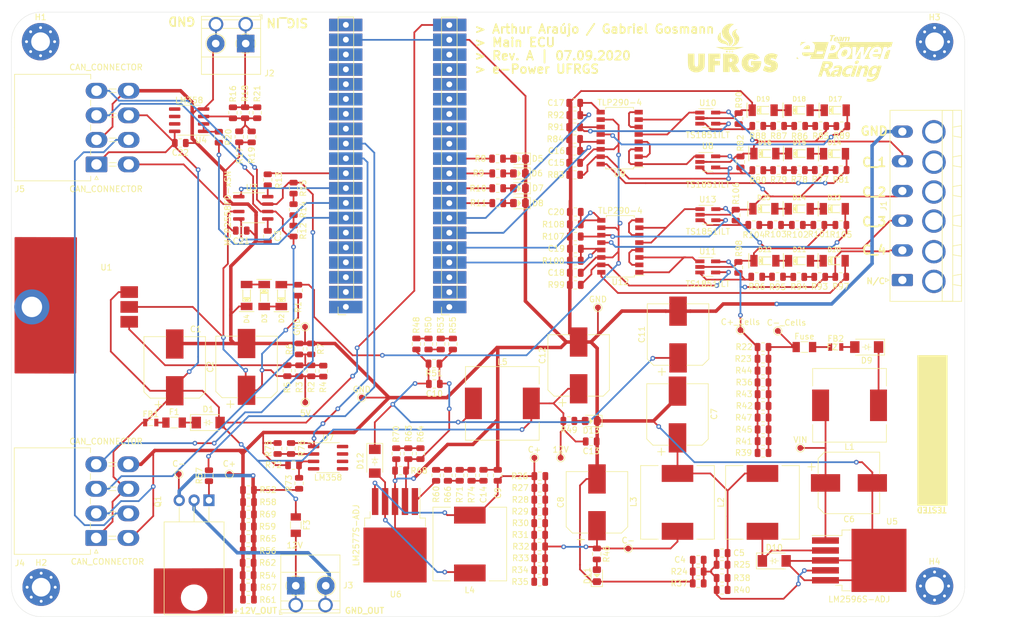
<source format=kicad_pcb>
(kicad_pcb (version 20171130) (host pcbnew "(5.1.5)-3")
  (layers (0 F.Cu signal) (31 B.Cu signal) (34 B.Paste user) (35 F.Paste user) (36 B.SilkS user) (37 F.SilkS user) (38 B.Mask user) (39 F.Mask user) (44 Edge.Cuts user))
  (net 0 "")
  (net 1 GND)
  (net 2 "Net-(C4-Pad1)")
  (net 3 "Net-(C5-Pad1)")
  (net 4 "Net-(C6-Pad1)")
  (net 5 "/BUCK-BOOST KiCad/9V")
  (net 6 "Net-(C10-Pad2)")
  (net 7 "Net-(C10-Pad1)")
  (net 8 "Net-(C14-Pad2)")
  (net 9 /1,8V)
  (net 10 /Out_Data_CELL_2)
  (net 11 /Out_Data_CELL_1)
  (net 12 /Out_Data_CELL_4)
  (net 13 /Out_Data_CELL_3)
  (net 14 "Net-(D1-Pad1)")
  (net 15 "Net-(D2-Pad1)")
  (net 16 "Net-(D3-Pad1)")
  (net 17 "Net-(D5-Pad2)")
  (net 18 "Net-(D6-Pad2)")
  (net 19 "Net-(D7-Pad2)")
  (net 20 "Net-(D8-Pad2)")
  (net 21 "Net-(D9-Pad1)")
  (net 22 "Net-(D9-Pad2)")
  (net 23 "Net-(D10-Pad1)")
  (net 24 "Net-(D11-Pad2)")
  (net 25 "Net-(D12-Pad2)")
  (net 26 "Net-(D13-Pad2)")
  (net 27 "Net-(D14-Pad2)")
  (net 28 "Net-(D14-Pad1)")
  (net 29 "Net-(D15-Pad1)")
  (net 30 /CELL_1)
  (net 31 "Net-(D17-Pad2)")
  (net 32 "Net-(D17-Pad1)")
  (net 33 "Net-(D18-Pad1)")
  (net 34 "Net-(D20-Pad2)")
  (net 35 "Net-(D20-Pad1)")
  (net 36 "Net-(D21-Pad1)")
  (net 37 /CELL_3)
  (net 38 "Net-(D23-Pad2)")
  (net 39 "Net-(D23-Pad1)")
  (net 40 "Net-(D24-Pad1)")
  (net 41 /CELL_2)
  (net 42 "Net-(F1-Pad1)")
  (net 43 /CELL_4)
  (net 44 "Net-(F2-Pad1)")
  (net 45 +12V)
  (net 46 "Net-(J3-Pad2)")
  (net 47 "Net-(Q1-Pad1)")
  (net 48 +5V)
  (net 49 "Net-(R2-Pad1)")
  (net 50 "Net-(R8-Pad2)")
  (net 51 "Net-(R9-Pad2)")
  (net 52 "Net-(R10-Pad2)")
  (net 53 "Net-(R11-Pad2)")
  (net 54 "Net-(R12-Pad1)")
  (net 55 /S)
  (net 56 "Net-(R13-Pad1)")
  (net 57 "Net-(R14-Pad1)")
  (net 58 "Net-(J2-Pad1)")
  (net 59 "Net-(R16-Pad1)")
  (net 60 /Out_DC)
  (net 61 "Net-(R20-Pad1)")
  (net 62 "Net-(R48-Pad2)")
  (net 63 "Net-(R71-Pad1)")
  (net 64 "Net-(R72-Pad1)")
  (net 65 "Net-(R78-Pad1)")
  (net 66 "Net-(R79-Pad1)")
  (net 67 "Net-(R80-Pad1)")
  (net 68 "Net-(R86-Pad1)")
  (net 69 "Net-(R87-Pad1)")
  (net 70 "Net-(R88-Pad1)")
  (net 71 "Net-(R94-Pad1)")
  (net 72 "Net-(R95-Pad1)")
  (net 73 "Net-(R96-Pad1)")
  (net 74 "Net-(R103-Pad1)")
  (net 75 /RX)
  (net 76 /Current_Data_Out)
  (net 77 /TX)
  (net 78 /Signal_Shtdwn)
  (net 79 "Net-(C3-Pad2)")
  (net 80 "Net-(R102-Pad1)")
  (net 81 "Net-(U8-Pad1)")
  (net 82 "Net-(U9-Pad6)")
  (net 83 "Net-(U10-Pad1)")
  (net 84 "Net-(U9-Pad2)")
  (net 85 "Net-(U11-Pad1)")
  (net 86 "Net-(U12-Pad6)")
  (net 87 "Net-(U12-Pad5)")
  (net 88 "Net-(U12-Pad2)")
  (net 89 "Net-(R50-Pad1)")
  (net 90 "Net-(R53-Pad2)")
  (net 91 "Net-(R60-Pad2)")
  (net 92 "Net-(R60-Pad1)")
  (net 93 "Net-(R63-Pad1)")
  (net 94 "Net-(R66-Pad2)")
  (net 95 "Net-(R75-Pad2)")
  (net 96 "Net-(R77-Pad1)")
  (net 97 "Net-(R83-Pad2)")
  (net 98 "Net-(R85-Pad1)")
  (net 99 "Net-(R91-Pad2)")
  (net 100 "Net-(R93-Pad1)")
  (net 101 "Net-(R99-Pad2)")
  (net 102 "Net-(R101-Pad1)")
  (net 103 "Net-(R104-Pad1)")
  (net 104 "Net-(R107-Pad2)")
  (net 105 "Net-(H1-Pad1)")
  (net 106 "Net-(H2-Pad1)")
  (net 107 "Net-(H3-Pad1)")
  (net 108 "Net-(H4-Pad1)")
  (net 109 "Net-(C-1-Pad1)")
  (net 110 "Net-(C-2-Pad1)")
  (net 111 "Net-(C-_Cells1-Pad1)")
  (net 112 "Net-(J4-Pad6)")
  (net 113 /CAN_H)
  (net 114 /CAN_L)
  (module e-Power:Molex_Mini-Fit_Jr_2x04_P4.20mm_Horizontal (layer F.Cu) (at 97.4344 73.7616 90)
    (fp_text reference J5 (at -4.2164 -13.1064 180) (layer F.SilkS))
    (fp_text value CAN_1)
    (pad 8 thru_hole oval (at 12.6 5.5 90) (size 2.7 3.7) (drill 1.8) (layers *.Cu *.Mask) (net 1 GND))
    (pad 7 thru_hole oval (at 8.4 5.5 90) (size 2.7 3.7) (drill 1.8) (layers *.Cu *.Mask) (net 45 +12V))
    (pad 6 thru_hole oval (at 4.2 5.5 90) (size 2.7 3.7) (drill 1.8) (layers *.Cu *.Mask) (net 112 "Net-(J4-Pad6)"))
    (pad 5 thru_hole oval (at 0 5.5 90) (size 2.7 3.7) (drill 1.8) (layers *.Cu *.Mask) (net 1 GND))
    (pad 4 thru_hole oval (at 12.6 0 90) (size 2.7 3.7) (drill 1.8) (layers *.Cu *.Mask) (net 113 /CAN_H))
    (pad 3 thru_hole oval (at 8.4 0 90) (size 2.7 3.7) (drill 1.8) (layers *.Cu *.Mask) (net 114 /CAN_L))
    (pad 2 thru_hole oval (at 4.2 0 90) (size 2.7 3.7) (drill 1.8) (layers *.Cu *.Mask) (net 1 GND))
    (pad 1 thru_hole roundrect (at 0 0 90) (size 2.7 3.7) (drill 1.8) (layers *.Cu *.Mask) (roundrect_rratio 0.09259299999999999) (net 45 +12V))
  )
  (module e-Power:Molex_Mini-Fit_Jr_2x04_P4.20mm_Horizontal (layer F.Cu) (at 97.3836 137.668 90)
    (fp_text reference J4 (at -4.318 -13.0556 180) (layer F.SilkS))
    (fp_text value CAN_2)
    (pad 8 thru_hole oval (at 12.6 5.5 90) (size 2.7 3.7) (drill 1.8) (layers *.Cu *.Mask) (net 1 GND))
    (pad 7 thru_hole oval (at 8.4 5.5 90) (size 2.7 3.7) (drill 1.8) (layers *.Cu *.Mask) (net 45 +12V))
    (pad 6 thru_hole oval (at 4.2 5.5 90) (size 2.7 3.7) (drill 1.8) (layers *.Cu *.Mask) (net 112 "Net-(J4-Pad6)"))
    (pad 5 thru_hole oval (at 0 5.5 90) (size 2.7 3.7) (drill 1.8) (layers *.Cu *.Mask) (net 1 GND))
    (pad 4 thru_hole oval (at 12.6 0 90) (size 2.7 3.7) (drill 1.8) (layers *.Cu *.Mask) (net 113 /CAN_H))
    (pad 3 thru_hole oval (at 8.4 0 90) (size 2.7 3.7) (drill 1.8) (layers *.Cu *.Mask) (net 114 /CAN_L))
    (pad 2 thru_hole oval (at 4.2 0 90) (size 2.7 3.7) (drill 1.8) (layers *.Cu *.Mask) (net 1 GND))
    (pad 1 thru_hole roundrect (at 0 0 90) (size 2.7 3.7) (drill 1.8) (layers *.Cu *.Mask) (roundrect_rratio 0.09259299999999999) (net 45 +12V))
  )
  (module e-Power:TestPoint_Pad_D1.0mm (layer F.Cu) (at 183.15432 98.24212)
    (fp_text reference GND2)
    (fp_text value GND (at 0 -1.397) (layer F.SilkS))
    (pad 1 smd circle (at 0 0) (size 1 1) (layers F.Cu F.Mask) (net 1 GND))
  )
  (module e-Power:TestPoint_Pad_D1.0mm (layer F.Cu) (at 142.7734 113.65992)
    (fp_text reference GND1)
    (fp_text value GND (at 0 -1.397) (layer F.SilkS))
    (pad 1 smd circle (at 0 0) (size 1 1) (layers F.Cu F.Mask) (net 1 GND))
  )
  (module e-Power:FB_0805_2012Metric (layer F.Cu) (at 223.7989 105.00338)
    (fp_text reference FB2 (at 0 -1.43) (layer F.SilkS))
    (fp_text value Ferrite_Bead_0603)
    (pad 2 smd trapezoid (at 0.9525 0) (size 0.7 1.3) (layers F.Cu F.Paste F.Mask) (net 22 "Net-(D9-Pad2)"))
    (pad 1 smd trapezoid (at -0.9525 0) (size 0.7 1.3) (layers F.Cu F.Paste F.Mask) (net 44 "Net-(F2-Pad1)"))
  )
  (module e-Power:FB_0805_2012Metric (layer F.Cu) (at 106.70578 117.92678)
    (fp_text reference FB1 (at 0 -1.43) (layer F.SilkS))
    (fp_text value Ferrite_Bead_0603)
    (pad 2 smd trapezoid (at 0.9525 0) (size 0.7 1.3) (layers F.Cu F.Paste F.Mask) (net 42 "Net-(F1-Pad1)"))
    (pad 1 smd trapezoid (at -0.9525 0) (size 0.7 1.3) (layers F.Cu F.Paste F.Mask) (net 45 +12V))
  )
  (module e-Power:FUSE_1206_3216Metric (layer F.Cu) (at 131.50362 135.47414 270)
    (fp_text reference F3 (at -0.02102 -1.88194 90) (layer F.SilkS))
    (fp_text value Fuse)
    (pad 2 smd trapezoid (at 1.4 0 270) (size 1.25 1.75) (layers F.Cu F.Paste F.Mask) (net 45 +12V))
    (pad 1 smd trapezoid (at -1.4 0 270) (size 1.25 1.75) (layers F.Cu F.Paste F.Mask) (net 45 +12V))
  )
  (module e-Power:FUSE_1206_3216Metric (layer F.Cu) (at 218.44966 105.01354 180)
    (fp_text reference F2 (at -4.699 0) (layer F.SilkS))
    (fp_text value Fuse (at 0 1.82) (layer F.SilkS))
    (pad 2 smd trapezoid (at 1.4 0 180) (size 1.25 1.75) (layers F.Cu F.Paste F.Mask) (net 111 "Net-(C-_Cells1-Pad1)"))
    (pad 1 smd trapezoid (at -1.4 0 180) (size 1.25 1.75) (layers F.Cu F.Paste F.Mask) (net 44 "Net-(F2-Pad1)"))
  )
  (module Capacitor_SMD:C_0805_2012Metric (layer F.Cu) (at 111.76 70.104 180)
    (fp_text reference C22 (at 0 -1.65) (layer F.SilkS))
    (fp_text value 100nF)
    (pad 2 smd roundrect (at 0.9375 0 180) (size 0.975 1.4) (layers F.Cu F.Paste F.Mask) (net 45 +12V))
    (pad 1 smd roundrect (at -0.9375 0 180) (size 0.975 1.4) (layers F.Cu F.Paste F.Mask) (net 1 GND))
  )
  (module Capacitor_SMD:C_0805_2012Metric (layer F.Cu) (at 122.174 85.09)
    (fp_text reference C21 (at 0 1.778) (layer F.SilkS))
    (fp_text value 100nF)
    (pad 2 smd roundrect (at 0.9375 0) (size 0.975 1.4) (layers F.Cu F.Paste F.Mask) (net 1 GND))
    (pad 1 smd roundrect (at -0.9375 0) (size 0.975 1.4) (layers F.Cu F.Paste F.Mask) (net 48 +5V))
  )
  (module e-Power:Logo_e-Power_16.5x8.0mm_SilkS (layer F.Cu) (at 225.298 55.626)
    (fp_text reference G2 hide)
    (fp_text value Logo_e-Power_Large hide)
  )
  (module e-Power:Logo_UFRGS_14.7x8.0mm_SilkS (layer F.Cu) (at 206.248 53.848)
    (fp_text reference G1 hide)
    (fp_text value Logo_UFRGS_Large hide)
  )
  (module e-Power:MountingHole_3.2mm_M3_Pad_Via (layer F.Cu) (at 240.702581 52.784001)
    (fp_text reference H3 (at 0 -4.2) (layer F.SilkS))
    (fp_text value MountingHole_Pad)
    (pad 1 thru_hole circle (at 1.697056 -1.697056) (size 0.8 0.8) (drill 0.5) (layers *.Cu *.Mask) (net 107 "Net-(H3-Pad1)"))
    (pad 1 thru_hole circle (at 0 -2.4) (size 0.8 0.8) (drill 0.5) (layers *.Cu *.Mask) (net 107 "Net-(H3-Pad1)"))
    (pad 1 thru_hole circle (at -1.697056 -1.697056) (size 0.8 0.8) (drill 0.5) (layers *.Cu *.Mask) (net 107 "Net-(H3-Pad1)"))
    (pad 1 thru_hole circle (at -2.4 0) (size 0.8 0.8) (drill 0.5) (layers *.Cu *.Mask) (net 107 "Net-(H3-Pad1)"))
    (pad 1 thru_hole circle (at -1.697056 1.697056) (size 0.8 0.8) (drill 0.5) (layers *.Cu *.Mask) (net 107 "Net-(H3-Pad1)"))
    (pad 1 thru_hole circle (at 0 2.4) (size 0.8 0.8) (drill 0.5) (layers *.Cu *.Mask) (net 107 "Net-(H3-Pad1)"))
    (pad 1 thru_hole circle (at 1.697056 1.697056) (size 0.8 0.8) (drill 0.5) (layers *.Cu *.Mask) (net 107 "Net-(H3-Pad1)"))
    (pad 1 thru_hole circle (at 2.4 0) (size 0.8 0.8) (drill 0.5) (layers *.Cu *.Mask) (net 107 "Net-(H3-Pad1)"))
    (pad 1 thru_hole circle (at 0 0) (size 6.4 6.4) (drill 3.2) (layers *.Cu *.Mask) (net 107 "Net-(H3-Pad1)"))
  )
  (module e-Power:TerminalBlock_Phoenix_MKDS-1,5-2_1x02_P5.08mm_Horizontal_3D (layer F.Cu) (at 131.49472 145.8475)
    (fp_text reference J3 (at 8.96728 -0.0515) (layer F.SilkS))
    (fp_text value 12V (at -0.17672 -6.9095) (layer F.SilkS))
    (fp_line (start 5.08 3.302) (end 5.08 0) (layer B.Cu) (width 0.3))
    (fp_line (start 0 3.302) (end 0 0) (layer B.Cu) (width 0.3))
    (fp_line (start 5.08 3.302) (end 5.08 0) (layer F.Cu) (width 0.3))
    (fp_line (start 0 3.302) (end 0 0) (layer F.Cu) (width 0.3))
    (pad 2 thru_hole circle (at 5.08 3.302) (size 2.5 2.5) (drill 1.8) (layers *.Cu *.Mask) (net 46 "Net-(J3-Pad2)"))
    (pad 1 thru_hole circle (at 0 3.302) (size 2.5 2.5) (drill 1.8) (layers *.Cu *.Mask) (net 45 +12V))
    (pad 2 thru_hole circle (at 5.127 0) (size 3 3) (drill 1.3) (layers *.Cu *.Mask) (net 46 "Net-(J3-Pad2)"))
    (pad 1 thru_hole rect (at 0 0) (size 3 3) (drill 1.3) (layers *.Cu *.Mask) (net 45 +12V))
  )
  (module e-Power:MountingHole_3.2mm_M3_Pad_Via (layer F.Cu) (at 240.7 145.9)
    (fp_text reference H4 (at 0 -4.2) (layer F.SilkS))
    (fp_text value MountingHole_Pad)
    (pad 1 thru_hole circle (at 1.697056 -1.697056) (size 0.8 0.8) (drill 0.5) (layers *.Cu *.Mask) (net 108 "Net-(H4-Pad1)"))
    (pad 1 thru_hole circle (at 0 -2.4) (size 0.8 0.8) (drill 0.5) (layers *.Cu *.Mask) (net 108 "Net-(H4-Pad1)"))
    (pad 1 thru_hole circle (at -1.697056 -1.697056) (size 0.8 0.8) (drill 0.5) (layers *.Cu *.Mask) (net 108 "Net-(H4-Pad1)"))
    (pad 1 thru_hole circle (at -2.4 0) (size 0.8 0.8) (drill 0.5) (layers *.Cu *.Mask) (net 108 "Net-(H4-Pad1)"))
    (pad 1 thru_hole circle (at -1.697056 1.697056) (size 0.8 0.8) (drill 0.5) (layers *.Cu *.Mask) (net 108 "Net-(H4-Pad1)"))
    (pad 1 thru_hole circle (at 0 2.4) (size 0.8 0.8) (drill 0.5) (layers *.Cu *.Mask) (net 108 "Net-(H4-Pad1)"))
    (pad 1 thru_hole circle (at 1.697056 1.697056) (size 0.8 0.8) (drill 0.5) (layers *.Cu *.Mask) (net 108 "Net-(H4-Pad1)"))
    (pad 1 thru_hole circle (at 2.4 0) (size 0.8 0.8) (drill 0.5) (layers *.Cu *.Mask) (net 108 "Net-(H4-Pad1)"))
    (pad 1 thru_hole circle (at 0 0) (size 6.4 6.4) (drill 3.2) (layers *.Cu *.Mask) (net 108 "Net-(H4-Pad1)"))
  )
  (module e-Power:MountingHole_3.2mm_M3_Pad_Via (layer F.Cu) (at 87.974981 146.104001)
    (fp_text reference H2 (at 0 -4.2) (layer F.SilkS))
    (fp_text value MountingHole_Pad)
    (pad 1 thru_hole circle (at 1.697056 -1.697056) (size 0.8 0.8) (drill 0.5) (layers *.Cu *.Mask) (net 106 "Net-(H2-Pad1)"))
    (pad 1 thru_hole circle (at 0 -2.4) (size 0.8 0.8) (drill 0.5) (layers *.Cu *.Mask) (net 106 "Net-(H2-Pad1)"))
    (pad 1 thru_hole circle (at -1.697056 -1.697056) (size 0.8 0.8) (drill 0.5) (layers *.Cu *.Mask) (net 106 "Net-(H2-Pad1)"))
    (pad 1 thru_hole circle (at -2.4 0) (size 0.8 0.8) (drill 0.5) (layers *.Cu *.Mask) (net 106 "Net-(H2-Pad1)"))
    (pad 1 thru_hole circle (at -1.697056 1.697056) (size 0.8 0.8) (drill 0.5) (layers *.Cu *.Mask) (net 106 "Net-(H2-Pad1)"))
    (pad 1 thru_hole circle (at 0 2.4) (size 0.8 0.8) (drill 0.5) (layers *.Cu *.Mask) (net 106 "Net-(H2-Pad1)"))
    (pad 1 thru_hole circle (at 1.697056 1.697056) (size 0.8 0.8) (drill 0.5) (layers *.Cu *.Mask) (net 106 "Net-(H2-Pad1)"))
    (pad 1 thru_hole circle (at 2.4 0) (size 0.8 0.8) (drill 0.5) (layers *.Cu *.Mask) (net 106 "Net-(H2-Pad1)"))
    (pad 1 thru_hole circle (at 0 0) (size 6.4 6.4) (drill 3.2) (layers *.Cu *.Mask) (net 106 "Net-(H2-Pad1)"))
  )
  (module e-Power:MountingHole_3.2mm_M3_Pad_Via (layer F.Cu) (at 87.869981 52.764001)
    (fp_text reference H1 (at 0 -4.2) (layer F.SilkS))
    (fp_text value MountingHole_Pad)
    (pad 1 thru_hole circle (at 1.697056 -1.697056) (size 0.8 0.8) (drill 0.5) (layers *.Cu *.Mask) (net 105 "Net-(H1-Pad1)"))
    (pad 1 thru_hole circle (at 0 -2.4) (size 0.8 0.8) (drill 0.5) (layers *.Cu *.Mask) (net 105 "Net-(H1-Pad1)"))
    (pad 1 thru_hole circle (at -1.697056 -1.697056) (size 0.8 0.8) (drill 0.5) (layers *.Cu *.Mask) (net 105 "Net-(H1-Pad1)"))
    (pad 1 thru_hole circle (at -2.4 0) (size 0.8 0.8) (drill 0.5) (layers *.Cu *.Mask) (net 105 "Net-(H1-Pad1)"))
    (pad 1 thru_hole circle (at -1.697056 1.697056) (size 0.8 0.8) (drill 0.5) (layers *.Cu *.Mask) (net 105 "Net-(H1-Pad1)"))
    (pad 1 thru_hole circle (at 0 2.4) (size 0.8 0.8) (drill 0.5) (layers *.Cu *.Mask) (net 105 "Net-(H1-Pad1)"))
    (pad 1 thru_hole circle (at 1.697056 1.697056) (size 0.8 0.8) (drill 0.5) (layers *.Cu *.Mask) (net 105 "Net-(H1-Pad1)"))
    (pad 1 thru_hole circle (at 2.4 0) (size 0.8 0.8) (drill 0.5) (layers *.Cu *.Mask) (net 105 "Net-(H1-Pad1)"))
    (pad 1 thru_hole circle (at 0 0) (size 6.4 6.4) (drill 3.2) (layers *.Cu *.Mask) (net 105 "Net-(H1-Pad1)"))
  )
  (module Package_TO_SOT_THT:TO-220-3_Horizontal_TabDown (layer F.Cu) (at 116.6569 131.22802 180)
    (fp_text reference Q1 (at 8.7069 -0.21698 90) (layer F.SilkS))
    (fp_text value IRF3205)
    (pad 3 thru_hole oval (at 5.08 0 180) (size 1.905 2) (drill 1.1) (layers *.Cu *.Mask) (net 110 "Net-(C-2-Pad1)"))
    (pad 2 thru_hole oval (at 2.54 0 180) (size 1.905 2) (drill 1.1) (layers *.Cu *.Mask) (net 46 "Net-(J3-Pad2)"))
    (pad 1 thru_hole rect (at 0 0 180) (size 1.905 2) (drill 1.1) (layers *.Cu *.Mask) (net 47 "Net-(Q1-Pad1)"))
    (pad "" np_thru_hole oval (at 2.54 -16.66 180) (size 3.5 3.5) (drill 3.5) (layers *.Cu *.Mask))
  )
  (module e-Power:TerminalBlock_Phoenix_MKDS-1,5-2_1x02_P5.08mm_Horizontal_3D (layer F.Cu) (at 122.936 53.086 180)
    (fp_text reference J2 (at -4.064 -5.08) (layer F.SilkS))
    (fp_text value Screw_Terminal_01x02)
    (fp_line (start 5.08 3.302) (end 5.08 0) (layer B.Cu) (width 0.3))
    (fp_line (start 0 3.302) (end 0 0) (layer B.Cu) (width 0.3))
    (fp_line (start 5.08 3.302) (end 5.08 0) (layer F.Cu) (width 0.3))
    (fp_line (start 0 3.302) (end 0 0) (layer F.Cu) (width 0.3))
    (pad 2 thru_hole circle (at 5.08 3.302 180) (size 2.5 2.5) (drill 1.8) (layers *.Cu *.Mask) (net 1 GND))
    (pad 1 thru_hole circle (at 0 3.302 180) (size 2.5 2.5) (drill 1.8) (layers *.Cu *.Mask) (net 58 "Net-(J2-Pad1)"))
    (pad 2 thru_hole circle (at 5.127 0 180) (size 3 3) (drill 1.3) (layers *.Cu *.Mask) (net 1 GND))
    (pad 1 thru_hole rect (at 0 0 180) (size 3 3) (drill 1.3) (layers *.Cu *.Mask) (net 58 "Net-(J2-Pad1)"))
  )
  (module e-Power:TestPoint_Pad_D1.0mm (layer F.Cu) (at 133.08296 101.54628 90)
    (fp_text reference TP2)
    (fp_text value GND (at 0 -1.397 90) (layer F.SilkS))
    (pad 1 smd circle (at 0 0 90) (size 1 1) (layers F.Cu F.Mask) (net 1 GND))
  )
  (module e-Power:TestPoint_Pad_D1.0mm (layer F.Cu) (at 133.11598 114.49012 270)
    (fp_text reference TP1)
    (fp_text value 5V (at 1.8368 -0.02574 180) (layer F.SilkS))
    (pad 1 smd circle (at 0 0 270) (size 1 1) (layers F.Cu F.Mask) (net 48 +5V))
  )
  (module Connector_Phoenix_MSTB:PhoenixContact_MSTBA_2,5_6-G-5,08_1x06_P5.08mm_Horizontal (layer F.Cu) (at 235.2 93.55 90)
    (fp_text reference J1 (at 12.7 -3.2 90) (layer F.SilkS))
    (fp_text value Screw_Terminal_01x06)
    (pad 6 thru_hole oval (at 25.4 0 90) (size 2.08 3.6) (drill 1.4) (layers *.Cu *.Mask) (net 1 GND))
    (pad 5 thru_hole oval (at 20.32 0 90) (size 2.08 3.6) (drill 1.4) (layers *.Cu *.Mask) (net 30 /CELL_1))
    (pad 4 thru_hole oval (at 15.24 0 90) (size 2.08 3.6) (drill 1.4) (layers *.Cu *.Mask) (net 41 /CELL_2))
    (pad 3 thru_hole oval (at 10.16 0 90) (size 2.08 3.6) (drill 1.4) (layers *.Cu *.Mask) (net 37 /CELL_3))
    (pad 2 thru_hole oval (at 5.08 0 90) (size 2.08 3.6) (drill 1.4) (layers *.Cu *.Mask) (net 43 /CELL_4))
    (pad 1 thru_hole roundrect (at 0 0 90) (size 2.08 3.6) (drill 1.4) (layers *.Cu *.Mask) (roundrect_rratio 0.120192))
  )
  (module Package_SO:SOIC-8_3.9x4.9mm_P1.27mm (layer F.Cu) (at 137.02138 123.94162)
    (fp_text reference U7 (at 0 -3.4) (layer F.SilkS))
    (fp_text value LM358 (at 0 3.4) (layer F.SilkS))
    (pad 8 smd roundrect (at 2.475 -1.905) (size 1.95 0.6) (layers F.Cu F.Paste F.Mask))
    (pad 7 smd roundrect (at 2.475 -0.635) (size 1.95 0.6) (layers F.Cu F.Paste F.Mask))
    (pad 6 smd roundrect (at 2.475 0.635) (size 1.95 0.6) (layers F.Cu F.Paste F.Mask))
    (pad 5 smd roundrect (at 2.475 1.905) (size 1.95 0.6) (layers F.Cu F.Paste F.Mask))
    (pad 4 smd roundrect (at -2.475 1.905) (size 1.95 0.6) (layers F.Cu F.Paste F.Mask))
    (pad 3 smd roundrect (at -2.475 0.635) (size 1.95 0.6) (layers F.Cu F.Paste F.Mask) (net 64 "Net-(R72-Pad1)"))
    (pad 2 smd roundrect (at -2.475 -0.635) (size 1.95 0.6) (layers F.Cu F.Paste F.Mask) (net 95 "Net-(R75-Pad2)"))
    (pad 1 smd roundrect (at -2.475 -1.905) (size 1.95 0.6) (layers F.Cu F.Paste F.Mask) (net 76 /Current_Data_Out))
  )
  (module Package_SO:SOIC-8_3.9x4.9mm_P1.27mm (layer F.Cu) (at 113.27182 66.19728 180)
    (fp_text reference U4 (at -2.04418 -3.39872) (layer F.SilkS))
    (fp_text value LM358 (at 0 3.4) (layer F.SilkS))
    (pad 8 smd roundrect (at 2.475 -1.905 180) (size 1.95 0.6) (layers F.Cu F.Paste F.Mask) (net 45 +12V))
    (pad 7 smd roundrect (at 2.475 -0.635 180) (size 1.95 0.6) (layers F.Cu F.Paste F.Mask))
    (pad 6 smd roundrect (at 2.475 0.635 180) (size 1.95 0.6) (layers F.Cu F.Paste F.Mask))
    (pad 5 smd roundrect (at 2.475 1.905 180) (size 1.95 0.6) (layers F.Cu F.Paste F.Mask))
    (pad 4 smd roundrect (at -2.475 1.905 180) (size 1.95 0.6) (layers F.Cu F.Paste F.Mask) (net 1 GND))
    (pad 3 smd roundrect (at -2.475 0.635 180) (size 1.95 0.6) (layers F.Cu F.Paste F.Mask) (net 59 "Net-(R16-Pad1)"))
    (pad 2 smd roundrect (at -2.475 -0.635 180) (size 1.95 0.6) (layers F.Cu F.Paste F.Mask) (net 61 "Net-(R20-Pad1)"))
    (pad 1 smd roundrect (at -2.475 -1.905 180) (size 1.95 0.6) (layers F.Cu F.Paste F.Mask) (net 61 "Net-(R20-Pad1)"))
  )
  (module e-Power:TO-220-3_Horizontal_TabDown (layer F.Cu) (at 103.0224 100.6856 90)
    (fp_text reference U1 (at 9.2964 -3.9116 180) (layer F.SilkS))
    (fp_text value LM317_3PinPackage)
    (pad 2 thru_hole circle (at 2.54 -16.637 90) (size 6 6) (drill 3.5) (layers *.Cu *.Mask) (net 48 +5V) (clearance 0.5))
    (pad 3 smd rect (at 5.08 0 90) (size 2 3) (layers F.Cu F.Mask) (net 45 +12V))
    (pad 2 smd rect (at 2.54 0 90) (size 2 3) (layers F.Cu F.Mask) (net 48 +5V))
    (pad 1 smd rect (at 0 0 90) (size 2 3) (layers F.Cu F.Mask) (net 49 "Net-(R2-Pad1)"))
  )
  (module e-Power:TestPoint_Pad_D1.0mm (layer F.Cu) (at 111.506 126.746 90)
    (fp_text reference C-2)
    (fp_text value C- (at 1.778 0 180) (layer F.SilkS))
    (pad 1 smd circle (at 0 0 90) (size 1 1) (layers F.Cu F.Mask) (net 110 "Net-(C-2-Pad1)"))
  )
  (module e-Power:TestPoint_Pad_D1.0mm (layer F.Cu) (at 120.142 126.746)
    (fp_text reference C+2)
    (fp_text value C+ (at 0 -1.778) (layer F.SilkS))
    (pad 1 smd circle (at 0 0) (size 1 1) (layers F.Cu F.Mask) (net 1 GND))
  )
  (module e-Power:TestPoint_Pad_D1.0mm (layer F.Cu) (at 176.784 123.952)
    (fp_text reference 12V1)
    (fp_text value 12V (at 0 -1.397) (layer F.SilkS))
    (pad 1 smd circle (at 0 0) (size 1 1) (layers F.Cu F.Mask) (net 45 +12V))
  )
  (module e-Power:TestPoint_Pad_D1.0mm (layer F.Cu) (at 188.32526 139.4915)
    (fp_text reference C-1)
    (fp_text value C- (at 0 -1.397) (layer F.SilkS))
    (pad 1 smd circle (at 0 0) (size 1 1) (layers F.Cu F.Mask) (net 109 "Net-(C-1-Pad1)"))
  )
  (module e-Power:TestPoint_Pad_D1.0mm (layer F.Cu) (at 213.90306 102.25002)
    (fp_text reference C-_Cells1)
    (fp_text value C-_Cells (at 1.48894 -1.41202) (layer F.SilkS))
    (pad 1 smd circle (at 0 0) (size 1 1) (layers F.Cu F.Mask) (net 111 "Net-(C-_Cells1-Pad1)"))
  )
  (module e-Power:TestPoint_Pad_D1.0mm (layer F.Cu) (at 207.518 102.108)
    (fp_text reference C+_Cells1)
    (fp_text value C+_Cells (at 0 -1.38684) (layer F.SilkS))
    (pad 1 smd circle (at 0 0) (size 1 1) (layers F.Cu F.Mask) (net 43 /CELL_4))
  )
  (module e-Power:TestPoint_Pad_D1.0mm (layer F.Cu) (at 217.75878 122.27538)
    (fp_text reference VIN1)
    (fp_text value VIN (at 0 -1.397) (layer F.SilkS))
    (pad 1 smd circle (at 0 0) (size 1 1) (layers F.Cu F.Mask) (net 4 "Net-(C6-Pad1)"))
  )
  (module e-Power:TestPoint_Pad_D1.0mm (layer F.Cu) (at 172.29278 123.96194)
    (fp_text reference C+1)
    (fp_text value C+ (at 0 -1.397) (layer F.SilkS))
    (pad 1 smd circle (at 0 0) (size 1 1) (layers F.Cu F.Mask) (net 5 "/BUCK-BOOST KiCad/9V"))
  )
  (module Resistor_SMD:R_0805_2012Metric (layer F.Cu) (at 130.68662 122.3719 270)
    (fp_text reference R76 (at -0.01016 -1.8288 90) (layer F.SilkS))
    (fp_text value 10K)
    (pad 2 smd roundrect (at 0.9375 0 270) (size 0.975 1.4) (layers F.Cu F.Paste F.Mask) (net 95 "Net-(R75-Pad2)"))
    (pad 1 smd roundrect (at -0.9375 0 270) (size 0.975 1.4) (layers F.Cu F.Paste F.Mask) (net 76 /Current_Data_Out))
  )
  (module Resistor_SMD:R_0805_2012Metric (layer F.Cu) (at 128.39554 122.36682 270)
    (fp_text reference R75 (at 0 1.5748 90) (layer F.SilkS))
    (fp_text value 1K)
    (pad 2 smd roundrect (at 0.9375 0 270) (size 0.975 1.4) (layers F.Cu F.Paste F.Mask) (net 95 "Net-(R75-Pad2)"))
    (pad 1 smd roundrect (at -0.9375 0 270) (size 0.975 1.4) (layers F.Cu F.Paste F.Mask) (net 1 GND))
  )
  (module Resistor_SMD:R_0805_2012Metric (layer F.Cu) (at 132.0633 128.32058 270)
    (fp_text reference R73 (at -0.01016 1.75768 90) (layer F.SilkS))
    (fp_text value 1K)
    (pad 2 smd roundrect (at 0.9375 0 270) (size 0.975 1.4) (layers F.Cu F.Paste F.Mask) (net 110 "Net-(C-2-Pad1)"))
    (pad 1 smd roundrect (at -0.9375 0 270) (size 0.975 1.4) (layers F.Cu F.Paste F.Mask) (net 64 "Net-(R72-Pad1)"))
  )
  (module Resistor_SMD:R_0805_2012Metric (layer F.Cu) (at 131.11334 125.2167 180)
    (fp_text reference R72 (at 3.42392 0.0254) (layer F.SilkS))
    (fp_text value 10K)
    (pad 2 smd roundrect (at 0.9375 0 180) (size 0.975 1.4) (layers F.Cu F.Paste F.Mask) (net 1 GND))
    (pad 1 smd roundrect (at -0.9375 0 180) (size 0.975 1.4) (layers F.Cu F.Paste F.Mask) (net 64 "Net-(R72-Pad1)"))
  )
  (module Resistor_SMD:R_0805_2012Metric (layer F.Cu) (at 157.5049 126.95406 270)
    (fp_text reference R66 (at 3.28676 0.02032 90) (layer F.SilkS))
    (fp_text value 100R)
    (pad 2 smd roundrect (at 0.9375 0 270) (size 0.975 1.4) (layers F.Cu F.Paste F.Mask) (net 94 "Net-(R66-Pad2)"))
    (pad 1 smd roundrect (at -0.9375 0 270) (size 0.975 1.4) (layers F.Cu F.Paste F.Mask) (net 91 "Net-(R60-Pad2)"))
  )
  (module Resistor_SMD:R_0805_2012Metric (layer F.Cu) (at 155.48814 126.95914 90)
    (fp_text reference R60 (at -3.2512 0.01016 90) (layer F.SilkS))
    (fp_text value 100R)
    (pad 2 smd roundrect (at 0.9375 0 90) (size 0.975 1.4) (layers F.Cu F.Paste F.Mask) (net 91 "Net-(R60-Pad2)"))
    (pad 1 smd roundrect (at -0.9375 0 90) (size 0.975 1.4) (layers F.Cu F.Paste F.Mask) (net 92 "Net-(R60-Pad1)"))
  )
  (module Resistor_SMD:R_0805_2012Metric (layer F.Cu) (at 116.6569 127.02178 90)
    (fp_text reference R57 (at 0 -1.65 90) (layer F.SilkS))
    (fp_text value 100R)
    (pad 2 smd roundrect (at 0.9375 0 90) (size 0.975 1.4) (layers F.Cu F.Paste F.Mask) (net 78 /Signal_Shtdwn))
    (pad 1 smd roundrect (at -0.9375 0 90) (size 0.975 1.4) (layers F.Cu F.Paste F.Mask) (net 47 "Net-(Q1-Pad1)"))
  )
  (module Resistor_SMD:R_0805_2012Metric (layer F.Cu) (at 124.90822 64.92196 90)
    (fp_text reference R21 (at 3.26644 -0.01016 90) (layer F.SilkS))
    (fp_text value ADJ)
    (pad 2 smd roundrect (at 0.9375 0 90) (size 0.975 1.4) (layers F.Cu F.Paste F.Mask) (net 58 "Net-(J2-Pad1)"))
    (pad 1 smd roundrect (at -0.9375 0 90) (size 0.975 1.4) (layers F.Cu F.Paste F.Mask) (net 59 "Net-(R16-Pad1)"))
  )
  (module Resistor_SMD:R_0805_2012Metric (layer F.Cu) (at 118.34 69.108 270)
    (fp_text reference R20 (at 0 -1.65 90) (layer F.SilkS))
    (fp_text value 10K)
    (pad 2 smd roundrect (at 0.9375 0 270) (size 0.975 1.4) (layers F.Cu F.Paste F.Mask) (net 60 /Out_DC))
    (pad 1 smd roundrect (at -0.9375 0 270) (size 0.975 1.4) (layers F.Cu F.Paste F.Mask) (net 61 "Net-(R20-Pad1)"))
  )
  (module Resistor_SMD:R_0805_2012Metric (layer F.Cu) (at 123.96014 69.05732 90)
    (fp_text reference R19 (at -3.13944 0 90) (layer F.SilkS))
    (fp_text value ADJ)
    (pad 2 smd roundrect (at 0.9375 0 90) (size 0.975 1.4) (layers F.Cu F.Paste F.Mask) (net 59 "Net-(R16-Pad1)"))
    (pad 1 smd roundrect (at -0.9375 0 90) (size 0.975 1.4) (layers F.Cu F.Paste F.Mask) (net 1 GND))
  )
  (module Resistor_SMD:R_0805_2012Metric (layer F.Cu) (at 122.83558 64.91688 90)
    (fp_text reference R18 (at 3.29692 -0.0254 90) (layer F.SilkS))
    (fp_text value ADJ)
    (pad 2 smd roundrect (at 0.9375 0 90) (size 0.975 1.4) (layers F.Cu F.Paste F.Mask) (net 58 "Net-(J2-Pad1)"))
    (pad 1 smd roundrect (at -0.9375 0 90) (size 0.975 1.4) (layers F.Cu F.Paste F.Mask) (net 59 "Net-(R16-Pad1)"))
  )
  (module Resistor_SMD:R_0805_2012Metric (layer F.Cu) (at 121.8367 69.037 90)
    (fp_text reference R17 (at -3.20548 0.07112 90) (layer F.SilkS))
    (fp_text value ADJ)
    (pad 2 smd roundrect (at 0.9375 0 90) (size 0.975 1.4) (layers F.Cu F.Paste F.Mask) (net 59 "Net-(R16-Pad1)"))
    (pad 1 smd roundrect (at -0.9375 0 90) (size 0.975 1.4) (layers F.Cu F.Paste F.Mask) (net 1 GND))
  )
  (module Resistor_SMD:R_0805_2012Metric (layer F.Cu) (at 120.75786 64.9372 90)
    (fp_text reference R16 (at 3.24612 0 90) (layer F.SilkS))
    (fp_text value ADJ)
    (pad 2 smd roundrect (at 0.9375 0 90) (size 0.975 1.4) (layers F.Cu F.Paste F.Mask) (net 58 "Net-(J2-Pad1)"))
    (pad 1 smd roundrect (at -0.9375 0 90) (size 0.975 1.4) (layers F.Cu F.Paste F.Mask) (net 59 "Net-(R16-Pad1)"))
  )
  (module Resistor_SMD:R_0805_2012Metric (layer F.Cu) (at 131.11464 77.8178 270)
    (fp_text reference R15 (at 0 -1.65 90) (layer F.SilkS))
    (fp_text value 100)
    (pad 2 smd roundrect (at 0.9375 0 270) (size 0.975 1.4) (layers F.Cu F.Paste F.Mask) (net 57 "Net-(R14-Pad1)"))
    (pad 1 smd roundrect (at -0.9375 0 270) (size 0.975 1.4) (layers F.Cu F.Paste F.Mask) (net 113 /CAN_H))
  )
  (module Resistor_SMD:R_0805_2012Metric (layer F.Cu) (at 131.11718 81.50588 270)
    (fp_text reference R14 (at 0 -1.65 90) (layer F.SilkS))
    (fp_text value 10)
    (pad 2 smd roundrect (at 0.9375 0 270) (size 0.975 1.4) (layers F.Cu F.Paste F.Mask) (net 54 "Net-(R12-Pad1)"))
    (pad 1 smd roundrect (at -0.9375 0 270) (size 0.975 1.4) (layers F.Cu F.Paste F.Mask) (net 57 "Net-(R14-Pad1)"))
  )
  (module Resistor_SMD:R_0805_2012Metric (layer F.Cu) (at 126.7052 76.3954 90)
    (fp_text reference R13 (at -0.0635 1.89484 90) (layer F.SilkS))
    (fp_text value 1K)
    (pad 2 smd roundrect (at 0.9375 0 90) (size 0.975 1.4) (layers F.Cu F.Paste F.Mask) (net 55 /S))
    (pad 1 smd roundrect (at -0.9375 0 90) (size 0.975 1.4) (layers F.Cu F.Paste F.Mask) (net 56 "Net-(R13-Pad1)"))
  )
  (module Resistor_SMD:R_0805_2012Metric (layer F.Cu) (at 131.11718 85.16348 270)
    (fp_text reference R12 (at 0 -1.65 90) (layer F.SilkS))
    (fp_text value 10)
    (pad 2 smd roundrect (at 0.9375 0 270) (size 0.975 1.4) (layers F.Cu F.Paste F.Mask) (net 114 /CAN_L))
    (pad 1 smd roundrect (at -0.9375 0 270) (size 0.975 1.4) (layers F.Cu F.Paste F.Mask) (net 54 "Net-(R12-Pad1)"))
  )
  (module Resistor_SMD:R_0805_2012Metric (layer F.Cu) (at 166.03456 80.3832 180)
    (fp_text reference R11 (at 3.30708 0) (layer F.SilkS))
    (fp_text value 1K)
    (pad 2 smd roundrect (at 0.9375 0 180) (size 0.975 1.4) (layers F.Cu F.Paste F.Mask) (net 53 "Net-(R11-Pad2)"))
    (pad 1 smd roundrect (at -0.9375 0 180) (size 0.975 1.4) (layers F.Cu F.Paste F.Mask) (net 20 "Net-(D8-Pad2)"))
  )
  (module Resistor_SMD:R_0805_2012Metric (layer F.Cu) (at 166.01932 77.84828 180)
    (fp_text reference R10 (at 3.35788 -0.02032) (layer F.SilkS))
    (fp_text value 1K)
    (pad 2 smd roundrect (at 0.9375 0 180) (size 0.975 1.4) (layers F.Cu F.Paste F.Mask) (net 52 "Net-(R10-Pad2)"))
    (pad 1 smd roundrect (at -0.9375 0 180) (size 0.975 1.4) (layers F.Cu F.Paste F.Mask) (net 19 "Net-(D7-Pad2)"))
  )
  (module Resistor_SMD:R_0805_2012Metric (layer F.Cu) (at 166.0244 75.30828 180)
    (fp_text reference R9 (at 3.29184 0.02032) (layer F.SilkS))
    (fp_text value 1K)
    (pad 2 smd roundrect (at 0.9375 0 180) (size 0.975 1.4) (layers F.Cu F.Paste F.Mask) (net 51 "Net-(R9-Pad2)"))
    (pad 1 smd roundrect (at -0.9375 0 180) (size 0.975 1.4) (layers F.Cu F.Paste F.Mask) (net 18 "Net-(D6-Pad2)"))
  )
  (module Resistor_SMD:R_0805_2012Metric (layer F.Cu) (at 165.98884 72.77844 180)
    (fp_text reference R8 (at 2.92608 0.02032) (layer F.SilkS))
    (fp_text value 1K)
    (pad 2 smd roundrect (at 0.9375 0 180) (size 0.975 1.4) (layers F.Cu F.Paste F.Mask) (net 50 "Net-(R8-Pad2)"))
    (pad 1 smd roundrect (at -0.9375 0 180) (size 0.975 1.4) (layers F.Cu F.Paste F.Mask) (net 17 "Net-(D5-Pad2)"))
  )
  (module Resistor_SMD:R_0805_2012Metric (layer F.Cu) (at 134.12944 105.33342 270)
    (fp_text reference R7 (at 0 -1.65 90) (layer F.SilkS))
    (fp_text value ADJ)
    (pad 2 smd roundrect (at 0.9375 0 270) (size 0.975 1.4) (layers F.Cu F.Paste F.Mask) (net 49 "Net-(R2-Pad1)"))
    (pad 1 smd roundrect (at -0.9375 0 270) (size 0.975 1.4) (layers F.Cu F.Paste F.Mask) (net 1 GND))
  )
  (module Resistor_SMD:R_0805_2012Metric (layer F.Cu) (at 132.06188 105.33342 270)
    (fp_text reference R6 (at 0.05588 1.65608 90) (layer F.SilkS))
    (fp_text value 1K)
    (pad 2 smd roundrect (at 0.9375 0 270) (size 0.975 1.4) (layers F.Cu F.Paste F.Mask) (net 49 "Net-(R2-Pad1)"))
    (pad 1 smd roundrect (at -0.9375 0 270) (size 0.975 1.4) (layers F.Cu F.Paste F.Mask) (net 1 GND))
  )
  (module Resistor_SMD:R_0805_2012Metric (layer F.Cu) (at 130.05782 109.0596 270)
    (fp_text reference R5 (at 2.88036 0.00508 90) (layer F.SilkS))
    (fp_text value ADJ)
    (pad 2 smd roundrect (at 0.9375 0 270) (size 0.975 1.4) (layers F.Cu F.Paste F.Mask) (net 48 +5V))
    (pad 1 smd roundrect (at -0.9375 0 270) (size 0.975 1.4) (layers F.Cu F.Paste F.Mask) (net 49 "Net-(R2-Pad1)"))
  )
  (module Resistor_SMD:R_0805_2012Metric (layer F.Cu) (at 136.19954 109.12564 270)
    (fp_text reference R4 (at 2.75336 0.02794 90) (layer F.SilkS))
    (fp_text value 1K)
    (pad 2 smd roundrect (at 0.9375 0 270) (size 0.975 1.4) (layers F.Cu F.Paste F.Mask) (net 48 +5V))
    (pad 1 smd roundrect (at -0.9375 0 270) (size 0.975 1.4) (layers F.Cu F.Paste F.Mask) (net 49 "Net-(R2-Pad1)"))
  )
  (module Resistor_SMD:R_0805_2012Metric (layer F.Cu) (at 132.1086 109.07226 270)
    (fp_text reference R3 (at 2.82452 -0.00662 90) (layer F.SilkS))
    (fp_text value 1K)
    (pad 2 smd roundrect (at 0.9375 0 270) (size 0.975 1.4) (layers F.Cu F.Paste F.Mask) (net 48 +5V))
    (pad 1 smd roundrect (at -0.9375 0 270) (size 0.975 1.4) (layers F.Cu F.Paste F.Mask) (net 49 "Net-(R2-Pad1)"))
  )
  (module Resistor_SMD:R_0805_2012Metric (layer F.Cu) (at 134.14468 109.08246 270)
    (fp_text reference R2 (at 2.78892 -0.00762 90) (layer F.SilkS))
    (fp_text value 1K)
    (pad 2 smd roundrect (at 0.9375 0 270) (size 0.975 1.4) (layers F.Cu F.Paste F.Mask) (net 48 +5V))
    (pad 1 smd roundrect (at -0.9375 0 270) (size 0.975 1.4) (layers F.Cu F.Paste F.Mask) (net 49 "Net-(R2-Pad1)"))
  )
  (module Resistor_SMD:R_0805_2012Metric (layer F.Cu) (at 131.90694 95.28264 90)
    (fp_text reference R1 (at -2.89814 0.01524 90) (layer F.SilkS))
    (fp_text value 1K)
    (pad 2 smd roundrect (at 0.9375 0 90) (size 0.975 1.4) (layers F.Cu F.Paste F.Mask) (net 9 /1,8V))
    (pad 1 smd roundrect (at -0.9375 0 90) (size 0.975 1.4) (layers F.Cu F.Paste F.Mask) (net 48 +5V))
  )
  (module Capacitor_SMD:C_0805_2012Metric (layer F.Cu) (at 126.7052 86.06772 90)
    (fp_text reference C3 (at 0.07366 1.75514 90) (layer F.SilkS))
    (fp_text value 100n)
    (pad 2 smd roundrect (at 0.9375 0 90) (size 0.975 1.4) (layers F.Cu F.Paste F.Mask) (net 79 "Net-(C3-Pad2)"))
    (pad 1 smd roundrect (at -0.9375 0 90) (size 0.975 1.4) (layers F.Cu F.Paste F.Mask) (net 1 GND))
  )
  (module e-Power:CP_Elec_10x10 (layer F.Cu) (at 123.08298 108.40936 90)
    (fp_text reference C2 (at 0 -6.2 90) (layer F.SilkS))
    (fp_text value 220u)
    (pad 2 smd rect (at 4 0 90) (size 5 3) (layers F.Cu F.Paste F.Mask) (net 1 GND))
    (pad 1 smd rect (at -4 0 90) (size 5 3) (layers F.Cu F.Paste F.Mask) (net 48 +5V))
  )
  (module e-Power:CP_Elec_10x10 (layer F.Cu) (at 110.80462 108.49064 90)
    (fp_text reference C1 (at 6.53504 3.59698 180) (layer F.SilkS))
    (fp_text value 220u)
    (pad 2 smd rect (at 4 0 90) (size 5 3) (layers F.Cu F.Paste F.Mask) (net 1 GND))
    (pad 1 smd rect (at -4 0 90) (size 5 3) (layers F.Cu F.Paste F.Mask) (net 45 +12V))
  )
  (module Package_TO_SOT_SMD:SOT-23-5_HandSoldering (layer F.Cu) (at 201.95868 82.36598)
    (fp_text reference U13 (at -0.02868 -2.60998) (layer F.SilkS))
    (fp_text value TS1851ILT (at 0 2.9) (layer F.SilkS))
    (pad 5 smd rect (at 1.35 -0.95) (size 1.56 0.65) (layers F.Cu F.Paste F.Mask) (net 37 /CELL_3))
    (pad 4 smd rect (at 1.35 0.95) (size 1.56 0.65) (layers F.Cu F.Paste F.Mask) (net 104 "Net-(R107-Pad2)"))
    (pad 3 smd rect (at -1.35 0.95) (size 1.56 0.65) (layers F.Cu F.Paste F.Mask) (net 103 "Net-(R104-Pad1)"))
    (pad 2 smd rect (at -1.35 0) (size 1.56 0.65) (layers F.Cu F.Paste F.Mask) (net 41 /CELL_2))
    (pad 1 smd rect (at -1.35 -0.95) (size 1.56 0.65) (layers F.Cu F.Paste F.Mask) (net 87 "Net-(U12-Pad5)"))
  )
  (module "e-Power:SOIC-16_4.55x10.3mm_P1.27mm(TLP290-4)" (layer F.Cu) (at 186.9803 87.77618 180)
    (fp_text reference U12 (at 0 -6.1) (layer F.SilkS))
    (fp_text value TLP290-4 (at 0 6.1) (layer F.SilkS))
    (pad 16 smd rect (at 3.25 -4.445 180) (size 1.4 0.8) (layers F.Cu F.Paste F.Mask) (net 34 "Net-(D20-Pad2)"))
    (pad 15 smd trapezoid (at 3.25 -3.175 180) (size 1.4 0.8) (layers F.Cu F.Paste F.Mask) (net 101 "Net-(R99-Pad2)"))
    (pad 14 smd trapezoid (at 3.25 -1.905 180) (size 1.4 0.8) (layers F.Cu F.Paste F.Mask) (net 9 /1,8V))
    (pad 13 smd trapezoid (at 3.25 -0.635 180) (size 1.4 0.8) (layers F.Cu F.Paste F.Mask) (net 12 /Out_Data_CELL_4))
    (pad 12 smd trapezoid (at 3.25 0.635 180) (size 1.4 0.8) (layers F.Cu F.Paste F.Mask) (net 38 "Net-(D23-Pad2)"))
    (pad 11 smd trapezoid (at 3.25 1.905 180) (size 1.4 0.8) (layers F.Cu F.Paste F.Mask) (net 104 "Net-(R107-Pad2)"))
    (pad 10 smd trapezoid (at 3.25 3.175 180) (size 1.4 0.8) (layers F.Cu F.Paste F.Mask) (net 9 /1,8V))
    (pad 9 smd trapezoid (at 3.25 4.445 180) (size 1.4 0.8) (layers F.Cu F.Paste F.Mask) (net 13 /Out_Data_CELL_3))
    (pad 8 smd trapezoid (at -3.25 4.445 180) (size 1.4 0.8) (layers F.Cu F.Paste F.Mask) (net 86 "Net-(U12-Pad6)"))
    (pad 7 smd trapezoid (at -3.25 3.175 180) (size 1.4 0.8) (layers F.Cu F.Paste F.Mask) (net 87 "Net-(U12-Pad5)"))
    (pad 6 smd trapezoid (at -3.25 1.905 180) (size 1.4 0.8) (layers F.Cu F.Paste F.Mask) (net 86 "Net-(U12-Pad6)"))
    (pad 5 smd rect (at -3.25 0.635 180) (size 1.4 0.8) (layers F.Cu F.Paste F.Mask) (net 87 "Net-(U12-Pad5)"))
    (pad 4 smd trapezoid (at -3.25 -0.635 180) (size 1.4 0.8) (layers F.Cu F.Paste F.Mask) (net 88 "Net-(U12-Pad2)"))
    (pad 3 smd rect (at -3.25 -1.905 180) (size 1.4 0.8) (layers F.Cu F.Paste F.Mask) (net 85 "Net-(U11-Pad1)"))
    (pad 2 smd trapezoid (at -3.25 -3.175 180) (size 1.4 0.8) (layers F.Cu F.Paste F.Mask) (net 88 "Net-(U12-Pad2)"))
    (pad 1 smd rect (at -3.25 -4.445 180) (size 1.4 0.8) (layers F.Cu F.Paste F.Mask) (net 85 "Net-(U11-Pad1)"))
  )
  (module Package_TO_SOT_SMD:SOT-23-5_HandSoldering (layer F.Cu) (at 201.93 91.3017)
    (fp_text reference U11 (at 0 -2.6557) (layer F.SilkS))
    (fp_text value TS1851ILT (at 0 2.9) (layer F.SilkS))
    (pad 5 smd rect (at 1.35 -0.95) (size 1.56 0.65) (layers F.Cu F.Paste F.Mask) (net 43 /CELL_4))
    (pad 4 smd rect (at 1.35 0.95) (size 1.56 0.65) (layers F.Cu F.Paste F.Mask) (net 101 "Net-(R99-Pad2)"))
    (pad 3 smd rect (at -1.35 0.95) (size 1.56 0.65) (layers F.Cu F.Paste F.Mask) (net 73 "Net-(R96-Pad1)"))
    (pad 2 smd rect (at -1.35 0) (size 1.56 0.65) (layers F.Cu F.Paste F.Mask) (net 37 /CELL_3))
    (pad 1 smd rect (at -1.35 -0.95) (size 1.56 0.65) (layers F.Cu F.Paste F.Mask) (net 85 "Net-(U11-Pad1)"))
  )
  (module Package_TO_SOT_SMD:SOT-23-5_HandSoldering (layer F.Cu) (at 201.93 65.84546)
    (fp_text reference U10 (at 0 -2.59946) (layer F.SilkS))
    (fp_text value TS1851ILT (at 0 2.9) (layer F.SilkS))
    (pad 5 smd rect (at 1.35 -0.95) (size 1.56 0.65) (layers F.Cu F.Paste F.Mask) (net 30 /CELL_1))
    (pad 4 smd rect (at 1.35 0.95) (size 1.56 0.65) (layers F.Cu F.Paste F.Mask) (net 99 "Net-(R91-Pad2)"))
    (pad 3 smd rect (at -1.35 0.95) (size 1.56 0.65) (layers F.Cu F.Paste F.Mask) (net 70 "Net-(R88-Pad1)"))
    (pad 2 smd rect (at -1.35 0) (size 1.56 0.65) (layers F.Cu F.Paste F.Mask) (net 1 GND))
    (pad 1 smd rect (at -1.35 -0.95) (size 1.56 0.65) (layers F.Cu F.Paste F.Mask) (net 83 "Net-(U10-Pad1)"))
  )
  (module "e-Power:SOIC-16_4.55x10.3mm_P1.27mm(TLP290-4)" (layer F.Cu) (at 186.87118 69.26938 180)
    (fp_text reference U9 (at 0 -6.1) (layer F.SilkS))
    (fp_text value TLP290-4 (at 0 6.1) (layer F.SilkS))
    (pad 16 smd rect (at 3.25 -4.445 180) (size 1.4 0.8) (layers F.Cu F.Paste F.Mask) (net 27 "Net-(D14-Pad2)"))
    (pad 15 smd trapezoid (at 3.25 -3.175 180) (size 1.4 0.8) (layers F.Cu F.Paste F.Mask) (net 97 "Net-(R83-Pad2)"))
    (pad 14 smd trapezoid (at 3.25 -1.905 180) (size 1.4 0.8) (layers F.Cu F.Paste F.Mask) (net 9 /1,8V))
    (pad 13 smd trapezoid (at 3.25 -0.635 180) (size 1.4 0.8) (layers F.Cu F.Paste F.Mask) (net 10 /Out_Data_CELL_2))
    (pad 12 smd trapezoid (at 3.25 0.635 180) (size 1.4 0.8) (layers F.Cu F.Paste F.Mask) (net 31 "Net-(D17-Pad2)"))
    (pad 11 smd trapezoid (at 3.25 1.905 180) (size 1.4 0.8) (layers F.Cu F.Paste F.Mask) (net 99 "Net-(R91-Pad2)"))
    (pad 10 smd trapezoid (at 3.25 3.175 180) (size 1.4 0.8) (layers F.Cu F.Paste F.Mask) (net 9 /1,8V))
    (pad 9 smd trapezoid (at 3.25 4.445 180) (size 1.4 0.8) (layers F.Cu F.Paste F.Mask) (net 11 /Out_Data_CELL_1))
    (pad 8 smd trapezoid (at -3.25 4.445 180) (size 1.4 0.8) (layers F.Cu F.Paste F.Mask) (net 82 "Net-(U9-Pad6)"))
    (pad 7 smd trapezoid (at -3.25 3.175 180) (size 1.4 0.8) (layers F.Cu F.Paste F.Mask) (net 83 "Net-(U10-Pad1)"))
    (pad 6 smd trapezoid (at -3.25 1.905 180) (size 1.4 0.8) (layers F.Cu F.Paste F.Mask) (net 82 "Net-(U9-Pad6)"))
    (pad 5 smd rect (at -3.25 0.635 180) (size 1.4 0.8) (layers F.Cu F.Paste F.Mask) (net 83 "Net-(U10-Pad1)"))
    (pad 4 smd trapezoid (at -3.25 -0.635 180) (size 1.4 0.8) (layers F.Cu F.Paste F.Mask) (net 84 "Net-(U9-Pad2)"))
    (pad 3 smd rect (at -3.25 -1.905 180) (size 1.4 0.8) (layers F.Cu F.Paste F.Mask) (net 81 "Net-(U8-Pad1)"))
    (pad 2 smd trapezoid (at -3.25 -3.175 180) (size 1.4 0.8) (layers F.Cu F.Paste F.Mask) (net 84 "Net-(U9-Pad2)"))
    (pad 1 smd rect (at -3.25 -4.445 180) (size 1.4 0.8) (layers F.Cu F.Paste F.Mask) (net 81 "Net-(U8-Pad1)"))
  )
  (module Package_TO_SOT_SMD:SOT-23-5_HandSoldering (layer F.Cu) (at 201.93 73.33338)
    (fp_text reference U8 (at 0 -2.72138) (layer F.SilkS))
    (fp_text value TS1851ILT (at 0.00424 3.88262) (layer F.SilkS))
    (pad 5 smd rect (at 1.35 -0.95) (size 1.56 0.65) (layers F.Cu F.Paste F.Mask) (net 41 /CELL_2))
    (pad 4 smd rect (at 1.35 0.95) (size 1.56 0.65) (layers F.Cu F.Paste F.Mask) (net 97 "Net-(R83-Pad2)"))
    (pad 3 smd rect (at -1.35 0.95) (size 1.56 0.65) (layers F.Cu F.Paste F.Mask) (net 67 "Net-(R80-Pad1)"))
    (pad 2 smd rect (at -1.35 0) (size 1.56 0.65) (layers F.Cu F.Paste F.Mask) (net 30 /CELL_1))
    (pad 1 smd rect (at -1.35 -0.95) (size 1.56 0.65) (layers F.Cu F.Paste F.Mask) (net 81 "Net-(U8-Pad1)"))
  )
  (module Package_TO_SOT_SMD:TO-263-5_TabPin3 (layer F.Cu) (at 148.46758 137.21566 270)
    (fp_text reference U6 (at 10.10434 -0.12242 180) (layer F.SilkS))
    (fp_text value LM2577S-ADJ (at 0 6.65 90) (layer F.SilkS))
    (pad 3 smd rect (at 3.375 0 270) (size 9.4 10.8) (layers F.Cu F.Mask) (net 1 GND))
    (pad 5 smd rect (at -5.775 3.4 270) (size 4.6 1.1) (layers F.Cu F.Paste F.Mask) (net 5 "/BUCK-BOOST KiCad/9V"))
    (pad 4 smd rect (at -5.775 1.7 270) (size 4.6 1.1) (layers F.Cu F.Paste F.Mask) (net 25 "Net-(D12-Pad2)"))
    (pad 3 smd rect (at -5.775 0 270) (size 4.6 1.1) (layers F.Cu F.Paste F.Mask) (net 1 GND))
    (pad 2 smd rect (at -5.775 -1.7 270) (size 4.6 1.1) (layers F.Cu F.Paste F.Mask) (net 7 "Net-(C10-Pad1)"))
    (pad 1 smd rect (at -5.775 -3.4 270) (size 4.6 1.1) (layers F.Cu F.Paste F.Mask) (net 92 "Net-(R60-Pad1)"))
  )
  (module Package_TO_SOT_SMD:TO-263-5_TabPin3 (layer F.Cu) (at 227.82734 141.51334)
    (fp_text reference U5 (at 5.59866 -6.65) (layer F.SilkS))
    (fp_text value LM2596S-ADJ (at 0 6.65) (layer F.SilkS))
    (pad 3 smd rect (at 3.375 0) (size 9.4 10.8) (layers F.Cu F.Mask) (net 1 GND))
    (pad 5 smd rect (at -5.775 3.4) (size 4.6 1.1) (layers F.Cu F.Paste F.Mask) (net 1 GND))
    (pad 4 smd rect (at -5.775 1.7) (size 4.6 1.1) (layers F.Cu F.Paste F.Mask) (net 2 "Net-(C4-Pad1)"))
    (pad 3 smd rect (at -5.775 0) (size 4.6 1.1) (layers F.Cu F.Paste F.Mask) (net 1 GND))
    (pad 2 smd rect (at -5.775 -1.7) (size 4.6 1.1) (layers F.Cu F.Paste F.Mask) (net 23 "Net-(D10-Pad1)"))
    (pad 1 smd rect (at -5.775 -3.4) (size 4.6 1.1) (layers F.Cu F.Paste F.Mask) (net 4 "Net-(C6-Pad1)"))
  )
  (module Package_SO:SOIC-8_3.9x4.9mm_P1.27mm (layer F.Cu) (at 124.23442 81.18796)
    (fp_text reference U3 (at -0.28242 -3.46396) (layer F.SilkS))
    (fp_text value MCP2558FD-xSN (at -4.34642 0.09204 90) (layer F.SilkS))
    (pad 8 smd roundrect (at 2.475 -1.905) (size 1.95 0.6) (layers F.Cu F.Paste F.Mask) (net 56 "Net-(R13-Pad1)"))
    (pad 7 smd roundrect (at 2.475 -0.635) (size 1.95 0.6) (layers F.Cu F.Paste F.Mask) (net 113 /CAN_H))
    (pad 6 smd roundrect (at 2.475 0.635) (size 1.95 0.6) (layers F.Cu F.Paste F.Mask) (net 114 /CAN_L))
    (pad 5 smd roundrect (at 2.475 1.905) (size 1.95 0.6) (layers F.Cu F.Paste F.Mask) (net 79 "Net-(C3-Pad2)"))
    (pad 4 smd roundrect (at -2.475 1.905) (size 1.95 0.6) (layers F.Cu F.Paste F.Mask) (net 75 /RX))
    (pad 3 smd roundrect (at -2.475 0.635) (size 1.95 0.6) (layers F.Cu F.Paste F.Mask) (net 48 +5V))
    (pad 2 smd roundrect (at -2.475 -0.635) (size 1.95 0.6) (layers F.Cu F.Paste F.Mask) (net 1 GND))
    (pad 1 smd roundrect (at -2.475 -1.905) (size 1.95 0.6) (layers F.Cu F.Paste F.Mask) (net 77 /TX))
  )
  (module e-Power:UFRGS_PILL (layer F.Cu) (at 140.0402 98.16828)
    (fp_text reference U2 hide)
    (fp_text value UFRGS_PILL)
    (fp_poly (pts (xy 20.574 -26.924) (xy 14.986 -26.924) (xy 14.986 -28.956) (xy 20.574 -28.956)) (layer B.Cu) (width 0.1))
    (fp_poly (pts (xy 20.574 -14.224) (xy 14.986 -14.224) (xy 14.986 -16.256) (xy 20.574 -16.256)) (layer B.Cu) (width 0.1))
    (fp_poly (pts (xy 20.574 -32.004) (xy 14.986 -32.004) (xy 14.986 -34.036) (xy 20.574 -34.036)) (layer F.Cu) (width 0.1))
    (fp_poly (pts (xy 20.574 -9.144) (xy 14.986 -9.144) (xy 14.986 -11.176) (xy 20.574 -11.176)) (layer B.Cu) (width 0.1))
    (fp_poly (pts (xy 20.574 -37.084) (xy 14.986 -37.084) (xy 14.986 -39.116) (xy 20.574 -39.116)) (layer F.Cu) (width 0.1))
    (fp_poly (pts (xy 20.574 -11.684) (xy 14.986 -11.684) (xy 14.986 -13.716) (xy 20.574 -13.716)) (layer F.Cu) (width 0.1))
    (fp_poly (pts (xy 20.574 -29.464) (xy 14.986 -29.464) (xy 14.986 -31.496) (xy 20.574 -31.496)) (layer F.Cu) (width 0.1))
    (fp_poly (pts (xy 20.574 -24.384) (xy 14.986 -24.384) (xy 14.986 -26.416) (xy 20.574 -26.416)) (layer B.Cu) (width 0.1))
    (fp_poly (pts (xy 20.574 -16.764) (xy 14.986 -16.764) (xy 14.986 -18.796) (xy 20.574 -18.796)) (layer B.Cu) (width 0.1))
    (fp_poly (pts (xy 20.574 -16.764) (xy 14.986 -16.764) (xy 14.986 -18.796) (xy 20.574 -18.796)) (layer F.Cu) (width 0.1))
    (fp_poly (pts (xy 20.574 -14.224) (xy 14.986 -14.224) (xy 14.986 -16.256) (xy 20.574 -16.256)) (layer F.Cu) (width 0.1))
    (fp_poly (pts (xy 20.574 -11.684) (xy 14.986 -11.684) (xy 14.986 -13.716) (xy 20.574 -13.716)) (layer B.Cu) (width 0.1))
    (fp_poly (pts (xy 20.574 -29.464) (xy 14.986 -29.464) (xy 14.986 -31.496) (xy 20.574 -31.496)) (layer B.Cu) (width 0.1))
    (fp_poly (pts (xy 20.574 -19.304) (xy 14.986 -19.304) (xy 14.986 -21.336) (xy 20.574 -21.336)) (layer B.Cu) (width 0.1))
    (fp_poly (pts (xy 20.574 -24.384) (xy 14.986 -24.384) (xy 14.986 -26.416) (xy 20.574 -26.416)) (layer F.Cu) (width 0.1))
    (fp_poly (pts (xy 20.574 -37.084) (xy 14.986 -37.084) (xy 14.986 -39.116) (xy 20.574 -39.116)) (layer B.Cu) (width 0.1))
    (fp_poly (pts (xy 20.574 -34.544) (xy 14.986 -34.544) (xy 14.986 -36.576) (xy 20.574 -36.576)) (layer F.Cu) (width 0.1))
    (fp_poly (pts (xy 20.574 -26.924) (xy 14.986 -26.924) (xy 14.986 -28.956) (xy 20.574 -28.956)) (layer F.Cu) (width 0.1))
    (fp_poly (pts (xy 20.574 -32.004) (xy 14.986 -32.004) (xy 14.986 -34.036) (xy 20.574 -34.036)) (layer B.Cu) (width 0.1))
    (fp_poly (pts (xy 20.574 -34.544) (xy 14.986 -34.544) (xy 14.986 -36.576) (xy 20.574 -36.576)) (layer B.Cu) (width 0.1))
    (fp_poly (pts (xy 20.574 -21.844) (xy 14.986 -21.844) (xy 14.986 -23.876) (xy 20.574 -23.876)) (layer F.Cu) (width 0.1))
    (fp_poly (pts (xy 20.574 -4.064) (xy 14.986 -4.064) (xy 14.986 -6.096) (xy 20.574 -6.096)) (layer F.Cu) (width 0.1))
    (fp_poly (pts (xy 20.574 -9.144) (xy 14.986 -9.144) (xy 14.986 -11.176) (xy 20.574 -11.176)) (layer F.Cu) (width 0.1))
    (fp_poly (pts (xy 20.574 -4.064) (xy 14.986 -4.064) (xy 14.986 -6.096) (xy 20.574 -6.096)) (layer B.Cu) (width 0.1))
    (fp_poly (pts (xy 20.574 -6.604) (xy 14.986 -6.604) (xy 14.986 -8.636) (xy 20.574 -8.636)) (layer B.Cu) (width 0.1))
    (fp_poly (pts (xy 20.574 -19.304) (xy 14.986 -19.304) (xy 14.986 -21.336) (xy 20.574 -21.336)) (layer F.Cu) (width 0.1))
    (fp_poly (pts (xy 20.574 -21.844) (xy 14.986 -21.844) (xy 14.986 -23.876) (xy 20.574 -23.876)) (layer B.Cu) (width 0.1))
    (fp_poly (pts (xy 20.574 -6.604) (xy 14.986 -6.604) (xy 14.986 -8.636) (xy 20.574 -8.636)) (layer F.Cu) (width 0.1))
    (fp_poly (pts (xy 20.574 -1.524) (xy 14.986 -1.524) (xy 14.986 -3.556) (xy 20.574 -3.556)) (layer B.Cu) (width 0.1))
    (fp_poly (pts (xy 20.574 1.016) (xy 14.986 1.016) (xy 14.986 -1.016) (xy 20.574 -1.016)) (layer F.Cu) (width 0.1))
    (fp_poly (pts (xy 20.574 -1.524) (xy 14.986 -1.524) (xy 14.986 -3.556) (xy 20.574 -3.556)) (layer F.Cu) (width 0.1))
    (fp_poly (pts (xy 20.574 1.016) (xy 14.986 1.016) (xy 14.986 -1.016) (xy 20.574 -1.016)) (layer B.Cu) (width 0.1))
    (fp_poly (pts (xy 20.574 -47.244) (xy 14.986 -47.244) (xy 14.986 -49.276) (xy 20.574 -49.276)) (layer B.Cu) (width 0.1))
    (fp_poly (pts (xy 20.574 -42.164) (xy 14.986 -42.164) (xy 14.986 -44.196) (xy 20.574 -44.196)) (layer B.Cu) (width 0.1))
    (fp_poly (pts (xy 20.574 -44.704) (xy 14.986 -44.704) (xy 14.986 -46.736) (xy 20.574 -46.736)) (layer B.Cu) (width 0.1))
    (fp_poly (pts (xy 20.574 -39.624) (xy 14.986 -39.624) (xy 14.986 -41.656) (xy 20.574 -41.656)) (layer F.Cu) (width 0.1))
    (fp_poly (pts (xy 20.574 -39.624) (xy 14.986 -39.624) (xy 14.986 -41.656) (xy 20.574 -41.656)) (layer B.Cu) (width 0.1))
    (fp_poly (pts (xy 20.574 -42.164) (xy 14.986 -42.164) (xy 14.986 -44.196) (xy 20.574 -44.196)) (layer F.Cu) (width 0.1))
    (fp_poly (pts (xy 20.574 -44.704) (xy 14.986 -44.704) (xy 14.986 -46.736) (xy 20.574 -46.736)) (layer F.Cu) (width 0.1))
    (fp_poly (pts (xy 20.574 -47.244) (xy 14.986 -47.244) (xy 14.986 -49.276) (xy 20.574 -49.276)) (layer F.Cu) (width 0.1))
    (fp_poly (pts (xy 2.794 -42.164) (xy -2.794 -42.164) (xy -2.794 -44.196) (xy 2.794 -44.196)) (layer F.Cu) (width 0.1))
    (fp_poly (pts (xy 2.794 -47.244) (xy -2.794 -47.244) (xy -2.794 -49.276) (xy 2.794 -49.276)) (layer F.Cu) (width 0.1))
    (fp_poly (pts (xy 2.794 -39.624) (xy -2.794 -39.624) (xy -2.794 -41.656) (xy 2.794 -41.656)) (layer F.Cu) (width 0.1))
    (fp_poly (pts (xy 2.794 -39.624) (xy -2.794 -39.624) (xy -2.794 -41.656) (xy 2.794 -41.656)) (layer B.Cu) (width 0.1))
    (fp_poly (pts (xy 2.794 -47.244) (xy -2.794 -47.244) (xy -2.794 -49.276) (xy 2.794 -49.276)) (layer B.Cu) (width 0.1))
    (fp_poly (pts (xy 2.794 -44.704) (xy -2.794 -44.704) (xy -2.794 -46.736) (xy 2.794 -46.736)) (layer F.Cu) (width 0.1))
    (fp_poly (pts (xy 2.794 -42.164) (xy -2.794 -42.164) (xy -2.794 -44.196) (xy 2.794 -44.196)) (layer B.Cu) (width 0.1))
    (fp_poly (pts (xy 2.794 -44.704) (xy -2.794 -44.704) (xy -2.794 -46.736) (xy 2.794 -46.736)) (layer B.Cu) (width 0.1))
    (fp_poly (pts (xy 2.794 -37.084) (xy -2.794 -37.084) (xy -2.794 -39.116) (xy 2.794 -39.116)) (layer F.Cu) (width 0.1))
    (fp_poly (pts (xy 2.794 -29.464) (xy -2.794 -29.464) (xy -2.794 -31.496) (xy 2.794 -31.496)) (layer B.Cu) (width 0.1))
    (fp_poly (pts (xy 2.794 -29.464) (xy -2.794 -29.464) (xy -2.794 -31.496) (xy 2.794 -31.496)) (layer F.Cu) (width 0.1))
    (fp_poly (pts (xy 2.794 -37.084) (xy -2.794 -37.084) (xy -2.794 -39.116) (xy 2.794 -39.116)) (layer B.Cu) (width 0.1))
    (fp_poly (pts (xy 2.794 -34.544) (xy -2.794 -34.544) (xy -2.794 -36.576) (xy 2.794 -36.576)) (layer F.Cu) (width 0.1))
    (fp_poly (pts (xy 2.794 -34.544) (xy -2.794 -34.544) (xy -2.794 -36.576) (xy 2.794 -36.576)) (layer B.Cu) (width 0.1))
    (fp_poly (pts (xy 2.794 -32.004) (xy -2.794 -32.004) (xy -2.794 -34.036) (xy 2.794 -34.036)) (layer F.Cu) (width 0.1))
    (fp_poly (pts (xy 2.794 -32.004) (xy -2.794 -32.004) (xy -2.794 -34.036) (xy 2.794 -34.036)) (layer B.Cu) (width 0.1))
    (fp_poly (pts (xy 2.794 -24.384) (xy -2.794 -24.384) (xy -2.794 -26.416) (xy 2.794 -26.416)) (layer B.Cu) (width 0.1))
    (fp_poly (pts (xy 2.794 -24.384) (xy -2.794 -24.384) (xy -2.794 -26.416) (xy 2.794 -26.416)) (layer F.Cu) (width 0.1))
    (fp_poly (pts (xy 2.794 -26.924) (xy -2.794 -26.924) (xy -2.794 -28.956) (xy 2.794 -28.956)) (layer B.Cu) (width 0.1))
    (fp_poly (pts (xy 2.794 -26.924) (xy -2.794 -26.924) (xy -2.794 -28.956) (xy 2.794 -28.956)) (layer F.Cu) (width 0.1))
    (fp_poly (pts (xy 2.794 -19.304) (xy -2.794 -19.304) (xy -2.794 -21.336) (xy 2.794 -21.336)) (layer B.Cu) (width 0.1))
    (fp_poly (pts (xy 2.794 -19.304) (xy -2.794 -19.304) (xy -2.794 -21.336) (xy 2.794 -21.336)) (layer F.Cu) (width 0.1))
    (fp_poly (pts (xy 2.794 -21.844) (xy -2.794 -21.844) (xy -2.794 -23.876) (xy 2.794 -23.876)) (layer B.Cu) (width 0.1))
    (fp_poly (pts (xy 2.794 -21.844) (xy -2.794 -21.844) (xy -2.794 -23.876) (xy 2.794 -23.876)) (layer F.Cu) (width 0.1))
    (fp_poly (pts (xy 2.794 -14.224) (xy -2.794 -14.224) (xy -2.794 -16.256) (xy 2.794 -16.256)) (layer B.Cu) (width 0.1))
    (fp_poly (pts (xy 2.794 -14.224) (xy -2.794 -14.224) (xy -2.794 -16.256) (xy 2.794 -16.256)) (layer F.Cu) (width 0.1))
    (fp_poly (pts (xy 2.794 -16.764) (xy -2.794 -16.764) (xy -2.794 -18.796) (xy 2.794 -18.796)) (layer B.Cu) (width 0.1))
    (fp_poly (pts (xy 2.794 -16.764) (xy -2.794 -16.764) (xy -2.794 -18.796) (xy 2.794 -18.796)) (layer F.Cu) (width 0.1))
    (fp_poly (pts (xy 2.794 -9.144) (xy -2.794 -9.144) (xy -2.794 -11.176) (xy 2.794 -11.176)) (layer B.Cu) (width 0.1))
    (fp_poly (pts (xy 2.794 -9.144) (xy -2.794 -9.144) (xy -2.794 -11.176) (xy 2.794 -11.176)) (layer F.Cu) (width 0.1))
    (fp_poly (pts (xy 2.794 -11.684) (xy -2.794 -11.684) (xy -2.794 -13.716) (xy 2.794 -13.716)) (layer B.Cu) (width 0.1))
    (fp_poly (pts (xy 2.794 -11.684) (xy -2.794 -11.684) (xy -2.794 -13.716) (xy 2.794 -13.716)) (layer F.Cu) (width 0.1))
    (fp_poly (pts (xy 2.794 -4.064) (xy -2.794 -4.064) (xy -2.794 -6.096) (xy 2.794 -6.096)) (layer B.Cu) (width 0.1))
    (fp_poly (pts (xy 2.794 -4.064) (xy -2.794 -4.064) (xy -2.794 -6.096) (xy 2.794 -6.096)) (layer F.Cu) (width 0.1))
    (fp_poly (pts (xy 2.794 -6.604) (xy -2.794 -6.604) (xy -2.794 -8.636) (xy 2.794 -8.636)) (layer B.Cu) (width 0.1))
    (fp_poly (pts (xy 2.794 -6.604) (xy -2.794 -6.604) (xy -2.794 -8.636) (xy 2.794 -8.636)) (layer F.Cu) (width 0.1))
    (fp_poly (pts (xy 2.794 -1.524) (xy -2.794 -1.524) (xy -2.794 -3.556) (xy 2.794 -3.556)) (layer B.Cu) (width 0.1))
    (fp_poly (pts (xy 2.794 -1.524) (xy -2.794 -1.524) (xy -2.794 -3.556) (xy 2.794 -3.556)) (layer F.Cu) (width 0.1))
    (fp_poly (pts (xy 2.794 1.016) (xy -2.794 1.016) (xy -2.794 -1.016) (xy 2.794 -1.016)) (layer B.Cu) (width 0.1))
    (fp_poly (pts (xy 2.794 1.016) (xy -2.794 1.016) (xy -2.794 -1.016) (xy 2.794 -1.016)) (layer F.Cu) (width 0.1))
    (pad 24 thru_hole oval (at 17.7038 -7.62 180) (size 1.7 1.7) (drill 1) (layers *.Cu *.Mask) (net 12 /Out_Data_CELL_4))
    (pad 33 thru_hole oval (at 17.7038 -30.48 180) (size 1.7 1.7) (drill 1) (layers *.Cu *.Mask))
    (pad 22 thru_hole oval (at 17.7038 -2.54 180) (size 1.7 1.7) (drill 1) (layers *.Cu *.Mask))
    (pad 28 thru_hole oval (at 17.7038 -17.78 180) (size 1.7 1.7) (drill 1) (layers *.Cu *.Mask) (net 53 "Net-(R11-Pad2)"))
    (pad 31 thru_hole oval (at 17.7038 -25.4 180) (size 1.7 1.7) (drill 1) (layers *.Cu *.Mask) (net 50 "Net-(R8-Pad2)"))
    (pad 34 thru_hole oval (at 17.7038 -33.02 180) (size 1.7 1.7) (drill 1) (layers *.Cu *.Mask))
    (pad 25 thru_hole oval (at 17.7038 -10.16 180) (size 1.7 1.7) (drill 1) (layers *.Cu *.Mask) (net 13 /Out_Data_CELL_3))
    (pad 26 thru_hole oval (at 17.7038 -12.7 180) (size 1.7 1.7) (drill 1) (layers *.Cu *.Mask) (net 10 /Out_Data_CELL_2))
    (pad 36 thru_hole oval (at 17.7038 -38.1 180) (size 1.7 1.7) (drill 1) (layers *.Cu *.Mask))
    (pad 37 thru_hole oval (at 17.7038 -40.64 180) (size 1.7 1.7) (drill 1) (layers *.Cu *.Mask))
    (pad 21 thru_hole circle (at 17.7038 0 180) (size 1.7 1.7) (drill 1) (layers *.Cu *.Mask))
    (pad 23 thru_hole oval (at 17.7038 -5.08 180) (size 1.7 1.7) (drill 1) (layers *.Cu *.Mask))
    (pad 27 thru_hole oval (at 17.7038 -15.24 180) (size 1.7 1.7) (drill 1) (layers *.Cu *.Mask) (net 11 /Out_Data_CELL_1))
    (pad 29 thru_hole oval (at 17.7038 -20.32 180) (size 1.7 1.7) (drill 1) (layers *.Cu *.Mask) (net 52 "Net-(R10-Pad2)"))
    (pad 30 thru_hole oval (at 17.7038 -22.86 180) (size 1.7 1.7) (drill 1) (layers *.Cu *.Mask) (net 51 "Net-(R9-Pad2)"))
    (pad 35 thru_hole oval (at 17.7038 -35.56 180) (size 1.7 1.7) (drill 1) (layers *.Cu *.Mask))
    (pad 38 thru_hole oval (at 17.7038 -43.18 180) (size 1.7 1.7) (drill 1) (layers *.Cu *.Mask))
    (pad 32 thru_hole oval (at 17.7038 -27.94 180) (size 1.7 1.7) (drill 1) (layers *.Cu *.Mask))
    (pad 39 thru_hole oval (at 17.7038 -45.72 180) (size 1.7 1.7) (drill 1) (layers *.Cu *.Mask) (net 1 GND))
    (pad 40 thru_hole oval (at 17.7038 -48.26 180) (size 1.7 1.7) (drill 1) (layers *.Cu *.Mask) (net 45 +12V))
    (pad 17 thru_hole oval (at 0.0254 -7.6454 180) (size 1.7 1.7) (drill 1) (layers *.Cu *.Mask))
    (pad 8 thru_hole oval (at 0.0254 -30.5054 180) (size 1.7 1.7) (drill 1) (layers *.Cu *.Mask))
    (pad 19 thru_hole oval (at 0.0254 -2.5654 180) (size 1.7 1.7) (drill 1) (layers *.Cu *.Mask))
    (pad 13 thru_hole oval (at 0.0254 -17.8054 180) (size 1.7 1.7) (drill 1) (layers *.Cu *.Mask) (net 75 /RX))
    (pad 10 thru_hole oval (at 0.0254 -25.4254 180) (size 1.7 1.7) (drill 1) (layers *.Cu *.Mask) (net 76 /Current_Data_Out))
    (pad 7 thru_hole oval (at 0.0254 -33.0454 180) (size 1.7 1.7) (drill 1) (layers *.Cu *.Mask))
    (pad 16 thru_hole oval (at 0.0254 -10.1854 180) (size 1.7 1.7) (drill 1) (layers *.Cu *.Mask))
    (pad 15 thru_hole oval (at 0.0254 -12.7254 180) (size 1.7 1.7) (drill 1) (layers *.Cu *.Mask))
    (pad 5 thru_hole oval (at 0.0254 -38.1254 180) (size 1.7 1.7) (drill 1) (layers *.Cu *.Mask))
    (pad 4 thru_hole oval (at 0.0254 -40.6654 180) (size 1.7 1.7) (drill 1) (layers *.Cu *.Mask))
    (pad 20 thru_hole circle (at 0.0254 -0.0254 180) (size 1.7 1.7) (drill 1) (layers *.Cu *.Mask))
    (pad 18 thru_hole oval (at 0.0254 -5.1054 180) (size 1.7 1.7) (drill 1) (layers *.Cu *.Mask))
    (pad 14 thru_hole oval (at 0.0254 -15.2654 180) (size 1.7 1.7) (drill 1) (layers *.Cu *.Mask) (net 60 /Out_DC))
    (pad 12 thru_hole oval (at 0.0254 -20.3454 180) (size 1.7 1.7) (drill 1) (layers *.Cu *.Mask) (net 77 /TX))
    (pad 11 thru_hole oval (at 0.0254 -22.8854 180) (size 1.7 1.7) (drill 1) (layers *.Cu *.Mask) (net 55 /S))
    (pad 6 thru_hole oval (at 0.0254 -35.5854 180) (size 1.7 1.7) (drill 1) (layers *.Cu *.Mask))
    (pad 3 thru_hole oval (at 0.0254 -43.2054 180) (size 1.7 1.7) (drill 1) (layers *.Cu *.Mask))
    (pad 9 thru_hole oval (at 0.0254 -27.9654 180) (size 1.7 1.7) (drill 1) (layers *.Cu *.Mask) (net 78 /Signal_Shtdwn))
    (pad 2 thru_hole oval (at 0.0254 -45.7454 180) (size 1.7 1.7) (drill 1) (layers *.Cu *.Mask) (net 1 GND))
    (pad 1 thru_hole rect (at 0.0254 -48.2854 180) (size 1.7 1.7) (drill 1) (layers *.Cu *.Mask))
  )
  (module Resistor_SMD:R_0805_2012Metric (layer F.Cu) (at 161.54858 126.95406 90)
    (fp_text reference R74 (at -3.31724 -0.01016 90) (layer F.SilkS))
    (fp_text value 1K)
    (pad 2 smd roundrect (at 0.9375 0 90) (size 0.975 1.4) (layers F.Cu F.Paste F.Mask) (net 63 "Net-(R71-Pad1)"))
    (pad 1 smd roundrect (at -0.9375 0 90) (size 0.975 1.4) (layers F.Cu F.Paste F.Mask) (net 8 "Net-(C14-Pad2)"))
  )
  (module Resistor_SMD:R_0805_2012Metric (layer F.Cu) (at 159.52166 126.95406 270)
    (fp_text reference R71 (at 3.29184 0 90) (layer F.SilkS))
    (fp_text value 1K)
    (pad 2 smd roundrect (at 0.9375 0 270) (size 0.975 1.4) (layers F.Cu F.Paste F.Mask) (net 94 "Net-(R66-Pad2)"))
    (pad 1 smd roundrect (at -0.9375 0 270) (size 0.975 1.4) (layers F.Cu F.Paste F.Mask) (net 63 "Net-(R71-Pad1)"))
  )
  (module Resistor_SMD:R_0805_2012Metric (layer F.Cu) (at 148.67586 123.25074 90)
    (fp_text reference R70 (at 3.34264 -0.02032 90) (layer F.SilkS))
    (fp_text value 1K)
    (pad 2 smd roundrect (at 0.9375 0 90) (size 0.975 1.4) (layers F.Cu F.Paste F.Mask) (net 93 "Net-(R63-Pad1)"))
    (pad 1 smd roundrect (at -0.9375 0 90) (size 0.975 1.4) (layers F.Cu F.Paste F.Mask) (net 1 GND))
  )
  (module Resistor_SMD:R_0805_2012Metric (layer F.Cu) (at 152.81098 123.24566 270)
    (fp_text reference R64 (at -3.37312 -0.00508 90) (layer F.SilkS))
    (fp_text value 1K)
    (pad 2 smd roundrect (at 0.9375 0 270) (size 0.975 1.4) (layers F.Cu F.Paste F.Mask) (net 7 "Net-(C10-Pad1)"))
    (pad 1 smd roundrect (at -0.9375 0 270) (size 0.975 1.4) (layers F.Cu F.Paste F.Mask) (net 93 "Net-(R63-Pad1)"))
  )
  (module Resistor_SMD:R_0805_2012Metric (layer F.Cu) (at 150.73326 123.24566 270)
    (fp_text reference R63 (at -3.43916 -0.06096 90) (layer F.SilkS))
    (fp_text value 1K)
    (pad 2 smd roundrect (at 0.9375 0 270) (size 0.975 1.4) (layers F.Cu F.Paste F.Mask) (net 7 "Net-(C10-Pad1)"))
    (pad 1 smd roundrect (at -0.9375 0 270) (size 0.975 1.4) (layers F.Cu F.Paste F.Mask) (net 93 "Net-(R63-Pad1)"))
  )
  (module Resistor_SMD:R_0805_2012Metric (layer F.Cu) (at 179.2841 84.00682)
    (fp_text reference R108 (at -3.75412 0.0254) (layer F.SilkS))
    (fp_text value 1K)
    (pad 2 smd roundrect (at 0.9375 0) (size 0.975 1.4) (layers F.Cu F.Paste F.Mask) (net 13 /Out_Data_CELL_3))
    (pad 1 smd roundrect (at -0.9375 0) (size 0.975 1.4) (layers F.Cu F.Paste F.Mask) (net 1 GND))
  )
  (module Resistor_SMD:R_0805_2012Metric (layer F.Cu) (at 179.27902 86.10486)
    (fp_text reference R107 (at -3.76428 0) (layer F.SilkS))
    (fp_text value 1K)
    (pad 2 smd roundrect (at 0.9375 0) (size 0.975 1.4) (layers F.Cu F.Paste F.Mask) (net 104 "Net-(R107-Pad2)"))
    (pad 1 smd roundrect (at -0.9375 0) (size 0.975 1.4) (layers F.Cu F.Paste F.Mask) (net 1 GND))
  )
  (module Resistor_SMD:R_0805_2012Metric (layer F.Cu) (at 206.71356 82.43202 90)
    (fp_text reference R106 (at 3.69202 0.04244 90) (layer F.SilkS))
    (fp_text value 1K)
    (pad 2 smd roundrect (at 0.9375 0 90) (size 0.975 1.4) (layers F.Cu F.Paste F.Mask) (net 41 /CELL_2))
    (pad 1 smd roundrect (at -0.9375 0 90) (size 0.975 1.4) (layers F.Cu F.Paste F.Mask) (net 103 "Net-(R104-Pad1)"))
  )
  (module Resistor_SMD:R_0805_2012Metric (layer F.Cu) (at 224.69168 84.12366 180)
    (fp_text reference R105 (at 0 -1.65) (layer F.SilkS))
    (fp_text value 1K)
    (pad 2 smd roundrect (at 0.9375 0 180) (size 0.975 1.4) (layers F.Cu F.Paste F.Mask) (net 37 /CELL_3))
    (pad 1 smd roundrect (at -0.9375 0 180) (size 0.975 1.4) (layers F.Cu F.Paste F.Mask) (net 38 "Net-(D23-Pad2)"))
  )
  (module Resistor_SMD:R_0805_2012Metric (layer F.Cu) (at 209.79204 84.12874)
    (fp_text reference R104 (at 0.01016 1.69672) (layer F.SilkS))
    (fp_text value 1K)
    (pad 2 smd roundrect (at 0.9375 0) (size 0.975 1.4) (layers F.Cu F.Paste F.Mask) (net 74 "Net-(R103-Pad1)"))
    (pad 1 smd roundrect (at -0.9375 0) (size 0.975 1.4) (layers F.Cu F.Paste F.Mask) (net 103 "Net-(R104-Pad1)"))
  )
  (module Resistor_SMD:R_0805_2012Metric (layer F.Cu) (at 213.52076 84.12874)
    (fp_text reference R103 (at 0 1.59512) (layer F.SilkS))
    (fp_text value 1K)
    (pad 2 smd roundrect (at 0.9375 0) (size 0.975 1.4) (layers F.Cu F.Paste F.Mask) (net 80 "Net-(R102-Pad1)"))
    (pad 1 smd roundrect (at -0.9375 0) (size 0.975 1.4) (layers F.Cu F.Paste F.Mask) (net 74 "Net-(R103-Pad1)"))
  )
  (module Resistor_SMD:R_0805_2012Metric (layer F.Cu) (at 217.2444 84.12874)
    (fp_text reference R102 (at 0.01524 1.65608) (layer F.SilkS))
    (fp_text value 1K)
    (pad 2 smd roundrect (at 0.9375 0) (size 0.975 1.4) (layers F.Cu F.Paste F.Mask) (net 102 "Net-(R101-Pad1)"))
    (pad 1 smd roundrect (at -0.9375 0) (size 0.975 1.4) (layers F.Cu F.Paste F.Mask) (net 80 "Net-(R102-Pad1)"))
  )
  (module Resistor_SMD:R_0805_2012Metric (layer F.Cu) (at 220.92232 84.12874)
    (fp_text reference R101 (at 0.04064 1.57988) (layer F.SilkS))
    (fp_text value 1K)
    (pad 2 smd roundrect (at 0.9375 0) (size 0.975 1.4) (layers F.Cu F.Paste F.Mask) (net 37 /CELL_3))
    (pad 1 smd roundrect (at -0.9375 0) (size 0.975 1.4) (layers F.Cu F.Paste F.Mask) (net 102 "Net-(R101-Pad1)"))
  )
  (module Resistor_SMD:R_0805_2012Metric (layer F.Cu) (at 179.2841 90.24506)
    (fp_text reference R100 (at -3.76428 0.0254) (layer F.SilkS))
    (fp_text value 1K)
    (pad 2 smd roundrect (at 0.9375 0) (size 0.975 1.4) (layers F.Cu F.Paste F.Mask) (net 12 /Out_Data_CELL_4))
    (pad 1 smd roundrect (at -0.9375 0) (size 0.975 1.4) (layers F.Cu F.Paste F.Mask) (net 1 GND))
  )
  (module Resistor_SMD:R_0805_2012Metric (layer F.Cu) (at 179.2818 94.3751)
    (fp_text reference R99 (at -3.25398 -0.01524) (layer F.SilkS))
    (fp_text value 1K)
    (pad 2 smd roundrect (at 0.9375 0) (size 0.975 1.4) (layers F.Cu F.Paste F.Mask) (net 101 "Net-(R99-Pad2)"))
    (pad 1 smd roundrect (at -0.9375 0) (size 0.975 1.4) (layers F.Cu F.Paste F.Mask) (net 1 GND))
  )
  (module Resistor_SMD:R_0805_2012Metric (layer F.Cu) (at 207.17076 91.38806 90)
    (fp_text reference R98 (at 3.25006 0.09324 90) (layer F.SilkS))
    (fp_text value 1K)
    (pad 2 smd roundrect (at 0.9375 0 90) (size 0.975 1.4) (layers F.Cu F.Paste F.Mask) (net 37 /CELL_3))
    (pad 1 smd roundrect (at -0.9375 0 90) (size 0.975 1.4) (layers F.Cu F.Paste F.Mask) (net 73 "Net-(R96-Pad1)"))
  )
  (module Resistor_SMD:R_0805_2012Metric (layer F.Cu) (at 224.66628 92.99842 180)
    (fp_text reference R97 (at 0 -1.65) (layer F.SilkS))
    (fp_text value 1K)
    (pad 2 smd roundrect (at 0.9375 0 180) (size 0.975 1.4) (layers F.Cu F.Paste F.Mask) (net 43 /CELL_4))
    (pad 1 smd roundrect (at -0.9375 0 180) (size 0.975 1.4) (layers F.Cu F.Paste F.Mask) (net 34 "Net-(D20-Pad2)"))
  )
  (module Resistor_SMD:R_0805_2012Metric (layer F.Cu) (at 210.30004 92.98826)
    (fp_text reference R96 (at 0.0277 1.66624) (layer F.SilkS))
    (fp_text value 1K)
    (pad 2 smd roundrect (at 0.9375 0) (size 0.975 1.4) (layers F.Cu F.Paste F.Mask) (net 72 "Net-(R95-Pad1)"))
    (pad 1 smd roundrect (at -0.9375 0) (size 0.975 1.4) (layers F.Cu F.Paste F.Mask) (net 73 "Net-(R96-Pad1)"))
  )
  (module Resistor_SMD:R_0805_2012Metric (layer F.Cu) (at 213.85604 92.98318)
    (fp_text reference R95 (at -0.0023 1.76276) (layer F.SilkS))
    (fp_text value 1K)
    (pad 2 smd roundrect (at 0.9375 0) (size 0.975 1.4) (layers F.Cu F.Paste F.Mask) (net 71 "Net-(R94-Pad1)"))
    (pad 1 smd roundrect (at -0.9375 0) (size 0.975 1.4) (layers F.Cu F.Paste F.Mask) (net 72 "Net-(R95-Pad1)"))
  )
  (module Resistor_SMD:R_0805_2012Metric (layer F.Cu) (at 217.48824 93.00858)
    (fp_text reference R94 (at 0.01524 1.68656) (layer F.SilkS))
    (fp_text value 1K)
    (pad 2 smd roundrect (at 0.9375 0) (size 0.975 1.4) (layers F.Cu F.Paste F.Mask) (net 100 "Net-(R93-Pad1)"))
    (pad 1 smd roundrect (at -0.9375 0) (size 0.975 1.4) (layers F.Cu F.Paste F.Mask) (net 71 "Net-(R94-Pad1)"))
  )
  (module Resistor_SMD:R_0805_2012Metric (layer F.Cu) (at 221.06964 93.00858)
    (fp_text reference R93 (at -0.0254 1.66116) (layer F.SilkS))
    (fp_text value 1K)
    (pad 2 smd roundrect (at 0.9375 0) (size 0.975 1.4) (layers F.Cu F.Paste F.Mask) (net 43 /CELL_4))
    (pad 1 smd roundrect (at -0.9375 0) (size 0.975 1.4) (layers F.Cu F.Paste F.Mask) (net 100 "Net-(R93-Pad1)"))
  )
  (module Resistor_SMD:R_0805_2012Metric (layer F.Cu) (at 179.1953 65.33238)
    (fp_text reference R92 (at -3.23596 0) (layer F.SilkS))
    (fp_text value 1K)
    (pad 2 smd roundrect (at 0.9375 0) (size 0.975 1.4) (layers F.Cu F.Paste F.Mask) (net 11 /Out_Data_CELL_1))
    (pad 1 smd roundrect (at -0.9375 0) (size 0.975 1.4) (layers F.Cu F.Paste F.Mask) (net 1 GND))
  )
  (module Resistor_SMD:R_0805_2012Metric (layer F.Cu) (at 179.1699 67.38978)
    (fp_text reference R91 (at -3.175 -0.01524) (layer F.SilkS))
    (fp_text value 1K)
    (pad 2 smd roundrect (at 0.9375 0) (size 0.975 1.4) (layers F.Cu F.Paste F.Mask) (net 99 "Net-(R91-Pad2)"))
    (pad 1 smd roundrect (at -0.9375 0) (size 0.975 1.4) (layers F.Cu F.Paste F.Mask) (net 1 GND))
  )
  (module Resistor_SMD:R_0805_2012Metric (layer F.Cu) (at 207.20896 65.92166 90)
    (fp_text reference R90 (at 3.18366 0.05504 90) (layer F.SilkS))
    (fp_text value 1K)
    (pad 2 smd roundrect (at 0.9375 0 90) (size 0.975 1.4) (layers F.Cu F.Paste F.Mask) (net 1 GND))
    (pad 1 smd roundrect (at -0.9375 0 90) (size 0.975 1.4) (layers F.Cu F.Paste F.Mask) (net 70 "Net-(R88-Pad1)"))
  )
  (module Resistor_SMD:R_0805_2012Metric (layer F.Cu) (at 224.84672 67.21198 180)
    (fp_text reference R89 (at 0 -1.65) (layer F.SilkS))
    (fp_text value 1K)
    (pad 2 smd roundrect (at 0.9375 0 180) (size 0.975 1.4) (layers F.Cu F.Paste F.Mask) (net 30 /CELL_1))
    (pad 1 smd roundrect (at -0.9375 0 180) (size 0.975 1.4) (layers F.Cu F.Paste F.Mask) (net 31 "Net-(D17-Pad2)"))
  )
  (module Resistor_SMD:R_0805_2012Metric (layer F.Cu) (at 210.48048 67.18658)
    (fp_text reference R88 (at 0.01016 1.70688) (layer F.SilkS))
    (fp_text value 1K)
    (pad 2 smd roundrect (at 0.9375 0) (size 0.975 1.4) (layers F.Cu F.Paste F.Mask) (net 69 "Net-(R87-Pad1)"))
    (pad 1 smd roundrect (at -0.9375 0) (size 0.975 1.4) (layers F.Cu F.Paste F.Mask) (net 70 "Net-(R88-Pad1)"))
  )
  (module Resistor_SMD:R_0805_2012Metric (layer F.Cu) (at 214.04664 67.19166)
    (fp_text reference R87 (at 0 1.71704) (layer F.SilkS))
    (fp_text value 1K)
    (pad 2 smd roundrect (at 0.9375 0) (size 0.975 1.4) (layers F.Cu F.Paste F.Mask) (net 68 "Net-(R86-Pad1)"))
    (pad 1 smd roundrect (at -0.9375 0) (size 0.975 1.4) (layers F.Cu F.Paste F.Mask) (net 69 "Net-(R87-Pad1)"))
  )
  (module Resistor_SMD:R_0805_2012Metric (layer F.Cu) (at 217.64328 67.19166)
    (fp_text reference R86 (at -0.01524 1.74752) (layer F.SilkS))
    (fp_text value 1K)
    (pad 2 smd roundrect (at 0.9375 0) (size 0.975 1.4) (layers F.Cu F.Paste F.Mask) (net 98 "Net-(R85-Pad1)"))
    (pad 1 smd roundrect (at -0.9375 0) (size 0.975 1.4) (layers F.Cu F.Paste F.Mask) (net 68 "Net-(R86-Pad1)"))
  )
  (module Resistor_SMD:R_0805_2012Metric (layer F.Cu) (at 221.23484 67.19674)
    (fp_text reference R85 (at 0.01016 1.72212) (layer F.SilkS))
    (fp_text value 1K)
    (pad 2 smd roundrect (at 0.9375 0) (size 0.975 1.4) (layers F.Cu F.Paste F.Mask) (net 30 /CELL_1))
    (pad 1 smd roundrect (at -0.9375 0) (size 0.975 1.4) (layers F.Cu F.Paste F.Mask) (net 98 "Net-(R85-Pad1)"))
  )
  (module Resistor_SMD:R_0805_2012Metric (layer F.Cu) (at 179.16482 69.42686)
    (fp_text reference R84 (at -3.31216 0.01524) (layer F.SilkS))
    (fp_text value 1K)
    (pad 2 smd roundrect (at 0.9375 0) (size 0.975 1.4) (layers F.Cu F.Paste F.Mask) (net 10 /Out_Data_CELL_2))
    (pad 1 smd roundrect (at -0.9375 0) (size 0.975 1.4) (layers F.Cu F.Paste F.Mask) (net 1 GND))
  )
  (module Resistor_SMD:R_0805_2012Metric (layer F.Cu) (at 179.18006 75.54318)
    (fp_text reference R83 (at -3.20548 -0.00508) (layer F.SilkS))
    (fp_text value 1K)
    (pad 2 smd roundrect (at 0.9375 0) (size 0.975 1.4) (layers F.Cu F.Paste F.Mask) (net 97 "Net-(R83-Pad2)"))
    (pad 1 smd roundrect (at -0.9375 0) (size 0.975 1.4) (layers F.Cu F.Paste F.Mask) (net 1 GND))
  )
  (module Resistor_SMD:R_0805_2012Metric (layer F.Cu) (at 207.50868 73.34862 90)
    (fp_text reference R82 (at 3.24462 0.00932 90) (layer F.SilkS))
    (fp_text value 1K)
    (pad 2 smd roundrect (at 0.9375 0 90) (size 0.975 1.4) (layers F.Cu F.Paste F.Mask) (net 30 /CELL_1))
    (pad 1 smd roundrect (at -0.9375 0 90) (size 0.975 1.4) (layers F.Cu F.Paste F.Mask) (net 67 "Net-(R80-Pad1)"))
  )
  (module Resistor_SMD:R_0805_2012Metric (layer F.Cu) (at 224.7248 74.73038 180)
    (fp_text reference R81 (at 0 -1.65) (layer F.SilkS))
    (fp_text value 1K)
    (pad 2 smd roundrect (at 0.9375 0 180) (size 0.975 1.4) (layers F.Cu F.Paste F.Mask) (net 41 /CELL_2))
    (pad 1 smd roundrect (at -0.9375 0 180) (size 0.975 1.4) (layers F.Cu F.Paste F.Mask) (net 27 "Net-(D14-Pad2)"))
  )
  (module Resistor_SMD:R_0805_2012Metric (layer F.Cu) (at 210.49064 74.75578)
    (fp_text reference R80 (at 0.03048 1.66624) (layer F.SilkS))
    (fp_text value 1K)
    (pad 2 smd roundrect (at 0.9375 0) (size 0.975 1.4) (layers F.Cu F.Paste F.Mask) (net 66 "Net-(R79-Pad1)"))
    (pad 1 smd roundrect (at -0.9375 0) (size 0.975 1.4) (layers F.Cu F.Paste F.Mask) (net 67 "Net-(R80-Pad1)"))
  )
  (module Resistor_SMD:R_0805_2012Metric (layer F.Cu) (at 214.0314 74.7507)
    (fp_text reference R79 (at 0.01016 1.63576) (layer F.SilkS))
    (fp_text value 1K)
    (pad 2 smd roundrect (at 0.9375 0) (size 0.975 1.4) (layers F.Cu F.Paste F.Mask) (net 65 "Net-(R78-Pad1)"))
    (pad 1 smd roundrect (at -0.9375 0) (size 0.975 1.4) (layers F.Cu F.Paste F.Mask) (net 66 "Net-(R79-Pad1)"))
  )
  (module Resistor_SMD:R_0805_2012Metric (layer F.Cu) (at 217.59248 74.74562)
    (fp_text reference R78 (at -0.01016 1.60528) (layer F.SilkS))
    (fp_text value 1K)
    (pad 2 smd roundrect (at 0.9375 0) (size 0.975 1.4) (layers F.Cu F.Paste F.Mask) (net 96 "Net-(R77-Pad1)"))
    (pad 1 smd roundrect (at -0.9375 0) (size 0.975 1.4) (layers F.Cu F.Paste F.Mask) (net 65 "Net-(R78-Pad1)"))
  )
  (module Resistor_SMD:R_0805_2012Metric (layer F.Cu) (at 221.1688 74.73038)
    (fp_text reference R77 (at -0.02032 1.57988) (layer F.SilkS))
    (fp_text value 1K)
    (pad 2 smd roundrect (at 0.9375 0) (size 0.975 1.4) (layers F.Cu F.Paste F.Mask) (net 41 /CELL_2))
    (pad 1 smd roundrect (at -0.9375 0) (size 0.975 1.4) (layers F.Cu F.Paste F.Mask) (net 96 "Net-(R77-Pad1)"))
  )
  (module Resistor_SMD:R_0805_2012Metric (layer F.Cu) (at 123.4133 133.65118)
    (fp_text reference R69 (at 3.302 -0.01016) (layer F.SilkS))
    (fp_text value 1R)
    (pad 2 smd roundrect (at 0.9375 0) (size 0.975 1.4) (layers F.Cu F.Paste F.Mask) (net 110 "Net-(C-2-Pad1)"))
    (pad 1 smd roundrect (at -0.9375 0) (size 0.975 1.4) (layers F.Cu F.Paste F.Mask) (net 1 GND))
  )
  (module Resistor_SMD:R_0805_2012Metric (layer F.Cu) (at 123.36758 146.1175)
    (fp_text reference R67 (at 3.44424 0.02032) (layer F.SilkS))
    (fp_text value 1R)
    (pad 2 smd roundrect (at 0.9375 0) (size 0.975 1.4) (layers F.Cu F.Paste F.Mask) (net 110 "Net-(C-2-Pad1)"))
    (pad 1 smd roundrect (at -0.9375 0) (size 0.975 1.4) (layers F.Cu F.Paste F.Mask) (net 1 GND))
  )
  (module Resistor_SMD:R_0805_2012Metric (layer F.Cu) (at 123.37266 137.79138)
    (fp_text reference R65 (at 3.38328 0) (layer F.SilkS))
    (fp_text value 1R)
    (pad 2 smd roundrect (at 0.9375 0) (size 0.975 1.4) (layers F.Cu F.Paste F.Mask) (net 110 "Net-(C-2-Pad1)"))
    (pad 1 smd roundrect (at -0.9375 0) (size 0.975 1.4) (layers F.Cu F.Paste F.Mask) (net 1 GND))
  )
  (module Resistor_SMD:R_0805_2012Metric (layer F.Cu) (at 149.4023 126.14634)
    (fp_text reference R68 (at 3.16484 0.02032) (layer F.SilkS))
    (fp_text value ADJ)
    (pad 2 smd roundrect (at 0.9375 0) (size 0.975 1.4) (layers F.Cu F.Paste F.Mask) (net 7 "Net-(C10-Pad1)"))
    (pad 1 smd roundrect (at -0.9375 0) (size 0.975 1.4) (layers F.Cu F.Paste F.Mask) (net 1 GND))
  )
  (module Resistor_SMD:R_0805_2012Metric (layer F.Cu) (at 158.3558 104.4903 90)
    (fp_text reference R55 (at 3.24612 -0.0254 90) (layer F.SilkS))
    (fp_text value 1K)
    (pad 2 smd roundrect (at 0.9375 0 90) (size 0.975 1.4) (layers F.Cu F.Paste F.Mask) (net 90 "Net-(R53-Pad2)"))
    (pad 1 smd roundrect (at -0.9375 0 90) (size 0.975 1.4) (layers F.Cu F.Paste F.Mask) (net 7 "Net-(C10-Pad1)"))
  )
  (module Resistor_SMD:R_0805_2012Metric (layer F.Cu) (at 123.35234 141.9265)
    (fp_text reference R62 (at 3.34264 -0.01524) (layer F.SilkS))
    (fp_text value 1R)
    (pad 2 smd roundrect (at 0.9375 0) (size 0.975 1.4) (layers F.Cu F.Paste F.Mask) (net 110 "Net-(C-2-Pad1)"))
    (pad 1 smd roundrect (at -0.9375 0) (size 0.975 1.4) (layers F.Cu F.Paste F.Mask) (net 1 GND))
  )
  (module Resistor_SMD:R_0805_2012Metric (layer F.Cu) (at 123.40822 148.2003)
    (fp_text reference R61 (at 3.3274 0.05588) (layer F.SilkS))
    (fp_text value 1R)
    (pad 2 smd roundrect (at 0.9375 0) (size 0.975 1.4) (layers F.Cu F.Paste F.Mask) (net 110 "Net-(C-2-Pad1)"))
    (pad 1 smd roundrect (at -0.9375 0) (size 0.975 1.4) (layers F.Cu F.Paste F.Mask) (net 1 GND))
  )
  (module Resistor_SMD:R_0805_2012Metric (layer F.Cu) (at 156.27808 104.4903 90)
    (fp_text reference R53 (at 3.24612 -0.01016 90) (layer F.SilkS))
    (fp_text value 10K)
    (pad 2 smd roundrect (at 0.9375 0 90) (size 0.975 1.4) (layers F.Cu F.Paste F.Mask) (net 90 "Net-(R53-Pad2)"))
    (pad 1 smd roundrect (at -0.9375 0 90) (size 0.975 1.4) (layers F.Cu F.Paste F.Mask) (net 89 "Net-(R50-Pad1)"))
  )
  (module Resistor_SMD:R_0805_2012Metric (layer F.Cu) (at 123.40314 135.71874)
    (fp_text reference R59 (at 3.26136 0.00508) (layer F.SilkS))
    (fp_text value 1R)
    (pad 2 smd roundrect (at 0.9375 0) (size 0.975 1.4) (layers F.Cu F.Paste F.Mask) (net 110 "Net-(C-2-Pad1)"))
    (pad 1 smd roundrect (at -0.9375 0) (size 0.975 1.4) (layers F.Cu F.Paste F.Mask) (net 1 GND))
  )
  (module Resistor_SMD:R_0805_2012Metric (layer F.Cu) (at 123.42346 131.54298)
    (fp_text reference R58 (at 3.33248 0) (layer F.SilkS))
    (fp_text value 1R)
    (pad 2 smd roundrect (at 0.9375 0) (size 0.975 1.4) (layers F.Cu F.Paste F.Mask) (net 110 "Net-(C-2-Pad1)"))
    (pad 1 smd roundrect (at -0.9375 0) (size 0.975 1.4) (layers F.Cu F.Paste F.Mask) (net 1 GND))
  )
  (module Resistor_SMD:R_0805_2012Metric (layer F.Cu) (at 123.3625 139.85894)
    (fp_text reference R56 (at 3.37312 0.01524) (layer F.SilkS))
    (fp_text value 1R)
    (pad 2 smd roundrect (at 0.9375 0) (size 0.975 1.4) (layers F.Cu F.Paste F.Mask) (net 110 "Net-(C-2-Pad1)"))
    (pad 1 smd roundrect (at -0.9375 0) (size 0.975 1.4) (layers F.Cu F.Paste F.Mask) (net 1 GND))
  )
  (module Resistor_SMD:R_0805_2012Metric (layer F.Cu) (at 154.1902 104.48522 90)
    (fp_text reference R50 (at 3.2766 -0.0254 90) (layer F.SilkS))
    (fp_text value 1K)
    (pad 2 smd roundrect (at 0.9375 0 90) (size 0.975 1.4) (layers F.Cu F.Paste F.Mask) (net 62 "Net-(R48-Pad2)"))
    (pad 1 smd roundrect (at -0.9375 0 90) (size 0.975 1.4) (layers F.Cu F.Paste F.Mask) (net 89 "Net-(R50-Pad1)"))
  )
  (module Resistor_SMD:R_0805_2012Metric (layer F.Cu) (at 123.35234 144.03978)
    (fp_text reference R54 (at 3.3528 0.08128) (layer F.SilkS))
    (fp_text value 1R)
    (pad 2 smd roundrect (at 0.9375 0) (size 0.975 1.4) (layers F.Cu F.Paste F.Mask) (net 110 "Net-(C-2-Pad1)"))
    (pad 1 smd roundrect (at -0.9375 0) (size 0.975 1.4) (layers F.Cu F.Paste F.Mask) (net 1 GND))
  )
  (module Resistor_SMD:R_0805_2012Metric (layer F.Cu) (at 123.4133 129.46526)
    (fp_text reference R52 (at 3.3528 -0.01524) (layer F.SilkS))
    (fp_text value 1R)
    (pad 2 smd roundrect (at 0.9375 0) (size 0.975 1.4) (layers F.Cu F.Paste F.Mask) (net 110 "Net-(C-2-Pad1)"))
    (pad 1 smd roundrect (at -0.9375 0) (size 0.975 1.4) (layers F.Cu F.Paste F.Mask) (net 1 GND))
  )
  (module Resistor_SMD:R_0805_2012Metric (layer F.Cu) (at 155.13 107.84818 180)
    (fp_text reference R51 (at 0 -1.65) (layer F.SilkS))
    (fp_text value ADJ)
    (pad 2 smd roundrect (at 0.9375 0 180) (size 0.975 1.4) (layers F.Cu F.Paste F.Mask) (net 6 "Net-(C10-Pad2)"))
    (pad 1 smd roundrect (at -0.9375 0 180) (size 0.975 1.4) (layers F.Cu F.Paste F.Mask) (net 7 "Net-(C10-Pad1)"))
  )
  (module Resistor_SMD:R_0805_2012Metric (layer F.Cu) (at 178.18812 117.65258)
    (fp_text reference R49 (at 0.01524 1.53924) (layer F.SilkS))
    (fp_text value 10K)
    (pad 2 smd roundrect (at 0.9375 0) (size 0.975 1.4) (layers F.Cu F.Paste F.Mask) (net 26 "Net-(D13-Pad2)"))
    (pad 1 smd roundrect (at -0.9375 0) (size 0.975 1.4) (layers F.Cu F.Paste F.Mask) (net 45 +12V))
  )
  (module Resistor_SMD:R_0805_2012Metric (layer F.Cu) (at 152.11756 104.48014 90)
    (fp_text reference R48 (at 3.23088 0 90) (layer F.SilkS))
    (fp_text value 1K)
    (pad 2 smd roundrect (at 0.9375 0 90) (size 0.975 1.4) (layers F.Cu F.Paste F.Mask) (net 62 "Net-(R48-Pad2)"))
    (pad 1 smd roundrect (at -0.9375 0 90) (size 0.975 1.4) (layers F.Cu F.Paste F.Mask) (net 6 "Net-(C10-Pad2)"))
  )
  (module Resistor_SMD:R_0805_2012Metric (layer F.Cu) (at 211.38846 117.0887)
    (fp_text reference R47 (at -3.31216 0) (layer F.SilkS))
    (fp_text value 1R)
    (pad 2 smd roundrect (at 0.9375 0) (size 0.975 1.4) (layers F.Cu F.Paste F.Mask) (net 111 "Net-(C-_Cells1-Pad1)"))
    (pad 1 smd roundrect (at -0.9375 0) (size 0.975 1.4) (layers F.Cu F.Paste F.Mask) (net 43 /CELL_4))
  )
  (module Resistor_SMD:R_0805_2012Metric (layer F.Cu) (at 182.96586 140.41098 270)
    (fp_text reference R46 (at 0 -1.65 90) (layer F.SilkS))
    (fp_text value 10K)
    (pad 2 smd roundrect (at 0.9375 0 270) (size 0.975 1.4) (layers F.Cu F.Paste F.Mask) (net 24 "Net-(D11-Pad2)"))
    (pad 1 smd roundrect (at -0.9375 0 270) (size 0.975 1.4) (layers F.Cu F.Paste F.Mask) (net 109 "Net-(C-1-Pad1)"))
  )
  (module Resistor_SMD:R_0805_2012Metric (layer F.Cu) (at 211.38846 119.11054)
    (fp_text reference R45 (at -3.2789 0.01016) (layer F.SilkS))
    (fp_text value 1R)
    (pad 2 smd roundrect (at 0.9375 0) (size 0.975 1.4) (layers F.Cu F.Paste F.Mask) (net 111 "Net-(C-_Cells1-Pad1)"))
    (pad 1 smd roundrect (at -0.9375 0) (size 0.975 1.4) (layers F.Cu F.Paste F.Mask) (net 43 /CELL_4))
  )
  (module Resistor_SMD:R_0805_2012Metric (layer F.Cu) (at 211.37322 109.04706)
    (fp_text reference R44 (at -3.28168 -0.02032) (layer F.SilkS))
    (fp_text value 1R)
    (pad 2 smd roundrect (at 0.9375 0) (size 0.975 1.4) (layers F.Cu F.Paste F.Mask) (net 111 "Net-(C-_Cells1-Pad1)"))
    (pad 1 smd roundrect (at -0.9375 0) (size 0.975 1.4) (layers F.Cu F.Paste F.Mask) (net 43 /CELL_4))
  )
  (module Resistor_SMD:R_0805_2012Metric (layer F.Cu) (at 211.38846 113.08058)
    (fp_text reference R43 (at -3.25628 -0.01524) (layer F.SilkS))
    (fp_text value 1R)
    (pad 2 smd roundrect (at 0.9375 0) (size 0.975 1.4) (layers F.Cu F.Paste F.Mask) (net 111 "Net-(C-_Cells1-Pad1)"))
    (pad 1 smd roundrect (at -0.9375 0) (size 0.975 1.4) (layers F.Cu F.Paste F.Mask) (net 43 /CELL_4))
  )
  (module Resistor_SMD:R_0805_2012Metric (layer F.Cu) (at 211.38846 115.08718)
    (fp_text reference R42 (at -3.20548 -0.01524) (layer F.SilkS))
    (fp_text value 1R)
    (pad 2 smd roundrect (at 0.9375 0) (size 0.975 1.4) (layers F.Cu F.Paste F.Mask) (net 111 "Net-(C-_Cells1-Pad1)"))
    (pad 1 smd roundrect (at -0.9375 0) (size 0.975 1.4) (layers F.Cu F.Paste F.Mask) (net 43 /CELL_4))
  )
  (module Resistor_SMD:R_0805_2012Metric (layer F.Cu) (at 211.38846 121.10698)
    (fp_text reference R41 (at -3.2766 0.04572) (layer F.SilkS))
    (fp_text value 1R)
    (pad 2 smd roundrect (at 0.9375 0) (size 0.975 1.4) (layers F.Cu F.Paste F.Mask) (net 111 "Net-(C-_Cells1-Pad1)"))
    (pad 1 smd roundrect (at -0.9375 0) (size 0.975 1.4) (layers F.Cu F.Paste F.Mask) (net 43 /CELL_4))
  )
  (module Resistor_SMD:R_0805_2012Metric (layer F.Cu) (at 204.38606 146.56402 180)
    (fp_text reference R40 (at -3.38594 -0.01016) (layer F.SilkS))
    (fp_text value 10K)
    (pad 2 smd roundrect (at 0.9375 0 180) (size 0.975 1.4) (layers F.Cu F.Paste F.Mask) (net 2 "Net-(C4-Pad1)"))
    (pad 1 smd roundrect (at -0.9375 0 180) (size 0.975 1.4) (layers F.Cu F.Paste F.Mask) (net 3 "Net-(C5-Pad1)"))
  )
  (module Resistor_SMD:R_0805_2012Metric (layer F.Cu) (at 211.38338 123.12882)
    (fp_text reference R39 (at -3.33248 -0.0254) (layer F.SilkS))
    (fp_text value 1R)
    (pad 2 smd roundrect (at 0.9375 0) (size 0.975 1.4) (layers F.Cu F.Paste F.Mask) (net 111 "Net-(C-_Cells1-Pad1)"))
    (pad 1 smd roundrect (at -0.9375 0) (size 0.975 1.4) (layers F.Cu F.Paste F.Mask) (net 43 /CELL_4))
  )
  (module Resistor_SMD:R_0805_2012Metric (layer F.Cu) (at 204.38098 144.52694)
    (fp_text reference R38 (at 3.39102 -0.00094) (layer F.SilkS))
    (fp_text value 180K)
    (pad 2 smd roundrect (at 0.9375 0) (size 0.975 1.4) (layers F.Cu F.Paste F.Mask) (net 3 "Net-(C5-Pad1)"))
    (pad 1 smd roundrect (at -0.9375 0) (size 0.975 1.4) (layers F.Cu F.Paste F.Mask) (net 2 "Net-(C4-Pad1)"))
  )
  (module Resistor_SMD:R_0805_2012Metric (layer F.Cu) (at 200.2969 145.44962)
    (fp_text reference R37 (at -3.24612 -0.01524) (layer F.SilkS))
    (fp_text value 1K5)
    (pad 2 smd roundrect (at 0.9375 0) (size 0.975 1.4) (layers F.Cu F.Paste F.Mask) (net 2 "Net-(C4-Pad1)"))
    (pad 1 smd roundrect (at -0.9375 0) (size 0.975 1.4) (layers F.Cu F.Paste F.Mask) (net 1 GND))
  )
  (module Resistor_SMD:R_0805_2012Metric (layer F.Cu) (at 211.37322 111.06382)
    (fp_text reference R36 (at -3.21056 -0.01524) (layer F.SilkS))
    (fp_text value 1R)
    (pad 2 smd roundrect (at 0.9375 0) (size 0.975 1.4) (layers F.Cu F.Paste F.Mask) (net 111 "Net-(C-_Cells1-Pad1)"))
    (pad 1 smd roundrect (at -0.9375 0) (size 0.975 1.4) (layers F.Cu F.Paste F.Mask) (net 43 /CELL_4))
  )
  (module Resistor_SMD:R_0805_2012Metric (layer F.Cu) (at 173.19702 145.17094 180)
    (fp_text reference R35 (at 3.35788 -0.00508) (layer F.SilkS))
    (fp_text value 1R)
    (pad 2 smd roundrect (at 0.9375 0 180) (size 0.975 1.4) (layers F.Cu F.Paste F.Mask) (net 5 "/BUCK-BOOST KiCad/9V"))
    (pad 1 smd roundrect (at -0.9375 0 180) (size 0.975 1.4) (layers F.Cu F.Paste F.Mask) (net 109 "Net-(C-1-Pad1)"))
  )
  (module Resistor_SMD:R_0805_2012Metric (layer F.Cu) (at 173.18686 143.16434 180)
    (fp_text reference R34 (at 3.3528 0.01016) (layer F.SilkS))
    (fp_text value 1R)
    (pad 2 smd roundrect (at 0.9375 0 180) (size 0.975 1.4) (layers F.Cu F.Paste F.Mask) (net 5 "/BUCK-BOOST KiCad/9V"))
    (pad 1 smd roundrect (at -0.9375 0 180) (size 0.975 1.4) (layers F.Cu F.Paste F.Mask) (net 109 "Net-(C-1-Pad1)"))
  )
  (module Resistor_SMD:R_0805_2012Metric (layer F.Cu) (at 173.18178 141.14758 180)
    (fp_text reference R33 (at 3.23088 0.0254) (layer F.SilkS))
    (fp_text value 1R)
    (pad 2 smd roundrect (at 0.9375 0 180) (size 0.975 1.4) (layers F.Cu F.Paste F.Mask) (net 5 "/BUCK-BOOST KiCad/9V"))
    (pad 1 smd roundrect (at -0.9375 0 180) (size 0.975 1.4) (layers F.Cu F.Paste F.Mask) (net 109 "Net-(C-1-Pad1)"))
  )
  (module Resistor_SMD:R_0805_2012Metric (layer F.Cu) (at 173.19334 139.13822 180)
    (fp_text reference R32 (at 3.21704 -0.00276) (layer F.SilkS))
    (fp_text value 1R)
    (pad 2 smd roundrect (at 0.9375 0 180) (size 0.975 1.4) (layers F.Cu F.Paste F.Mask) (net 5 "/BUCK-BOOST KiCad/9V"))
    (pad 1 smd roundrect (at -0.9375 0 180) (size 0.975 1.4) (layers F.Cu F.Paste F.Mask) (net 109 "Net-(C-1-Pad1)"))
  )
  (module Resistor_SMD:R_0805_2012Metric (layer F.Cu) (at 173.19194 137.14454 180)
    (fp_text reference R31 (at 3.302 0.00508) (layer F.SilkS))
    (fp_text value 1R)
    (pad 2 smd roundrect (at 0.9375 0 180) (size 0.975 1.4) (layers F.Cu F.Paste F.Mask) (net 5 "/BUCK-BOOST KiCad/9V"))
    (pad 1 smd roundrect (at -0.9375 0 180) (size 0.975 1.4) (layers F.Cu F.Paste F.Mask) (net 109 "Net-(C-1-Pad1)"))
  )
  (module Resistor_SMD:R_0805_2012Metric (layer F.Cu) (at 173.19702 135.14302 180)
    (fp_text reference R30 (at 3.28676 0.01016) (layer F.SilkS))
    (fp_text value 1R)
    (pad 2 smd roundrect (at 0.9375 0 180) (size 0.975 1.4) (layers F.Cu F.Paste F.Mask) (net 5 "/BUCK-BOOST KiCad/9V"))
    (pad 1 smd roundrect (at -0.9375 0 180) (size 0.975 1.4) (layers F.Cu F.Paste F.Mask) (net 109 "Net-(C-1-Pad1)"))
  )
  (module Resistor_SMD:R_0805_2012Metric (layer F.Cu) (at 173.20718 133.1415 180)
    (fp_text reference R29 (at 3.34772 0) (layer F.SilkS))
    (fp_text value 1R)
    (pad 2 smd roundrect (at 0.9375 0 180) (size 0.975 1.4) (layers F.Cu F.Paste F.Mask) (net 5 "/BUCK-BOOST KiCad/9V"))
    (pad 1 smd roundrect (at -0.9375 0 180) (size 0.975 1.4) (layers F.Cu F.Paste F.Mask) (net 109 "Net-(C-1-Pad1)"))
  )
  (module Resistor_SMD:R_0805_2012Metric (layer F.Cu) (at 173.20718 131.12474 180)
    (fp_text reference R28 (at 3.31368 -0.00784) (layer F.SilkS))
    (fp_text value 1R)
    (pad 2 smd roundrect (at 0.9375 0 180) (size 0.975 1.4) (layers F.Cu F.Paste F.Mask) (net 5 "/BUCK-BOOST KiCad/9V"))
    (pad 1 smd roundrect (at -0.9375 0 180) (size 0.975 1.4) (layers F.Cu F.Paste F.Mask) (net 109 "Net-(C-1-Pad1)"))
  )
  (module Resistor_SMD:R_0805_2012Metric (layer F.Cu) (at 173.21226 129.10798 180)
    (fp_text reference R27 (at 3.3551 0.01524) (layer F.SilkS))
    (fp_text value 1R)
    (pad 2 smd roundrect (at 0.9375 0 180) (size 0.975 1.4) (layers F.Cu F.Paste F.Mask) (net 5 "/BUCK-BOOST KiCad/9V"))
    (pad 1 smd roundrect (at -0.9375 0 180) (size 0.975 1.4) (layers F.Cu F.Paste F.Mask) (net 109 "Net-(C-1-Pad1)"))
  )
  (module Resistor_SMD:R_0805_2012Metric (layer F.Cu) (at 173.2275 127.0963 180)
    (fp_text reference R26 (at 3.43916 0.00508) (layer F.SilkS))
    (fp_text value 1R)
    (pad 2 smd roundrect (at 0.9375 0 180) (size 0.975 1.4) (layers F.Cu F.Paste F.Mask) (net 5 "/BUCK-BOOST KiCad/9V"))
    (pad 1 smd roundrect (at -0.9375 0 180) (size 0.975 1.4) (layers F.Cu F.Paste F.Mask) (net 109 "Net-(C-1-Pad1)"))
  )
  (module Resistor_SMD:R_0805_2012Metric (layer F.Cu) (at 204.3759 142.26126)
    (fp_text reference R25 (at 3.3961 -0.02126) (layer F.SilkS))
    (fp_text value ADJ)
    (pad 2 smd roundrect (at 0.9375 0) (size 0.975 1.4) (layers F.Cu F.Paste F.Mask) (net 3 "Net-(C5-Pad1)"))
    (pad 1 smd roundrect (at -0.9375 0) (size 0.975 1.4) (layers F.Cu F.Paste F.Mask) (net 2 "Net-(C4-Pad1)"))
  )
  (module Resistor_SMD:R_0805_2012Metric (layer F.Cu) (at 200.2969 143.42778)
    (fp_text reference R24 (at -3.24612 -0.00508) (layer F.SilkS))
    (fp_text value ADJ)
    (pad 2 smd roundrect (at 0.9375 0) (size 0.975 1.4) (layers F.Cu F.Paste F.Mask) (net 2 "Net-(C4-Pad1)"))
    (pad 1 smd roundrect (at -0.9375 0) (size 0.975 1.4) (layers F.Cu F.Paste F.Mask) (net 1 GND))
  )
  (module Resistor_SMD:R_0805_2012Metric (layer F.Cu) (at 211.37092 107.02522)
    (fp_text reference R23 (at -3.3782 0) (layer F.SilkS))
    (fp_text value 1R)
    (pad 2 smd roundrect (at 0.9375 0) (size 0.975 1.4) (layers F.Cu F.Paste F.Mask) (net 111 "Net-(C-_Cells1-Pad1)"))
    (pad 1 smd roundrect (at -0.9375 0) (size 0.975 1.4) (layers F.Cu F.Paste F.Mask) (net 43 /CELL_4))
  )
  (module Resistor_SMD:R_0805_2012Metric (layer F.Cu) (at 211.3783 105.00846)
    (fp_text reference R22 (at -3.23596 -0.01524) (layer F.SilkS))
    (fp_text value 1R)
    (pad 2 smd roundrect (at 0.9375 0) (size 0.975 1.4) (layers F.Cu F.Paste F.Mask) (net 111 "Net-(C-_Cells1-Pad1)"))
    (pad 1 smd roundrect (at -0.9375 0) (size 0.975 1.4) (layers F.Cu F.Paste F.Mask) (net 43 /CELL_4))
  )
  (module e-Power:L_12x12mm_H6mm (layer F.Cu) (at 166.814 114.6503)
    (fp_text reference L5 (at 0 -7.1) (layer F.SilkS))
    (fp_text value 10uH)
    (pad 2 smd rect (at 4.95 0) (size 2.9 5.4) (layers F.Cu F.Paste F.Mask) (net 45 +12V))
    (pad 1 smd rect (at -4.95 0) (size 2.9 5.4) (layers F.Cu F.Paste F.Mask) (net 6 "Net-(C10-Pad2)"))
  )
  (module e-Power:L_12x12mm_H6mm (layer F.Cu) (at 161.25394 138.71426 270)
    (fp_text reference L4 (at 7.87908 0.02032 180) (layer F.SilkS))
    (fp_text value 10uH)
    (pad 2 smd rect (at 4.95 0 270) (size 2.9 5.4) (layers F.Cu F.Paste F.Mask) (net 25 "Net-(D12-Pad2)"))
    (pad 1 smd rect (at -4.95 0 270) (size 2.9 5.4) (layers F.Cu F.Paste F.Mask) (net 5 "/BUCK-BOOST KiCad/9V"))
  )
  (module e-Power:L_12x12mm_H6mm (layer F.Cu) (at 196.75806 131.58702 270)
    (fp_text reference L3 (at -0.09144 7.5184 90) (layer F.SilkS))
    (fp_text value 10uH)
    (pad 2 smd rect (at 4.95 0 270) (size 2.9 5.4) (layers F.Cu F.Paste F.Mask) (net 109 "Net-(C-1-Pad1)"))
    (pad 1 smd rect (at -4.95 0 270) (size 2.9 5.4) (layers F.Cu F.Paste F.Mask) (net 3 "Net-(C5-Pad1)"))
  )
  (module e-Power:L_12x12mm_H6mm (layer F.Cu) (at 211.28178 131.58702 90)
    (fp_text reference L2 (at 0 -7.1 90) (layer F.SilkS))
    (fp_text value 10uH)
    (pad 2 smd rect (at 4.95 0 90) (size 2.9 5.4) (layers F.Cu F.Paste F.Mask) (net 3 "Net-(C5-Pad1)"))
    (pad 1 smd rect (at -4.95 0 90) (size 2.9 5.4) (layers F.Cu F.Paste F.Mask) (net 23 "Net-(D10-Pad1)"))
  )
  (module e-Power:L_12x12mm_H6mm (layer F.Cu) (at 226.16618 114.9805 180)
    (fp_text reference L1 (at 0 -7.1) (layer F.SilkS))
    (fp_text value 10uH)
    (pad 2 smd rect (at 4.95 0 180) (size 2.9 5.4) (layers F.Cu F.Paste F.Mask) (net 4 "Net-(C6-Pad1)"))
    (pad 1 smd rect (at -4.95 0 180) (size 2.9 5.4) (layers F.Cu F.Paste F.Mask) (net 21 "Net-(D9-Pad1)"))
  )
  (module e-Power:FUSE_1206_3216Metric (layer F.Cu) (at 110.69566 117.93186)
    (fp_text reference F1 (at 0.0157 -1.81356) (layer F.SilkS))
    (fp_text value Fuse_1206)
    (pad 2 smd trapezoid (at 1.4 0) (size 1.25 1.75) (layers F.Cu F.Paste F.Mask) (net 14 "Net-(D1-Pad1)"))
    (pad 1 smd trapezoid (at -1.4 0) (size 1.25 1.75) (layers F.Cu F.Paste F.Mask) (net 42 "Net-(F1-Pad1)"))
  )
  (module e-Power:SOD-80 (layer F.Cu) (at 211.52432 81.34998)
    (fp_text reference D25 (at 0 -1.905) (layer F.SilkS) (effects (font (size 0.8 0.8))))
    (fp_text value LL4148)
    (pad 2 smd rect (at 1.875 0) (size 1.25 2) (layers F.Cu F.Paste F.Mask) (net 40 "Net-(D24-Pad1)"))
    (pad 1 smd rect (at -1.875 0) (size 1.25 2) (layers F.Cu F.Paste F.Mask) (net 41 /CELL_2))
  )
  (module e-Power:SOD-80 (layer F.Cu) (at 217.5746 81.36014)
    (fp_text reference D24 (at 0 -1.905) (layer F.SilkS) (effects (font (size 0.8 0.8))))
    (fp_text value LL4148)
    (pad 2 smd rect (at 1.875 0) (size 1.25 2) (layers F.Cu F.Paste F.Mask) (net 39 "Net-(D23-Pad1)"))
    (pad 1 smd rect (at -1.875 0) (size 1.25 2) (layers F.Cu F.Paste F.Mask) (net 40 "Net-(D24-Pad1)"))
  )
  (module e-Power:SOD-80 (layer F.Cu) (at 223.56392 81.36014)
    (fp_text reference D23 (at 0 -1.905) (layer F.SilkS) (effects (font (size 0.8 0.8))))
    (fp_text value LL4148)
    (pad 2 smd rect (at 1.875 0) (size 1.25 2) (layers F.Cu F.Paste F.Mask) (net 38 "Net-(D23-Pad2)"))
    (pad 1 smd rect (at -1.875 0) (size 1.25 2) (layers F.Cu F.Paste F.Mask) (net 39 "Net-(D23-Pad1)"))
  )
  (module e-Power:SOD-80 (layer F.Cu) (at 211.69704 90.24506)
    (fp_text reference D22 (at 0 -1.905) (layer F.SilkS) (effects (font (size 0.8 0.8))))
    (fp_text value LL4148)
    (pad 2 smd rect (at 1.875 0) (size 1.25 2) (layers F.Cu F.Paste F.Mask) (net 36 "Net-(D21-Pad1)"))
    (pad 1 smd rect (at -1.875 0) (size 1.25 2) (layers F.Cu F.Paste F.Mask) (net 37 /CELL_3))
  )
  (module e-Power:SOD-80 (layer F.Cu) (at 217.61016 90.25522)
    (fp_text reference D21 (at 0 -1.905) (layer F.SilkS) (effects (font (size 0.8 0.8))))
    (fp_text value LL4148)
    (pad 2 smd rect (at 1.875 0) (size 1.25 2) (layers F.Cu F.Paste F.Mask) (net 35 "Net-(D20-Pad1)"))
    (pad 1 smd rect (at -1.875 0) (size 1.25 2) (layers F.Cu F.Paste F.Mask) (net 36 "Net-(D21-Pad1)"))
  )
  (module e-Power:SOD-80 (layer F.Cu) (at 223.5436 90.25014)
    (fp_text reference D20 (at 0 -1.905) (layer F.SilkS) (effects (font (size 0.8 0.8))))
    (fp_text value LL4148)
    (pad 2 smd rect (at 1.875 0) (size 1.25 2) (layers F.Cu F.Paste F.Mask) (net 34 "Net-(D20-Pad2)"))
    (pad 1 smd rect (at -1.875 0) (size 1.25 2) (layers F.Cu F.Paste F.Mask) (net 35 "Net-(D20-Pad1)"))
  )
  (module e-Power:SOD-80 (layer F.Cu) (at 211.39996 64.4891)
    (fp_text reference D19 (at 0 -1.905) (layer F.SilkS) (effects (font (size 0.8 0.8))))
    (fp_text value LL4148)
    (pad 2 smd rect (at 1.875 0) (size 1.25 2) (layers F.Cu F.Paste F.Mask) (net 33 "Net-(D18-Pad1)"))
    (pad 1 smd rect (at -1.875 0) (size 1.25 2) (layers F.Cu F.Paste F.Mask) (net 1 GND))
  )
  (module e-Power:SOD-80 (layer F.Cu) (at 217.55184 64.4891)
    (fp_text reference D18 (at 0 -1.905) (layer F.SilkS) (effects (font (size 0.8 0.8))))
    (fp_text value LL4148)
    (pad 2 smd rect (at 1.875 0) (size 1.25 2) (layers F.Cu F.Paste F.Mask) (net 32 "Net-(D17-Pad1)"))
    (pad 1 smd rect (at -1.875 0) (size 1.25 2) (layers F.Cu F.Paste F.Mask) (net 33 "Net-(D18-Pad1)"))
  )
  (module e-Power:SOD-80 (layer F.Cu) (at 223.72404 64.49418)
    (fp_text reference D17 (at 0 -1.905) (layer F.SilkS) (effects (font (size 0.8 0.8))))
    (fp_text value LL4148)
    (pad 2 smd rect (at 1.875 0) (size 1.25 2) (layers F.Cu F.Paste F.Mask) (net 31 "Net-(D17-Pad2)"))
    (pad 1 smd rect (at -1.875 0) (size 1.25 2) (layers F.Cu F.Paste F.Mask) (net 32 "Net-(D17-Pad1)"))
  )
  (module e-Power:SOD-80 (layer F.Cu) (at 211.68952 71.91098)
    (fp_text reference D16 (at 0 -1.905) (layer F.SilkS) (effects (font (size 0.8 0.8))))
    (fp_text value LL4148)
    (pad 2 smd rect (at 1.875 0) (size 1.25 2) (layers F.Cu F.Paste F.Mask) (net 29 "Net-(D15-Pad1)"))
    (pad 1 smd rect (at -1.875 0) (size 1.25 2) (layers F.Cu F.Paste F.Mask) (net 30 /CELL_1))
  )
  (module e-Power:SOD-80 (layer F.Cu) (at 217.6128 71.9059)
    (fp_text reference D15 (at 0 -1.905) (layer F.SilkS) (effects (font (size 0.8 0.8))))
    (fp_text value LL4148)
    (pad 2 smd rect (at 1.875 0) (size 1.25 2) (layers F.Cu F.Paste F.Mask) (net 28 "Net-(D14-Pad1)"))
    (pad 1 smd rect (at -1.875 0) (size 1.25 2) (layers F.Cu F.Paste F.Mask) (net 29 "Net-(D15-Pad1)"))
  )
  (module e-Power:SOD-80 (layer F.Cu) (at 223.59704 71.94146)
    (fp_text reference D14 (at 0 -1.905) (layer F.SilkS) (effects (font (size 0.8 0.8))))
    (fp_text value LL4148)
    (pad 2 smd rect (at 1.875 0) (size 1.25 2) (layers F.Cu F.Paste F.Mask) (net 27 "Net-(D14-Pad2)"))
    (pad 1 smd rect (at -1.875 0) (size 1.25 2) (layers F.Cu F.Paste F.Mask) (net 28 "Net-(D14-Pad1)"))
  )
  (module e-Power:LED_0805_1.15x1.40mm_HandSolder (layer F.Cu) (at 181.99812 117.65258 180)
    (fp_text reference D13 (at 0 -1.65) (layer F.SilkS))
    (fp_text value "RED GRN")
    (pad 2 smd roundrect (at 1.025 0 180) (size 1.15 1.4) (layers F.Cu F.Paste F.Mask) (roundrect_rratio 0.217391) (net 26 "Net-(D13-Pad2)"))
    (pad 1 smd roundrect (at -1.025 0 180) (size 1.15 1.4) (layers F.Cu F.Paste F.Mask) (roundrect_rratio 0.217391) (net 1 GND))
  )
  (module e-Power:DO-214AC (layer F.Cu) (at 145.0081 124.54614 270)
    (fp_text reference D12 (at -0.02032 2.4892 90) (layer F.SilkS))
    (fp_text value SS54HF)
    (pad 1 smd rect (at -2.032 0 270) (size 1.6 2) (layers F.Cu F.Paste F.Mask) (net 6 "Net-(C10-Pad2)"))
    (pad 2 smd rect (at 2.032 0 270) (size 1.6 2) (layers F.Cu F.Paste F.Mask) (net 25 "Net-(D12-Pad2)"))
  )
  (module e-Power:LED_0805_1.15x1.40mm_HandSolder (layer F.Cu) (at 182.97094 144.11938 90)
    (fp_text reference D11 (at 0 -1.65 90) (layer F.SilkS))
    (fp_text value "RED LED")
    (pad 2 smd roundrect (at 1.025 0 90) (size 1.15 1.4) (layers F.Cu F.Paste F.Mask) (roundrect_rratio 0.217391) (net 24 "Net-(D11-Pad2)"))
    (pad 1 smd roundrect (at -1.025 0 90) (size 1.15 1.4) (layers F.Cu F.Paste F.Mask) (roundrect_rratio 0.217391) (net 1 GND))
  )
  (module e-Power:DO-214AC (layer F.Cu) (at 213.3 141.6)
    (fp_text reference D10 (at 0 -2.286) (layer F.SilkS))
    (fp_text value SS54HF)
    (pad 1 smd rect (at -2.032 0) (size 1.6 2) (layers F.Cu F.Paste F.Mask) (net 23 "Net-(D10-Pad1)"))
    (pad 2 smd rect (at 2.032 0) (size 1.6 2) (layers F.Cu F.Paste F.Mask) (net 1 GND))
  )
  (module e-Power:DO-214AC (layer F.Cu) (at 229.09734 105.01862 180)
    (fp_text reference D9 (at 0 -2.286) (layer F.SilkS))
    (fp_text value SS54HF)
    (pad 1 smd rect (at -2.032 0 180) (size 1.6 2) (layers F.Cu F.Paste F.Mask) (net 21 "Net-(D9-Pad1)"))
    (pad 2 smd rect (at 2.032 0 180) (size 1.6 2) (layers F.Cu F.Paste F.Mask) (net 22 "Net-(D9-Pad2)"))
  )
  (module e-Power:LED_0805_1.15x1.40mm_HandSolder (layer F.Cu) (at 169.7328 80.3832 180)
    (fp_text reference D8 (at -3.15976 -0.03048) (layer F.SilkS))
    (fp_text value LED)
    (pad 2 smd roundrect (at 1.025 0 180) (size 1.15 1.4) (layers F.Cu F.Paste F.Mask) (roundrect_rratio 0.217391) (net 20 "Net-(D8-Pad2)"))
    (pad 1 smd roundrect (at -1.025 0 180) (size 1.15 1.4) (layers F.Cu F.Paste F.Mask) (roundrect_rratio 0.217391) (net 1 GND))
  )
  (module e-Power:LED_0805_1.15x1.40mm_HandSolder (layer F.Cu) (at 169.7328 77.8432 180)
    (fp_text reference D7 (at -3.15976 0.02032) (layer F.SilkS))
    (fp_text value LED)
    (pad 2 smd roundrect (at 1.025 0 180) (size 1.15 1.4) (layers F.Cu F.Paste F.Mask) (roundrect_rratio 0.217391) (net 19 "Net-(D7-Pad2)"))
    (pad 1 smd roundrect (at -1.025 0 180) (size 1.15 1.4) (layers F.Cu F.Paste F.Mask) (roundrect_rratio 0.217391) (net 1 GND))
  )
  (module e-Power:LED_0805_1.15x1.40mm_HandSolder (layer F.Cu) (at 169.72772 75.30828 180)
    (fp_text reference D6 (at -3.02768 0.01016) (layer F.SilkS))
    (fp_text value LED)
    (pad 2 smd roundrect (at 1.025 0 180) (size 1.15 1.4) (layers F.Cu F.Paste F.Mask) (roundrect_rratio 0.217391) (net 18 "Net-(D6-Pad2)"))
    (pad 1 smd roundrect (at -1.025 0 180) (size 1.15 1.4) (layers F.Cu F.Paste F.Mask) (roundrect_rratio 0.217391) (net 1 GND))
  )
  (module e-Power:LED_0805_1.15x1.40mm_HandSolder (layer F.Cu) (at 169.75312 72.79368 180)
    (fp_text reference D5 (at -3.08864 0.02032) (layer F.SilkS))
    (fp_text value LED)
    (pad 2 smd roundrect (at 1.025 0 180) (size 1.15 1.4) (layers F.Cu F.Paste F.Mask) (roundrect_rratio 0.217391) (net 17 "Net-(D5-Pad2)"))
    (pad 1 smd roundrect (at -1.025 0 180) (size 1.15 1.4) (layers F.Cu F.Paste F.Mask) (roundrect_rratio 0.217391) (net 1 GND))
  )
  (module e-Power:SOD-80 (layer F.Cu) (at 123.09568 96.18434 90)
    (fp_text reference D4 (at -4.01066 0.01778 90) (layer F.SilkS) (effects (font (size 0.8 0.8))))
    (fp_text value LL4148)
    (pad 2 smd rect (at 1.875 0 90) (size 1.25 2) (layers F.Cu F.Paste F.Mask) (net 16 "Net-(D3-Pad1)"))
    (pad 1 smd rect (at -1.875 0 90) (size 1.25 2) (layers F.Cu F.Paste F.Mask) (net 1 GND))
  )
  (module e-Power:SOD-80 (layer F.Cu) (at 126.1005 96.19958 270)
    (fp_text reference D3 (at 3.92938 -0.0635 90) (layer F.SilkS) (effects (font (size 0.8 0.8))))
    (fp_text value LL4148)
    (pad 2 smd rect (at 1.875 0 270) (size 1.25 2) (layers F.Cu F.Paste F.Mask) (net 15 "Net-(D2-Pad1)"))
    (pad 1 smd rect (at -1.875 0 270) (size 1.25 2) (layers F.Cu F.Paste F.Mask) (net 16 "Net-(D3-Pad1)"))
  )
  (module e-Power:SOD-80 (layer F.Cu) (at 129.03166 96.20974 90)
    (fp_text reference D2 (at -3.9243 0.04826 90) (layer F.SilkS) (effects (font (size 0.8 0.8))))
    (fp_text value LL4148)
    (pad 2 smd rect (at 1.875 0 90) (size 1.25 2) (layers F.Cu F.Paste F.Mask) (net 9 /1,8V))
    (pad 1 smd rect (at -1.875 0 90) (size 1.25 2) (layers F.Cu F.Paste F.Mask) (net 15 "Net-(D2-Pad1)"))
  )
  (module e-Power:DO-214AC (layer F.Cu) (at 116.52796 117.9344)
    (fp_text reference D1 (at 0 -2.286) (layer F.SilkS))
    (fp_text value D_SCH_SS54HF)
    (pad 1 smd rect (at -2.032 0) (size 1.6 2) (layers F.Cu F.Paste F.Mask) (net 14 "Net-(D1-Pad1)"))
    (pad 2 smd rect (at 2.032 0) (size 1.6 2) (layers F.Cu F.Paste F.Mask) (net 45 +12V))
  )
  (module Capacitor_SMD:C_0805_2012Metric (layer F.Cu) (at 179.27902 81.89862 180)
    (fp_text reference C20 (at 3.27938 -0.00508) (layer F.SilkS))
    (fp_text value 100nF)
    (pad 2 smd roundrect (at 0.9375 0 180) (size 0.975 1.4) (layers F.Cu F.Paste F.Mask) (net 1 GND))
    (pad 1 smd roundrect (at -0.9375 0 180) (size 0.975 1.4) (layers F.Cu F.Paste F.Mask) (net 13 /Out_Data_CELL_3))
  )
  (module Capacitor_SMD:C_0805_2012Metric (layer F.Cu) (at 179.29934 88.19274 180)
    (fp_text reference C19 (at 3.2512 0.02032) (layer F.SilkS))
    (fp_text value 100nF)
    (pad 2 smd roundrect (at 0.9375 0 180) (size 0.975 1.4) (layers F.Cu F.Paste F.Mask) (net 1 GND))
    (pad 1 smd roundrect (at -0.9375 0 180) (size 0.975 1.4) (layers F.Cu F.Paste F.Mask) (net 12 /Out_Data_CELL_4))
  )
  (module Capacitor_SMD:C_0805_2012Metric (layer F.Cu) (at 179.27902 92.30246 180)
    (fp_text reference C18 (at 3.26414 0.01524) (layer F.SilkS))
    (fp_text value 100nF)
    (pad 2 smd roundrect (at 0.9375 0 180) (size 0.975 1.4) (layers F.Cu F.Paste F.Mask) (net 1 GND))
    (pad 1 smd roundrect (at -0.9375 0 180) (size 0.975 1.4) (layers F.Cu F.Paste F.Mask) (net 9 /1,8V))
  )
  (module Capacitor_SMD:C_0805_2012Metric (layer F.Cu) (at 179.18006 63.23942 180)
    (fp_text reference C17 (at 3.21564 0.01524) (layer F.SilkS))
    (fp_text value 100nF)
    (pad 2 smd roundrect (at 0.9375 0 180) (size 0.975 1.4) (layers F.Cu F.Paste F.Mask) (net 1 GND))
    (pad 1 smd roundrect (at -0.9375 0 180) (size 0.975 1.4) (layers F.Cu F.Paste F.Mask) (net 11 /Out_Data_CELL_1))
  )
  (module Capacitor_SMD:C_0805_2012Metric (layer F.Cu) (at 179.15974 71.46394 180)
    (fp_text reference C16 (at 3.08864 0.01016) (layer F.SilkS))
    (fp_text value 100nF)
    (pad 2 smd roundrect (at 0.9375 0 180) (size 0.975 1.4) (layers F.Cu F.Paste F.Mask) (net 1 GND))
    (pad 1 smd roundrect (at -0.9375 0 180) (size 0.975 1.4) (layers F.Cu F.Paste F.Mask) (net 10 /Out_Data_CELL_2))
  )
  (module Capacitor_SMD:C_0805_2012Metric (layer F.Cu) (at 179.1699 73.49594 180)
    (fp_text reference C15 (at 3.14452 0.0254) (layer F.SilkS))
    (fp_text value 100nF)
    (pad 2 smd roundrect (at 0.9375 0 180) (size 0.975 1.4) (layers F.Cu F.Paste F.Mask) (net 1 GND))
    (pad 1 smd roundrect (at -0.9375 0 180) (size 0.975 1.4) (layers F.Cu F.Paste F.Mask) (net 9 /1,8V))
  )
  (module Capacitor_SMD:C_0805_2012Metric (layer F.Cu) (at 163.59074 126.94898 270)
    (fp_text reference C14 (at 3.32232 0.02032 90) (layer F.SilkS))
    (fp_text value 100nF)
    (pad 2 smd roundrect (at 0.9375 0 270) (size 0.975 1.4) (layers F.Cu F.Paste F.Mask) (net 8 "Net-(C14-Pad2)"))
    (pad 1 smd roundrect (at -0.9375 0 270) (size 0.975 1.4) (layers F.Cu F.Paste F.Mask) (net 1 GND))
  )
  (module Capacitor_SMD:C_0805_2012Metric (layer F.Cu) (at 182.0032 121.16794 180)
    (fp_text reference C13 (at 0 -1.65) (layer F.SilkS))
    (fp_text value 100nF)
    (pad 2 smd roundrect (at 0.9375 0 180) (size 0.975 1.4) (layers F.Cu F.Paste F.Mask) (net 45 +12V))
    (pad 1 smd roundrect (at -0.9375 0 180) (size 0.975 1.4) (layers F.Cu F.Paste F.Mask) (net 1 GND))
  )
  (module e-Power:CP_Elec_10x10 (layer F.Cu) (at 179.85436 108.15298 90)
    (fp_text reference C12 (at 1.69672 -6.20776 90) (layer F.SilkS))
    (fp_text value 220uF)
    (pad 2 smd rect (at 4 0 90) (size 5 3) (layers F.Cu F.Paste F.Mask) (net 1 GND))
    (pad 1 smd rect (at -4 0 90) (size 5 3) (layers F.Cu F.Paste F.Mask) (net 45 +12V))
  )
  (module e-Power:CP_Elec_10x10 (layer F.Cu) (at 196.85 102.87 90)
    (fp_text reference C11 (at 0 -6.2 90) (layer F.SilkS))
    (fp_text value 220uF)
    (pad 2 smd rect (at 4 0 90) (size 5 3) (layers F.Cu F.Paste F.Mask) (net 1 GND))
    (pad 1 smd rect (at -4 0 90) (size 5 3) (layers F.Cu F.Paste F.Mask) (net 6 "Net-(C10-Pad2)"))
  )
  (module Capacitor_SMD:C_0805_2012Metric (layer F.Cu) (at 155.19096 111.32798 180)
    (fp_text reference C10 (at 0 -1.65) (layer F.SilkS))
    (fp_text value 100nF)
    (pad 2 smd roundrect (at 0.9375 0 180) (size 0.975 1.4) (layers F.Cu F.Paste F.Mask) (net 6 "Net-(C10-Pad2)"))
    (pad 1 smd roundrect (at -0.9375 0 180) (size 0.975 1.4) (layers F.Cu F.Paste F.Mask) (net 7 "Net-(C10-Pad1)"))
  )
  (module Capacitor_SMD:C_0805_2012Metric (layer F.Cu) (at 166.02406 126.95914 270)
    (fp_text reference C9 (at 3.04062 -0.0508 90) (layer F.SilkS))
    (fp_text value 100nF)
    (pad 2 smd roundrect (at 0.9375 0 270) (size 0.975 1.4) (layers F.Cu F.Paste F.Mask) (net 5 "/BUCK-BOOST KiCad/9V"))
    (pad 1 smd roundrect (at -0.9375 0 270) (size 0.975 1.4) (layers F.Cu F.Paste F.Mask) (net 1 GND))
  )
  (module e-Power:CP_Elec_10x10 (layer F.Cu) (at 182.99126 131.57686 90)
    (fp_text reference C8 (at 0 -6.2 90) (layer F.SilkS))
    (fp_text value 220uF)
    (pad 2 smd rect (at 4 0 90) (size 5 3) (layers F.Cu F.Paste F.Mask) (net 1 GND))
    (pad 1 smd rect (at -4 0 90) (size 5 3) (layers F.Cu F.Paste F.Mask) (net 109 "Net-(C-1-Pad1)"))
  )
  (module e-Power:CP_Elec_10x10 (layer F.Cu) (at 196.75806 116.55022 90)
    (fp_text reference C7 (at 0.0762 6.26364 90) (layer F.SilkS))
    (fp_text value 220uF)
    (pad 2 smd rect (at 4 0 90) (size 5 3) (layers F.Cu F.Paste F.Mask) (net 1 GND))
    (pad 1 smd rect (at -4 0 90) (size 5 3) (layers F.Cu F.Paste F.Mask) (net 3 "Net-(C5-Pad1)"))
  )
  (module e-Power:CP_Elec_10x10 (layer F.Cu) (at 226.06458 128.25962)
    (fp_text reference C6 (at 0.02032 6.20268) (layer F.SilkS))
    (fp_text value 220uF)
    (pad 2 smd rect (at 4 0) (size 5 3) (layers F.Cu F.Paste F.Mask) (net 1 GND))
    (pad 1 smd rect (at -4 0) (size 5 3) (layers F.Cu F.Paste F.Mask) (net 4 "Net-(C6-Pad1)"))
  )
  (module Capacitor_SMD:C_0805_2012Metric (layer F.Cu) (at 204.38606 140.25974 180)
    (fp_text reference C5 (at -2.87794 0.01524) (layer F.SilkS))
    (fp_text value 100nF)
    (pad 2 smd roundrect (at 0.9375 0 180) (size 0.975 1.4) (layers F.Cu F.Paste F.Mask) (net 2 "Net-(C4-Pad1)"))
    (pad 1 smd roundrect (at -0.9375 0 180) (size 0.975 1.4) (layers F.Cu F.Paste F.Mask) (net 3 "Net-(C5-Pad1)"))
  )
  (module Capacitor_SMD:C_0805_2012Metric (layer F.Cu) (at 200.2969 141.41102 180)
    (fp_text reference C4 (at 3.11404 0.02032) (layer F.SilkS))
    (fp_text value 100nF)
    (pad 2 smd roundrect (at 0.9375 0 180) (size 0.975 1.4) (layers F.Cu F.Paste F.Mask) (net 1 GND))
    (pad 1 smd roundrect (at -0.9375 0 180) (size 0.975 1.4) (layers F.Cu F.Paste F.Mask) (net 2 "Net-(C4-Pad1)"))
  )
  (gr_text CAN_CONNECTOR (at 99.06 121.158) (layer F.SilkS) (effects (font (size 1 1))))
  (gr_text CAN_CONNECTOR (at 99.314 141.732) (layer F.SilkS) (effects (font (size 1 1))))
  (gr_text CAN_CONNECTOR (at 99.06 57.15) (layer F.SilkS) (effects (font (size 1 1))))
  (gr_text CAN_CONNECTOR (at 99.06 77.978) (layer F.SilkS) (effects (font (size 1 1))))
  (gr_line (start 101.281568 151.146039) (end 87.971968 151.146039) (layer Edge.Cuts) (width 0.05))
  (gr_line (start 101.277 47.7) (end 87.9674 47.7) (layer Edge.Cuts) (width 0.05))
  (gr_text +12V_OUT (at 124.46 150.114) (layer F.SilkS) (effects (font (size 1 1) (thickness 0.2))))
  (gr_text GND_OUT (at 143.256 150.114) (layer F.SilkS) (effects (font (size 1 1) (thickness 0.2))))
  (gr_text SIG_IN (at 130.048 49.53 180) (layer F.SilkS) (effects (font (size 1.5 1.5) (thickness 0.3))))
  (gr_text GND (at 112.014 49.276 180) (layer F.SilkS) (effects (font (size 1.5 1.5) (thickness 0.3))))
  (gr_text N/C (at 230.632 93.726) (layer F.SilkS) (effects (font (size 1 1) (thickness 0.2))))
  (gr_text C_4 (at 230.378 88.392) (layer F.SilkS) (effects (font (size 1.5 1.5) (thickness 0.3))))
  (gr_text C_3 (at 230.378 83.566) (layer F.SilkS) (effects (font (size 1.5 1.5) (thickness 0.3))))
  (gr_text C_2 (at 230.378 78.486) (layer F.SilkS) (effects (font (size 1.5 1.5) (thickness 0.3))))
  (gr_text "C_1\n" (at 230.378 73.406) (layer F.SilkS) (effects (font (size 1.5 1.5) (thickness 0.3))))
  (gr_text GND (at 230.378 68.072) (layer F.SilkS) (effects (font (size 1.5 1.5) (thickness 0.3))))
  (gr_line (start 240.750799 151.146039) (end 101.281568 151.146039) (layer Edge.Cuts) (width 0.05))
  (gr_line (start 101.277 47.7) (end 240.77 47.7) (layer Edge.Cuts) (width 0.05))
  (gr_text "> e-Power UFRGS" (at 161.901 57.454) (layer F.SilkS) (effects (font (size 1.5 1.5) (thickness 0.3)) (justify left)))
  (gr_text TESTED (at 242.874 132.866 180) (layer F.SilkS) (effects (font (size 0.95 0.95) (thickness 0.225)) (justify left)))
  (gr_text "> Main ECU" (at 161.901 52.882) (layer F.SilkS) (effects (font (size 1.5 1.5) (thickness 0.3)) (justify left)))
  (gr_text "> Rev. A | 07.09.2020" (at 161.901 55.168) (layer F.SilkS) (effects (font (size 1.5 1.5) (thickness 0.3)) (justify left)))
  (gr_text "> Arthur Araújo / Gabriel Gosmann" (at 161.901 50.596) (layer F.SilkS) (effects (font (size 1.5 1.5) (thickness 0.3)) (justify left)))
  (gr_poly (pts (xy 242.874 106.45) (xy 242.874 132.104) (xy 237.794 132.104) (xy 237.794 106.45)) (layer F.SilkS) (width 0.1))
  (gr_line (start 82.8924 52.849999) (end 82.8924 52.78) (layer Edge.Cuts) (width 0.05))
  (gr_line (start 82.8924 52.849999) (end 82.8924 146.07) (layer Edge.Cuts) (width 0.05))
  (gr_line (start 245.85 52.78) (end 245.85 146.000001) (layer Edge.Cuts) (width 0.05))
  (gr_arc (start 240.77 52.78) (end 245.85 52.78) (angle -90) (layer Edge.Cuts) (width 0.05))
  (gr_arc (start 87.9674 52.78) (end 87.9674 47.7) (angle -90) (layer Edge.Cuts) (width 0.05))
  (gr_arc (start 240.7 146) (end 240.750799 151.146039) (angle -89.43441333) (layer Edge.Cuts) (width 0.05))
  (gr_arc (start 88.04098 146.00176) (end 82.8924 146.07) (angle -88.47268523) (layer Edge.Cuts) (width 0.05))
  (via (at 240.5888 68.18376) (size 4) (drill 3) (layers F.Cu B.Cu) (net 0))
  (via (at 240.6142 73.3806) (size 4) (drill 3) (layers F.Cu B.Cu) (net 0))
  (via (at 240.5888 78.486) (size 4) (drill 3) (layers F.Cu B.Cu) (net 0))
  (via (at 240.5888 83.4644) (size 4) (drill 3) (layers F.Cu B.Cu) (net 0))
  (via (at 240.5888 88.6968) (size 4) (drill 3) (layers F.Cu B.Cu) (net 0))
  (via (at 240.5888 93.7768) (size 4) (drill 3) (layers F.Cu B.Cu) (net 0))
  (segment (start 133.08296 104.28296) (end 133.08296 101.54628) (width 0.3) (layer F.Cu) (net 1))
  (segment (start 133.19592 104.39592) (end 133.08296 104.28296) (width 0.3) (layer F.Cu) (net 1))
  (segment (start 133.19592 104.39592) (end 134.12944 104.39592) (width 0.3) (layer F.Cu) (net 1))
  (segment (start 132.06188 104.39592) (end 133.19592 104.39592) (width 0.3) (layer F.Cu) (net 1))
  (segment (start 121.85702 69.99482) (end 121.8367 69.9745) (width 0.3) (layer F.Cu) (net 1))
  (segment (start 123.96014 69.99482) (end 121.85702 69.99482) (width 0.3) (layer F.Cu) (net 1))
  (segment (start 122.44532 129.43478) (end 122.4758 129.46526) (width 0.3) (layer F.Cu) (net 1))
  (segment (start 125.92732 119.836426) (end 125.92732 121.42932) (width 0.3) (layer F.Cu) (net 1))
  (segment (start 125.89 119.799106) (end 125.92732 119.836426) (width 0.3) (layer F.Cu) (net 1))
  (segment (start 128.39554 121.42932) (end 125.92732 121.42932) (width 0.3) (layer F.Cu) (net 1))
  (segment (start 178.34152 94.37232) (end 178.3443 94.3751) (width 0.3) (layer F.Cu) (net 1))
  (segment (start 178.34152 81.89862) (end 178.34152 94.37232) (width 0.3) (layer F.Cu) (net 1))
  (segment (start 178.24256 75.54318) (end 178.24256 63.23942) (width 0.3) (layer F.Cu) (net 1))
  (segment (start 199.3594 141.41102) (end 199.3594 145.44962) (width 0.3) (layer F.Cu) (net 1))
  (segment (start 221.96568 141.6) (end 222.05234 141.51334) (width 0.3) (layer F.Cu) (net 1))
  (segment (start 215.332 141.6) (end 221.96568 141.6) (width 0.3) (layer F.Cu) (net 1))
  (segment (start 218.44534 144.91334) (end 215.332 141.8) (width 0.3) (layer F.Cu) (net 1))
  (segment (start 222.05234 144.91334) (end 218.44534 144.91334) (width 0.3) (layer F.Cu) (net 1))
  (segment (start 222.05234 141.51334) (end 231.20234 141.51334) (width 0.3) (layer F.Cu) (net 1))
  (segment (start 207.70402 64.4891) (end 207.20896 64.98416) (width 0.3) (layer F.Cu) (net 1))
  (segment (start 209.52496 64.4891) (end 207.70402 64.4891) (width 0.3) (layer F.Cu) (net 1))
  (segment (start 230.06458 140.37558) (end 231.20234 141.51334) (width 0.3) (layer F.Cu) (net 1))
  (segment (start 230.06458 128.25962) (end 230.06458 140.37558) (width 0.3) (layer F.Cu) (net 1))
  (segment (start 227.80234 144.91334) (end 231.20234 141.51334) (width 0.3) (layer F.Cu) (net 1))
  (segment (start 222.05234 144.91334) (end 227.80234 144.91334) (width 0.3) (layer F.Cu) (net 1))
  (segment (start 199.05416 145.14438) (end 199.3594 145.44962) (width 0.3) (layer F.Cu) (net 1))
  (segment (start 182.97094 145.14438) (end 199.05416 145.14438) (width 0.3) (layer F.Cu) (net 1))
  (segment (start 166.0139 126.01148) (end 166.02406 126.02164) (width 0.3) (layer F.Cu) (net 1))
  (segment (start 163.59074 126.01148) (end 166.0139 126.01148) (width 0.3) (layer F.Cu) (net 1))
  (segment (start 148.67586 125.93528) (end 148.4648 126.14634) (width 0.3) (layer F.Cu) (net 1))
  (segment (start 148.67586 124.18824) (end 148.67586 125.93528) (width 0.3) (layer F.Cu) (net 1))
  (segment (start 148.46758 126.14912) (end 148.4648 126.14634) (width 0.3) (layer F.Cu) (net 1))
  (segment (start 148.46758 131.44066) (end 148.46758 140.59066) (width 0.3) (layer F.Cu) (net 1))
  (segment (start 148.46758 131.44066) (end 148.46758 128.84066) (width 0.3) (layer F.Cu) (net 1))
  (segment (start 161.775 121.675) (end 166.02406 117.42594) (width 0.3) (layer F.Cu) (net 1))
  (segment (start 166.02406 126.02164) (end 166.02406 117.42594) (width 0.3) (layer F.Cu) (net 1))
  (segment (start 166.02406 117.42594) (end 166.02406 105.09) (width 0.3) (layer F.Cu) (net 1))
  (segment (start 207.20896 64.98416) (end 206.34766 65.84546) (width 0.3) (layer F.Cu) (net 1))
  (segment (start 178.309 81.8661) (end 178.34152 81.89862) (width 0.3) (layer F.Cu) (net 1))
  (segment (start 178.309 79.951) (end 178.309 81.8661) (width 0.3) (layer F.Cu) (net 1))
  (segment (start 178.171 63.16786) (end 178.24256 63.23942) (width 0.3) (layer F.Cu) (net 1))
  (segment (start 132.04844 104.40936) (end 132.06188 104.39592) (width 0.3) (layer F.Cu) (net 1))
  (segment (start 123.08298 104.40936) (end 132.04844 104.40936) (width 0.3) (layer F.Cu) (net 1))
  (segment (start 123.08298 98.07204) (end 123.09568 98.05934) (width 0.3) (layer F.Cu) (net 1))
  (segment (start 124.714 82.43254) (end 124.714 85.01402) (width 0.3) (layer F.Cu) (net 1))
  (segment (start 157.7186 52.42288) (end 157.744 52.44828) (width 0.3) (layer F.Cu) (net 1))
  (segment (start 125.92732 123.10638) (end 125.92732 121.42932) (width 0.3) (layer F.Cu) (net 1))
  (segment (start 128.03764 125.2167) (end 125.92732 123.10638) (width 0.3) (layer F.Cu) (net 1))
  (segment (start 130.17584 125.2167) (end 128.03764 125.2167) (width 0.3) (layer F.Cu) (net 1))
  (segment (start 181.19126 127.57686) (end 180.086 128.68212) (width 0.3) (layer F.Cu) (net 1))
  (segment (start 182.99126 127.57686) (end 181.19126 127.57686) (width 0.3) (layer F.Cu) (net 1))
  (segment (start 180.086 128.68212) (end 180.086 142.25944) (width 0.3) (layer F.Cu) (net 1))
  (segment (start 180.086 143.05944) (end 180.086 142.25944) (width 0.3) (layer F.Cu) (net 1))
  (segment (start 182.17094 145.14438) (end 180.086 143.05944) (width 0.3) (layer F.Cu) (net 1))
  (segment (start 182.97094 145.14438) (end 182.17094 145.14438) (width 0.3) (layer F.Cu) (net 1))
  (via (at 151.638 127.508) (size 0.8) (drill 0.4) (layers F.Cu B.Cu) (net 1))
  (via (at 148.46758 127.89358) (size 0.8) (drill 0.4) (layers F.Cu B.Cu) (net 1))
  (segment (start 148.85316 127.508) (end 148.46758 127.89358) (width 0.3) (layer B.Cu) (net 1))
  (segment (start 151.638 127.508) (end 148.85316 127.508) (width 0.3) (layer B.Cu) (net 1))
  (segment (start 148.46758 131.44066) (end 148.46758 127.89358) (width 0.3) (layer F.Cu) (net 1))
  (segment (start 148.46758 127.89358) (end 148.46758 126.14912) (width 0.3) (layer F.Cu) (net 1))
  (segment (start 179.85436 104.15298) (end 179.85436 103.15298) (width 0.6) (layer F.Cu) (net 1))
  (segment (start 165.928 105.09) (end 166.02406 105.09) (width 0.6) (layer F.Cu) (net 1))
  (segment (start 165.928 105.09) (end 166.02406 105.18606) (width 0.6) (layer F.Cu) (net 1))
  (segment (start 166.01006 117.43994) (end 161.775 121.675) (width 0.6) (layer F.Cu) (net 1))
  (segment (start 166.02406 117.43994) (end 166.01006 117.43994) (width 0.6) (layer F.Cu) (net 1))
  (segment (start 166.02406 117.43994) (end 166.02406 126.02164) (width 0.6) (layer F.Cu) (net 1))
  (segment (start 166.02406 105.18606) (end 166.02406 117.43994) (width 0.6) (layer F.Cu) (net 1))
  (segment (start 161.775 121.675) (end 157.471 121.675) (width 0.6) (layer F.Cu) (net 1))
  (segment (start 157.471 121.675) (end 153.162 125.984) (width 0.6) (layer F.Cu) (net 1))
  (segment (start 153.162 125.984) (end 151.638 127.508) (width 0.6) (layer F.Cu) (net 1))
  (segment (start 123.09642 104.39592) (end 123.08298 104.40936) (width 0.6) (layer F.Cu) (net 1))
  (segment (start 134.12944 104.39592) (end 123.09642 104.39592) (width 0.6) (layer F.Cu) (net 1))
  (segment (start 110.8859 104.40936) (end 110.80462 104.49064) (width 0.6) (layer F.Cu) (net 1))
  (segment (start 123.08298 104.40936) (end 110.8859 104.40936) (width 0.6) (layer F.Cu) (net 1))
  (segment (start 183.02312 116.85258) (end 183.02312 117.65258) (width 0.6) (layer F.Cu) (net 1))
  (segment (start 183.02312 105.22174) (end 183.02312 116.85258) (width 0.6) (layer F.Cu) (net 1))
  (segment (start 181.95436 104.15298) (end 183.02312 105.22174) (width 0.6) (layer F.Cu) (net 1))
  (segment (start 179.85436 104.15298) (end 181.95436 104.15298) (width 0.6) (layer F.Cu) (net 1))
  (segment (start 196.75806 113.55022) (end 196.75806 112.55022) (width 0.6) (layer F.Cu) (net 1))
  (segment (start 192.6557 117.65258) (end 196.75806 113.55022) (width 0.6) (layer F.Cu) (net 1))
  (segment (start 183.02312 117.65258) (end 192.6557 117.65258) (width 0.6) (layer F.Cu) (net 1))
  (segment (start 183.02312 127.545) (end 182.99126 127.57686) (width 0.6) (layer F.Cu) (net 1))
  (segment (start 183.02312 117.65258) (end 183.02312 127.545) (width 0.6) (layer F.Cu) (net 1))
  (segment (start 215.332 141.6) (end 215.332 141.8) (width 0.3) (layer F.Cu) (net 1))
  (via (at 227.33 124.714) (size 0.8) (drill 0.4) (layers F.Cu B.Cu) (net 1))
  (segment (start 228.31896 124.714) (end 227.33 124.714) (width 0.3) (layer F.Cu) (net 1))
  (segment (start 230.06458 128.25962) (end 230.06458 126.45962) (width 0.3) (layer F.Cu) (net 1))
  (segment (start 230.06458 126.45962) (end 228.31896 124.714) (width 0.3) (layer F.Cu) (net 1))
  (via (at 193.548 118.618) (size 0.8) (drill 0.4) (layers F.Cu B.Cu) (net 1))
  (segment (start 227.33 124.714) (end 199.644 124.714) (width 0.3) (layer B.Cu) (net 1))
  (segment (start 199.644 124.714) (end 193.548 118.618) (width 0.3) (layer B.Cu) (net 1))
  (segment (start 192.6557 117.7257) (end 192.6557 117.65258) (width 0.3) (layer F.Cu) (net 1))
  (segment (start 193.548 118.618) (end 192.6557 117.7257) (width 0.3) (layer F.Cu) (net 1))
  (segment (start 128.37014 121.45472) (end 128.39554 121.42932) (width 0.6) (layer F.Cu) (net 1))
  (segment (start 178.49656 94.22284) (end 178.3443 94.3751) (width 0.6) (layer F.Cu) (net 1))
  (segment (start 178.49656 63.23942) (end 178.49656 94.22284) (width 0.6) (layer F.Cu) (net 1))
  (segment (start 209.52496 63.1891) (end 209.52496 64.4891) (width 0.3) (layer F.Cu) (net 1))
  (segment (start 207.54986 61.214) (end 209.52496 63.1891) (width 0.3) (layer F.Cu) (net 1))
  (segment (start 178.24256 63.23942) (end 180.26798 61.214) (width 0.3) (layer F.Cu) (net 1))
  (segment (start 180.26798 61.214) (end 207.01 61.214) (width 0.3) (layer F.Cu) (net 1))
  (segment (start 207.01 61.214) (end 207.54986 61.214) (width 0.3) (layer F.Cu) (net 1))
  (segment (start 235.2 68.15) (end 235.96 68.15) (width 0.6) (layer F.Cu) (net 1))
  (segment (start 140.091 52.44828) (end 140.0656 52.42288) (width 0.3) (layer B.Cu) (net 1))
  (segment (start 157.744 52.44828) (end 140.091 52.44828) (width 0.3) (layer B.Cu) (net 1))
  (segment (start 176.81734 105.09) (end 165.928 105.09) (width 0.6) (layer F.Cu) (net 1))
  (segment (start 177.75436 104.15298) (end 176.81734 105.09) (width 0.6) (layer F.Cu) (net 1))
  (segment (start 178.3443 102.64292) (end 179.85436 104.15298) (width 0.6) (layer F.Cu) (net 1))
  (segment (start 178.3443 94.3751) (end 178.3443 102.64292) (width 0.6) (layer F.Cu) (net 1))
  (segment (start 157.744 52.44828) (end 161.16028 52.44828) (width 0.3) (layer F.Cu) (net 1))
  (segment (start 170.77812 62.06612) (end 161.16028 52.44828) (width 0.3) (layer F.Cu) (net 1))
  (segment (start 170.77812 72.79368) (end 170.77812 62.06612) (width 0.3) (layer F.Cu) (net 1))
  (segment (start 170.77812 80.36288) (end 170.7578 80.3832) (width 0.6) (layer F.Cu) (net 1))
  (segment (start 170.77812 72.79368) (end 170.77812 80.36288) (width 0.6) (layer F.Cu) (net 1))
  (segment (start 177.75436 104.15298) (end 179.85436 104.15298) (width 0.6) (layer F.Cu) (net 1))
  (segment (start 170.7578 97.15642) (end 177.75436 104.15298) (width 0.6) (layer F.Cu) (net 1))
  (segment (start 170.7578 80.3832) (end 170.7578 97.15642) (width 0.6) (layer F.Cu) (net 1))
  (segment (start 122.4758 148.19522) (end 122.47072 148.2003) (width 0.6) (layer F.Cu) (net 1))
  (segment (start 122.4758 129.46526) (end 122.4758 148.19522) (width 0.6) (layer F.Cu) (net 1))
  (segment (start 157.353 113.665) (end 147.447 113.665) (width 0.6) (layer F.Cu) (net 1))
  (segment (start 165.928 105.09) (end 157.353 113.665) (width 0.6) (layer F.Cu) (net 1))
  (segment (start 147.447 113.665) (end 141.478 119.634) (width 0.6) (layer F.Cu) (net 1))
  (segment (start 141.478 119.634) (end 125.984 119.634) (width 0.6) (layer F.Cu) (net 1))
  (segment (start 122.428 123.19) (end 122.4758 123.2378) (width 0.6) (layer F.Cu) (net 1))
  (segment (start 136.14592 104.39592) (end 134.12944 104.39592) (width 0.6) (layer F.Cu) (net 1))
  (segment (start 147.447 113.665) (end 138.17792 104.39592) (width 0.6) (layer F.Cu) (net 1))
  (segment (start 138.17792 104.39592) (end 136.14592 104.39592) (width 0.6) (layer F.Cu) (net 1))
  (segment (start 121.8367 72.4733) (end 121.8367 69.9745) (width 0.3) (layer F.Cu) (net 1))
  (segment (start 119.38 74.93) (end 121.8367 72.4733) (width 0.3) (layer F.Cu) (net 1))
  (segment (start 115.74682 64.29228) (end 114.67182 64.29228) (width 0.3) (layer F.Cu) (net 1))
  (segment (start 114.67182 64.29228) (end 113.792 65.1721) (width 0.3) (layer F.Cu) (net 1))
  (segment (start 124.714 85.852) (end 124.714 86.106) (width 0.3) (layer F.Cu) (net 1))
  (segment (start 124.714 85.01402) (end 124.714 85.852) (width 0.3) (layer F.Cu) (net 1))
  (segment (start 124.57678 87.00522) (end 124.206 87.376) (width 0.3) (layer F.Cu) (net 1))
  (segment (start 126.7052 87.00522) (end 124.57678 87.00522) (width 0.3) (layer F.Cu) (net 1))
  (segment (start 124.714 86.868) (end 124.206 87.376) (width 0.3) (layer F.Cu) (net 1))
  (segment (start 124.206 87.376) (end 120.396 91.186) (width 0.3) (layer F.Cu) (net 1))
  (segment (start 120.98298 104.40936) (end 120.396 103.82238) (width 0.6) (layer F.Cu) (net 1))
  (segment (start 123.08298 104.40936) (end 120.98298 104.40936) (width 0.6) (layer F.Cu) (net 1))
  (segment (start 120.396 98.552) (end 120.396 98.92238) (width 0.3) (layer F.Cu) (net 1))
  (segment (start 120.396 98.552) (end 120.396 91.186) (width 0.6) (layer F.Cu) (net 1))
  (segment (start 120.396 91.186) (end 124.714 86.868) (width 0.6) (layer F.Cu) (net 1))
  (segment (start 124.714 86.868) (end 124.714 82.43254) (width 0.6) (layer F.Cu) (net 1))
  (segment (start 122.83442 80.55296) (end 121.75942 80.55296) (width 0.6) (layer F.Cu) (net 1))
  (segment (start 123.323656 80.55296) (end 122.83442 80.55296) (width 0.6) (layer F.Cu) (net 1))
  (segment (start 124.714 81.943304) (end 123.323656 80.55296) (width 0.6) (layer F.Cu) (net 1))
  (segment (start 124.714 82.43254) (end 124.714 81.943304) (width 0.6) (layer F.Cu) (net 1))
  (segment (start 120.396 99.45902) (end 120.396 99.568) (width 0.3) (layer F.Cu) (net 1))
  (segment (start 121.79568 98.05934) (end 120.396 99.45902) (width 0.3) (layer F.Cu) (net 1))
  (segment (start 123.09568 98.05934) (end 121.79568 98.05934) (width 0.3) (layer F.Cu) (net 1))
  (segment (start 120.396 103.82238) (end 120.396 99.568) (width 0.6) (layer F.Cu) (net 1))
  (segment (start 120.396 99.568) (end 120.396 98.552) (width 0.6) (layer F.Cu) (net 1))
  (segment (start 117.35599 62.68311) (end 115.74682 64.29228) (width 0.3) (layer F.Cu) (net 1))
  (segment (start 117.35599 53.086) (end 117.35599 62.68311) (width 0.3) (layer F.Cu) (net 1))
  (segment (start 194.73767 98.85767) (end 187.24967 98.85767) (width 0.6) (layer F.Cu) (net 1))
  (segment (start 194.75 98.87) (end 194.73767 98.85767) (width 0.6) (layer F.Cu) (net 1))
  (segment (start 196.85 98.87) (end 194.75 98.87) (width 0.6) (layer F.Cu) (net 1))
  (segment (start 187.24967 98.85767) (end 184.8276 101.27974) (width 0.6) (layer F.Cu) (net 1))
  (segment (start 198.95 98.87) (end 196.85 98.87) (width 0.6) (layer F.Cu) (net 1))
  (segment (start 114.554 70.104) (end 114.808 70.358) (width 0.3) (layer F.Cu) (net 1))
  (segment (start 112.6975 70.104) (end 114.554 70.104) (width 0.3) (layer F.Cu) (net 1))
  (segment (start 113.792 69.342) (end 114.808 70.358) (width 0.3) (layer F.Cu) (net 1))
  (segment (start 114.808 70.358) (end 119.38 74.93) (width 0.3) (layer F.Cu) (net 1))
  (segment (start 124.714 86.105) (end 124.714 86.614) (width 0.3) (layer F.Cu) (net 1))
  (segment (start 123.699 85.09) (end 124.714 86.105) (width 0.3) (layer F.Cu) (net 1))
  (segment (start 123.1115 85.09) (end 123.699 85.09) (width 0.3) (layer F.Cu) (net 1))
  (segment (start 124.714 85.852) (end 124.714 86.614) (width 0.3) (layer F.Cu) (net 1))
  (segment (start 124.714 86.614) (end 124.714 86.868) (width 0.3) (layer F.Cu) (net 1))
  (segment (start 122.174 126.746) (end 122.4758 127.0478) (width 0.3) (layer F.Cu) (net 1))
  (segment (start 120.142 126.746) (end 122.174 126.746) (width 0.3) (layer F.Cu) (net 1))
  (segment (start 122.4758 123.2378) (end 122.4758 127.0478) (width 0.6) (layer F.Cu) (net 1))
  (segment (start 122.4758 127.0478) (end 122.4758 129.46526) (width 0.6) (layer F.Cu) (net 1))
  (segment (start 200.58 65.84546) (end 201.87054 65.84546) (width 0.3) (layer F.Cu) (net 1))
  (segment (start 206.34766 65.84546) (end 201.87054 65.84546) (width 0.3) (layer F.Cu) (net 1))
  (segment (start 201.87054 65.84546) (end 201.03804 65.84546) (width 0.3) (layer F.Cu) (net 1))
  (segment (start 147.44192 113.65992) (end 147.447 113.665) (width 0.3) (layer F.Cu) (net 1))
  (segment (start 142.7734 113.65992) (end 147.44192 113.65992) (width 0.3) (layer F.Cu) (net 1))
  (segment (start 183.28835 102.78705) (end 183.32029 102.78705) (width 0.3) (layer F.Cu) (net 1))
  (segment (start 183.15432 102.65302) (end 183.28835 102.78705) (width 0.3) (layer F.Cu) (net 1))
  (segment (start 183.15432 98.24212) (end 183.15432 102.65302) (width 0.3) (layer F.Cu) (net 1))
  (segment (start 184.8276 101.27974) (end 183.32029 102.78705) (width 0.6) (layer F.Cu) (net 1))
  (segment (start 183.32029 102.78705) (end 181.95436 104.15298) (width 0.6) (layer F.Cu) (net 1))
  (segment (start 198.95 98.87) (end 203.3392 98.87) (width 0.6) (layer F.Cu) (net 1))
  (segment (start 203.3392 98.87) (end 204.5716 97.6376) (width 0.6) (layer F.Cu) (net 1))
  (via (at 213.7156 97.6376) (size 0.8) (drill 0.4) (layers F.Cu B.Cu) (net 1))
  (segment (start 204.5716 97.6376) (end 213.7156 97.6376) (width 0.6) (layer F.Cu) (net 1))
  (segment (start 232.4336 68.15) (end 235.2 68.15) (width 0.6) (layer B.Cu) (net 1))
  (segment (start 230.0224 70.5612) (end 232.4336 68.15) (width 0.6) (layer B.Cu) (net 1))
  (segment (start 230.0224 90.7288) (end 230.0224 70.5612) (width 0.6) (layer B.Cu) (net 1))
  (segment (start 213.7156 97.6376) (end 223.1136 97.6376) (width 0.6) (layer B.Cu) (net 1))
  (segment (start 223.1136 97.6376) (end 230.0224 90.7288) (width 0.6) (layer B.Cu) (net 1))
  (segment (start 111.8092 61.1616) (end 113.3856 62.738) (width 0.3) (layer F.Cu) (net 1))
  (segment (start 120.68442 80.55296) (end 119.38 79.24854) (width 0.6) (layer F.Cu) (net 1))
  (segment (start 121.75942 80.55296) (end 120.68442 80.55296) (width 0.6) (layer F.Cu) (net 1))
  (segment (start 119.38 79.24854) (end 119.38 74.93) (width 0.6) (layer F.Cu) (net 1))
  (segment (start 119.38 74.93) (end 113.792 69.342) (width 0.6) (layer F.Cu) (net 1))
  (segment (start 113.792 69.342) (end 113.792 65.1721) (width 0.6) (layer F.Cu) (net 1))
  (segment (start 113.792 63.1444) (end 111.8092 61.1616) (width 0.6) (layer F.Cu) (net 1))
  (segment (start 113.792 65.1721) (end 113.792 63.1444) (width 0.6) (layer F.Cu) (net 1))
  (segment (start 111.8092 61.1616) (end 102.9344 61.1616) (width 0.6) (layer F.Cu) (net 1))
  (segment (start 102.9344 73.7616) (end 112.3188 73.7616) (width 0.3) (layer F.Cu) (net 1))
  (segment (start 119.11016 80.55296) (end 121.75942 80.55296) (width 0.3) (layer F.Cu) (net 1))
  (segment (start 112.3188 73.7616) (end 119.11016 80.55296) (width 0.3) (layer F.Cu) (net 1))
  (segment (start 102.4344 61.1616) (end 100.1776 63.4184) (width 0.3) (layer F.Cu) (net 1))
  (segment (start 102.9344 61.1616) (end 102.4344 61.1616) (width 0.3) (layer F.Cu) (net 1))
  (segment (start 97.9344 69.5616) (end 97.4344 69.5616) (width 0.3) (layer F.Cu) (net 1))
  (segment (start 100.1776 67.3184) (end 97.9344 69.5616) (width 0.3) (layer F.Cu) (net 1))
  (segment (start 100.1776 63.4184) (end 100.1776 67.3184) (width 0.3) (layer F.Cu) (net 1))
  (segment (start 97.3836 133.468) (end 97.8836 133.468) (width 0.3) (layer F.Cu) (net 1))
  (segment (start 102.3836 125.068) (end 102.8836 125.068) (width 0.3) (layer F.Cu) (net 1))
  (segment (start 125.984 119.634) (end 122.9106 122.7074) (width 0.6) (layer F.Cu) (net 1))
  (segment (start 122.9106 122.7074) (end 122.428 123.19) (width 0.6) (layer F.Cu) (net 1))
  (segment (start 107.3942 122.7074) (end 105.0336 125.068) (width 0.6) (layer F.Cu) (net 1))
  (segment (start 105.0336 125.068) (end 102.8836 125.068) (width 0.6) (layer F.Cu) (net 1))
  (segment (start 122.3772 123.19) (end 121.8946 122.7074) (width 0.6) (layer F.Cu) (net 1))
  (segment (start 122.428 123.19) (end 122.3772 123.19) (width 0.6) (layer F.Cu) (net 1))
  (segment (start 122.9106 122.7074) (end 121.8946 122.7074) (width 0.6) (layer F.Cu) (net 1))
  (segment (start 121.8946 122.7074) (end 107.3942 122.7074) (width 0.6) (layer F.Cu) (net 1))
  (segment (start 97.3836 133.468) (end 97.8836 133.468) (width 0.3) (layer B.Cu) (net 1))
  (segment (start 102.3836 125.068) (end 102.8836 125.068) (width 0.3) (layer B.Cu) (net 1))
  (segment (start 99.5336 133.468) (end 101.6328 131.3688) (width 0.3) (layer B.Cu) (net 1))
  (segment (start 97.3836 133.468) (end 99.5336 133.468) (width 0.3) (layer B.Cu) (net 1))
  (via (at 107.1372 128.8796) (size 0.8) (drill 0.4) (layers F.Cu B.Cu) (net 1))
  (segment (start 101.6328 131.3688) (end 104.648 131.3688) (width 0.3) (layer B.Cu) (net 1))
  (segment (start 104.648 131.3688) (end 107.1372 128.8796) (width 0.3) (layer B.Cu) (net 1))
  (segment (start 107.1372 122.9644) (end 107.1372 128.8796) (width 0.3) (layer F.Cu) (net 1))
  (segment (start 107.3942 122.7074) (end 107.1372 122.9644) (width 0.3) (layer F.Cu) (net 1))
  (segment (start 107.1372 129.445285) (end 107.1372 128.8796) (width 0.3) (layer F.Cu) (net 1))
  (segment (start 107.1372 133.9144) (end 107.1372 129.445285) (width 0.3) (layer F.Cu) (net 1))
  (segment (start 103.3836 137.668) (end 107.1372 133.9144) (width 0.3) (layer F.Cu) (net 1))
  (segment (start 102.8836 137.668) (end 103.3836 137.668) (width 0.3) (layer F.Cu) (net 1))
  (segment (start 201.2344 145.44962) (end 201.2344 141.41102) (width 0.3) (layer F.Cu) (net 2))
  (segment (start 201.2344 143.42778) (end 202.52588 143.42778) (width 0.3) (layer F.Cu) (net 2))
  (segment (start 202.52588 143.17378) (end 203.4384 142.26126) (width 0.3) (layer F.Cu) (net 2))
  (segment (start 202.52588 143.42778) (end 202.52588 143.17378) (width 0.3) (layer F.Cu) (net 2))
  (segment (start 202.52588 143.60934) (end 203.44348 144.52694) (width 0.3) (layer F.Cu) (net 2))
  (segment (start 202.52588 143.42778) (end 202.52588 143.60934) (width 0.3) (layer F.Cu) (net 2))
  (segment (start 203.44348 146.55894) (end 203.44856 146.56402) (width 0.3) (layer F.Cu) (net 2))
  (segment (start 203.44348 144.52694) (end 203.44348 146.55894) (width 0.3) (layer F.Cu) (net 2))
  (segment (start 203.4384 140.2699) (end 203.44856 140.25974) (width 0.3) (layer F.Cu) (net 2))
  (segment (start 203.4384 142.26126) (end 203.4384 140.2699) (width 0.3) (layer F.Cu) (net 2))
  (segment (start 203.44856 147.36402) (end 204.16654 148.082) (width 0.3) (layer F.Cu) (net 2))
  (segment (start 203.44856 146.56402) (end 203.44856 147.36402) (width 0.3) (layer F.Cu) (net 2))
  (via (at 217.424 145.542) (size 0.8) (drill 0.4) (layers F.Cu B.Cu) (net 2))
  (segment (start 204.16654 148.082) (end 214.884 148.082) (width 0.3) (layer F.Cu) (net 2))
  (segment (start 214.884 148.082) (end 217.424 145.542) (width 0.3) (layer F.Cu) (net 2))
  (via (at 218.44 143.256) (size 0.8) (drill 0.4) (layers F.Cu B.Cu) (net 2))
  (segment (start 217.424 145.542) (end 217.424 144.272) (width 0.3) (layer B.Cu) (net 2))
  (segment (start 217.424 144.272) (end 218.44 143.256) (width 0.3) (layer B.Cu) (net 2))
  (segment (start 222.00968 143.256) (end 222.05234 143.21334) (width 0.3) (layer F.Cu) (net 2))
  (segment (start 218.44 143.256) (end 222.00968 143.256) (width 0.3) (layer F.Cu) (net 2))
  (segment (start 205.32356 140.25974) (end 205.32356 146.56402) (width 0.3) (layer F.Cu) (net 3))
  (segment (start 205.32356 133.95252) (end 205.32356 140.25974) (width 0.3) (layer F.Cu) (net 3))
  (segment (start 196.75806 126.63702) (end 198.00806 126.63702) (width 0.3) (layer F.Cu) (net 3))
  (segment (start 211.28178 126.63702) (end 210.03178 126.63702) (width 0.3) (layer F.Cu) (net 3))
  (segment (start 196.75806 126.63702) (end 196.75806 120.55022) (width 0.3) (layer F.Cu) (net 3))
  (segment (start 205.32356 129.59524) (end 205.32356 133.95252) (width 0.3) (layer F.Cu) (net 3))
  (segment (start 208.28178 126.63702) (end 205.32356 129.59524) (width 0.3) (layer F.Cu) (net 3))
  (segment (start 211.28178 126.63702) (end 208.28178 126.63702) (width 0.3) (layer F.Cu) (net 3))
  (segment (start 202.36534 126.63702) (end 196.75806 126.63702) (width 0.3) (layer F.Cu) (net 3))
  (segment (start 205.32356 129.59524) (end 202.36534 126.63702) (width 0.3) (layer F.Cu) (net 3))
  (segment (start 222.05234 128.27186) (end 222.06458 128.25962) (width 0.3) (layer F.Cu) (net 4))
  (segment (start 222.05234 138.11334) (end 222.05234 128.27186) (width 0.3) (layer F.Cu) (net 4))
  (segment (start 222.06458 115.8289) (end 221.21618 114.9805) (width 0.3) (layer F.Cu) (net 4))
  (segment (start 221.98054 122.27538) (end 222.06458 122.35942) (width 0.3) (layer F.Cu) (net 4))
  (segment (start 217.75878 122.27538) (end 221.98054 122.27538) (width 0.3) (layer F.Cu) (net 4))
  (segment (start 222.06458 128.25962) (end 222.06458 122.35942) (width 0.3) (layer F.Cu) (net 4))
  (segment (start 222.06458 122.35942) (end 222.06458 115.8289) (width 0.3) (layer F.Cu) (net 4))
  (segment (start 162.50394 133.76426) (end 161.25394 133.76426) (width 0.3) (layer F.Cu) (net 5))
  (segment (start 166.02406 130.24414) (end 162.50394 133.76426) (width 0.3) (layer F.Cu) (net 5))
  (segment (start 166.02406 127.89664) (end 166.02406 130.24414) (width 0.3) (layer F.Cu) (net 5))
  (segment (start 172.29 145.14046) (end 172.25952 145.17094) (width 0.3) (layer F.Cu) (net 5))
  (segment (start 172.29 127.0963) (end 172.29 145.14046) (width 0.3) (layer F.Cu) (net 5))
  (segment (start 172.29 123.96472) (end 172.29278 123.96194) (width 0.3) (layer F.Cu) (net 5))
  (segment (start 172.29 127.0963) (end 172.29 123.96472) (width 0.3) (layer F.Cu) (net 5))
  (segment (start 166.8244 127.0963) (end 172.29 127.0963) (width 0.3) (layer F.Cu) (net 5))
  (segment (start 166.02406 127.89664) (end 166.8244 127.0963) (width 0.3) (layer F.Cu) (net 5))
  (via (at 156.972 133.35) (size 0.8) (drill 0.4) (layers F.Cu B.Cu) (net 5))
  (segment (start 161.25394 133.76426) (end 157.38626 133.76426) (width 0.3) (layer F.Cu) (net 5))
  (segment (start 157.38626 133.76426) (end 156.972 133.35) (width 0.3) (layer F.Cu) (net 5))
  (via (at 145.034 128.27) (size 0.8) (drill 0.4) (layers F.Cu B.Cu) (net 5))
  (segment (start 156.972 133.35) (end 150.114 133.35) (width 0.3) (layer B.Cu) (net 5))
  (segment (start 150.114 133.35) (end 145.034 128.27) (width 0.3) (layer B.Cu) (net 5))
  (segment (start 145.034 131.40708) (end 145.06758 131.44066) (width 0.3) (layer F.Cu) (net 5))
  (segment (start 145.034 128.27) (end 145.034 131.40708) (width 0.3) (layer F.Cu) (net 5))
  (segment (start 152.11756 105.77324) (end 152.11756 105.41764) (width 0.3) (layer F.Cu) (net 6))
  (segment (start 154.1925 107.84818) (end 152.11756 105.77324) (width 0.3) (layer F.Cu) (net 6))
  (segment (start 154.1925 111.26702) (end 154.25346 111.32798) (width 0.3) (layer F.Cu) (net 6))
  (segment (start 154.1925 107.84818) (end 154.1925 111.26702) (width 0.3) (layer F.Cu) (net 6))
  (segment (start 145.0081 122.51414) (end 145.0081 121.41414) (width 0.3) (layer F.Cu) (net 6))
  (via (at 148.082 114.808) (size 0.8) (drill 0.4) (layers F.Cu B.Cu) (net 6))
  (segment (start 145.0081 121.41414) (end 145.0081 117.8819) (width 0.3) (layer F.Cu) (net 6))
  (segment (start 145.0081 117.8819) (end 148.082 114.808) (width 0.3) (layer F.Cu) (net 6))
  (via (at 151.892 111.252) (size 0.8) (drill 0.4) (layers F.Cu B.Cu) (net 6))
  (segment (start 148.082 114.808) (end 151.638 111.252) (width 0.3) (layer B.Cu) (net 6))
  (segment (start 151.638 111.252) (end 151.892 111.252) (width 0.3) (layer B.Cu) (net 6))
  (segment (start 154.17748 111.252) (end 154.25346 111.32798) (width 0.3) (layer F.Cu) (net 6))
  (segment (start 151.892 111.252) (end 154.17748 111.252) (width 0.3) (layer F.Cu) (net 6))
  (via (at 159.258 117.856) (size 0.8) (drill 0.4) (layers F.Cu B.Cu) (net 6))
  (segment (start 159.9083 117.856) (end 159.258 117.856) (width 0.3) (layer F.Cu) (net 6))
  (segment (start 161.864 114.6503) (end 161.864 115.9003) (width 0.3) (layer F.Cu) (net 6))
  (segment (start 161.864 115.9003) (end 159.9083 117.856) (width 0.3) (layer F.Cu) (net 6))
  (segment (start 151.13 117.856) (end 148.082 114.808) (width 0.3) (layer B.Cu) (net 6))
  (segment (start 159.258 117.856) (end 151.13 117.856) (width 0.3) (layer B.Cu) (net 6))
  (via (at 192.532 106.934) (size 0.8) (drill 0.4) (layers F.Cu B.Cu) (net 6))
  (segment (start 196.85 106.87) (end 192.596 106.87) (width 0.3) (layer F.Cu) (net 6))
  (segment (start 192.596 106.87) (end 192.532 106.934) (width 0.3) (layer F.Cu) (net 6))
  (segment (start 181.61 117.856) (end 159.258 117.856) (width 0.3) (layer B.Cu) (net 6))
  (segment (start 192.532 106.934) (end 181.61 117.856) (width 0.3) (layer B.Cu) (net 6))
  (segment (start 158.3558 105.55988) (end 158.3558 105.4278) (width 0.3) (layer F.Cu) (net 7))
  (segment (start 156.0675 107.84818) (end 158.3558 105.55988) (width 0.3) (layer F.Cu) (net 7))
  (segment (start 156.0675 111.26702) (end 156.12846 111.32798) (width 0.3) (layer F.Cu) (net 7))
  (segment (start 156.0675 107.84818) (end 156.0675 111.26702) (width 0.3) (layer F.Cu) (net 7))
  (segment (start 152.81098 124.18316) (end 150.73326 124.18316) (width 0.3) (layer F.Cu) (net 7))
  (segment (start 150.73326 125.75288) (end 150.3398 126.14634) (width 0.3) (layer F.Cu) (net 7))
  (segment (start 150.73326 124.18316) (end 150.73326 125.75288) (width 0.3) (layer F.Cu) (net 7))
  (segment (start 150.3398 131.26844) (end 150.16758 131.44066) (width 0.3) (layer F.Cu) (net 7))
  (segment (start 150.3398 126.14634) (end 150.3398 131.26844) (width 0.3) (layer F.Cu) (net 7))
  (via (at 157.734 115.57) (size 0.8) (drill 0.4) (layers F.Cu B.Cu) (net 7))
  (segment (start 157.734 118.924846) (end 157.734 115.57) (width 0.3) (layer F.Cu) (net 7))
  (segment (start 152.81098 124.18316) (end 157.734 119.26014) (width 0.3) (layer F.Cu) (net 7))
  (segment (start 157.734 119.26014) (end 157.734 118.924846) (width 0.3) (layer F.Cu) (net 7))
  (via (at 157.734 111.252) (size 0.8) (drill 0.4) (layers F.Cu B.Cu) (net 7))
  (segment (start 157.734 115.57) (end 157.734 111.252) (width 0.3) (layer B.Cu) (net 7))
  (segment (start 156.20444 111.252) (end 156.12846 111.32798) (width 0.3) (layer F.Cu) (net 7))
  (segment (start 157.734 111.252) (end 156.20444 111.252) (width 0.3) (layer F.Cu) (net 7))
  (segment (start 163.58566 127.89156) (end 163.59074 127.88648) (width 0.3) (layer F.Cu) (net 8))
  (segment (start 161.54858 127.89156) (end 163.58566 127.89156) (width 0.3) (layer F.Cu) (net 8))
  (segment (start 182.8378 89.68118) (end 180.21652 92.30246) (width 0.3) (layer F.Cu) (net 9))
  (segment (start 183.7303 89.68118) (end 182.8378 89.68118) (width 0.3) (layer F.Cu) (net 9))
  (segment (start 183.7303 89.68118) (end 184.5303 89.68118) (width 0.3) (layer F.Cu) (net 9))
  (segment (start 131.89654 94.33474) (end 131.90694 94.34514) (width 0.3) (layer F.Cu) (net 9))
  (segment (start 129.03166 94.33474) (end 131.89654 94.33474) (width 0.3) (layer F.Cu) (net 9))
  (segment (start 182.42896 71.17438) (end 183.62118 71.17438) (width 0.3) (layer F.Cu) (net 9))
  (segment (start 180.1074 73.49594) (end 182.42896 71.17438) (width 0.3) (layer F.Cu) (net 9))
  (segment (start 184.85762 71.17438) (end 183.62118 71.17438) (width 0.3) (layer F.Cu) (net 9))
  (segment (start 185.87362 71.17438) (end 184.85762 71.17438) (width 0.3) (layer F.Cu) (net 9))
  (segment (start 186.69 70.358) (end 185.87362 71.17438) (width 0.3) (layer F.Cu) (net 9))
  (segment (start 186.69 67.056) (end 186.69 70.358) (width 0.3) (layer F.Cu) (net 9))
  (segment (start 183.62118 66.09438) (end 185.72838 66.09438) (width 0.3) (layer F.Cu) (net 9))
  (segment (start 185.72838 66.09438) (end 186.69 67.056) (width 0.3) (layer F.Cu) (net 9))
  (segment (start 185.65482 89.68118) (end 183.7303 89.68118) (width 0.3) (layer F.Cu) (net 9))
  (segment (start 186.69 88.646) (end 185.65482 89.68118) (width 0.3) (layer F.Cu) (net 9))
  (segment (start 183.7303 84.60118) (end 186.20118 84.60118) (width 0.3) (layer F.Cu) (net 9))
  (segment (start 186.20118 84.60118) (end 186.69 85.09) (width 0.3) (layer F.Cu) (net 9))
  (via (at 186.69 72.136) (size 0.8) (drill 0.4) (layers F.Cu B.Cu) (net 9))
  (segment (start 186.69 70.358) (end 186.69 72.136) (width 0.3) (layer F.Cu) (net 9))
  (via (at 186.944 83.82) (size 0.8) (drill 0.4) (layers F.Cu B.Cu) (net 9))
  (segment (start 186.69 84.074) (end 186.944 83.82) (width 0.3) (layer F.Cu) (net 9))
  (segment (start 186.69 85.09) (end 186.69 84.074) (width 0.3) (layer F.Cu) (net 9))
  (via (at 186.69 90.678) (size 0.8) (drill 0.4) (layers F.Cu B.Cu) (net 9))
  (segment (start 186.69 90.678) (end 186.69 88.392) (width 0.3) (layer F.Cu) (net 9))
  (segment (start 186.69 85.09) (end 186.69 88.392) (width 0.3) (layer F.Cu) (net 9))
  (segment (start 186.69 88.392) (end 186.69 88.646) (width 0.3) (layer F.Cu) (net 9))
  (segment (start 171.958 105.41) (end 186.69 90.678) (width 0.3) (layer B.Cu) (net 9))
  (segment (start 131.90694 94.34514) (end 133.71514 94.34514) (width 0.3) (layer F.Cu) (net 9))
  (segment (start 133.71514 94.34514) (end 134.62 95.25) (width 0.3) (layer F.Cu) (net 9))
  (segment (start 134.62 95.25) (end 134.62 99.822) (width 0.3) (layer F.Cu) (net 9))
  (segment (start 134.62 99.822) (end 141.224 106.426) (width 0.3) (layer F.Cu) (net 9))
  (via (at 146.304 106.426) (size 0.8) (drill 0.4) (layers F.Cu B.Cu) (net 9))
  (segment (start 141.224 106.426) (end 146.304 106.426) (width 0.3) (layer F.Cu) (net 9))
  (segment (start 170.942 106.426) (end 171.958 105.41) (width 0.3) (layer B.Cu) (net 9))
  (segment (start 146.304 106.426) (end 170.942 106.426) (width 0.3) (layer B.Cu) (net 9))
  (segment (start 186.69 83.566) (end 186.944 83.82) (width 0.3) (layer B.Cu) (net 9))
  (segment (start 186.69 72.136) (end 186.69 83.566) (width 0.3) (layer B.Cu) (net 9))
  (segment (start 180.10232 71.45886) (end 180.09724 71.46394) (width 0.3) (layer F.Cu) (net 10))
  (segment (start 180.10232 69.42686) (end 180.10232 71.45886) (width 0.3) (layer F.Cu) (net 10))
  (segment (start 180.57984 69.90438) (end 180.10232 69.42686) (width 0.3) (layer F.Cu) (net 10))
  (segment (start 183.62118 69.90438) (end 180.57984 69.90438) (width 0.3) (layer F.Cu) (net 10))
  (via (at 181.61 70.866) (size 0.8) (drill 0.4) (layers F.Cu B.Cu) (net 10))
  (segment (start 180.09724 71.46394) (end 181.01206 71.46394) (width 0.3) (layer F.Cu) (net 10))
  (segment (start 181.01206 71.46394) (end 181.61 70.866) (width 0.3) (layer F.Cu) (net 10))
  (segment (start 167.00772 85.46828) (end 166.74828 85.46828) (width 0.3) (layer B.Cu) (net 10))
  (segment (start 181.61 70.866) (end 167.00772 85.46828) (width 0.3) (layer B.Cu) (net 10))
  (segment (start 166.74828 85.46828) (end 157.744 85.46828) (width 0.3) (layer B.Cu) (net 10))
  (segment (start 180.11756 65.31714) (end 180.1328 65.33238) (width 0.3) (layer F.Cu) (net 11))
  (segment (start 180.11756 63.23942) (end 180.11756 65.31714) (width 0.3) (layer F.Cu) (net 11))
  (segment (start 182.03622 63.23942) (end 183.62118 64.82438) (width 0.3) (layer F.Cu) (net 11))
  (segment (start 180.11756 63.23942) (end 182.03622 63.23942) (width 0.3) (layer F.Cu) (net 11))
  (via (at 181.61 65.278) (size 0.8) (drill 0.4) (layers F.Cu B.Cu) (net 11))
  (segment (start 180.1328 65.33238) (end 181.55562 65.33238) (width 0.3) (layer F.Cu) (net 11))
  (segment (start 181.55562 65.33238) (end 181.61 65.278) (width 0.3) (layer F.Cu) (net 11))
  (segment (start 181.61 65.278) (end 163.95972 82.92828) (width 0.3) (layer B.Cu) (net 11))
  (segment (start 157.744 82.92828) (end 163.95972 82.92828) (width 0.3) (layer B.Cu) (net 11))
  (segment (start 180.23684 90.22982) (end 180.2216 90.24506) (width 0.3) (layer F.Cu) (net 12))
  (segment (start 180.23684 88.19274) (end 180.23684 90.22982) (width 0.3) (layer F.Cu) (net 12))
  (segment (start 183.51186 88.19274) (end 183.7303 88.41118) (width 0.3) (layer F.Cu) (net 12))
  (segment (start 180.23684 88.19274) (end 183.51186 88.19274) (width 0.3) (layer F.Cu) (net 12))
  (via (at 181.864 89.408) (size 0.8) (drill 0.4) (layers F.Cu B.Cu) (net 12))
  (segment (start 182.86082 88.41118) (end 183.7303 88.41118) (width 0.3) (layer F.Cu) (net 12))
  (segment (start 181.864 89.408) (end 182.86082 88.41118) (width 0.3) (layer F.Cu) (net 12))
  (segment (start 180.72372 90.54828) (end 181.864 89.408) (width 0.3) (layer B.Cu) (net 12))
  (segment (start 157.744 90.54828) (end 180.72372 90.54828) (width 0.3) (layer B.Cu) (net 12))
  (segment (start 180.2216 81.9037) (end 180.21652 81.89862) (width 0.3) (layer F.Cu) (net 13))
  (segment (start 180.2216 84.00682) (end 180.2216 81.9037) (width 0.3) (layer F.Cu) (net 13))
  (segment (start 180.89724 83.33118) (end 180.2216 84.00682) (width 0.3) (layer F.Cu) (net 13))
  (segment (start 183.7303 83.33118) (end 180.89724 83.33118) (width 0.3) (layer F.Cu) (net 13))
  (via (at 181.864 82.042) (size 0.8) (drill 0.4) (layers F.Cu B.Cu) (net 13))
  (segment (start 182.44112 82.042) (end 183.7303 83.33118) (width 0.3) (layer F.Cu) (net 13))
  (segment (start 181.864 82.042) (end 182.44112 82.042) (width 0.3) (layer F.Cu) (net 13))
  (segment (start 175.89772 88.00828) (end 157.744 88.00828) (width 0.3) (layer B.Cu) (net 13))
  (segment (start 181.864 82.042) (end 175.89772 88.00828) (width 0.3) (layer B.Cu) (net 13))
  (segment (start 114.49596 117.9344) (end 111.6816 117.9344) (width 0.3) (layer F.Cu) (net 14))
  (segment (start 129.0215 98.07458) (end 129.03166 98.08474) (width 0.3) (layer F.Cu) (net 15))
  (segment (start 126.1005 98.07458) (end 129.0215 98.07458) (width 0.3) (layer F.Cu) (net 15))
  (segment (start 126.08526 94.30934) (end 126.1005 94.32458) (width 0.3) (layer F.Cu) (net 16))
  (segment (start 123.09568 94.30934) (end 126.08526 94.30934) (width 0.3) (layer F.Cu) (net 16))
  (segment (start 168.71288 72.77844) (end 168.72812 72.79368) (width 0.3) (layer F.Cu) (net 17))
  (segment (start 166.92634 72.77844) (end 168.71288 72.77844) (width 0.3) (layer F.Cu) (net 17))
  (segment (start 168.70272 75.30828) (end 166.9619 75.30828) (width 0.3) (layer F.Cu) (net 18))
  (segment (start 168.70272 77.84828) (end 168.7078 77.8432) (width 0.3) (layer F.Cu) (net 19))
  (segment (start 166.95682 77.84828) (end 168.70272 77.84828) (width 0.3) (layer F.Cu) (net 19))
  (segment (start 166.97206 80.3832) (end 168.7078 80.3832) (width 0.3) (layer F.Cu) (net 20))
  (segment (start 231.12934 114.96734) (end 231.11618 114.9805) (width 0.3) (layer F.Cu) (net 21))
  (segment (start 231.12934 105.01862) (end 231.12934 114.96734) (width 0.3) (layer F.Cu) (net 21))
  (segment (start 227.0501 105.00338) (end 227.06534 105.01862) (width 0.3) (layer F.Cu) (net 22))
  (segment (start 224.5864 105.00338) (end 227.0501 105.00338) (width 0.3) (layer F.Cu) (net 22))
  (segment (start 211.268 136.5508) (end 211.28178 136.53702) (width 0.3) (layer F.Cu) (net 23))
  (segment (start 211.268 141.6) (end 211.268 136.5508) (width 0.3) (layer F.Cu) (net 23))
  (segment (start 219.45234 139.81334) (end 222.05234 139.81334) (width 0.3) (layer F.Cu) (net 23))
  (segment (start 212.85466 139.81334) (end 219.45234 139.81334) (width 0.3) (layer F.Cu) (net 23))
  (segment (start 211.268 141.4) (end 212.85466 139.81334) (width 0.3) (layer F.Cu) (net 23))
  (segment (start 211.268 141.6) (end 211.268 141.4) (width 0.3) (layer F.Cu) (net 23))
  (segment (start 182.96586 143.0893) (end 182.97094 143.09438) (width 0.3) (layer F.Cu) (net 24))
  (segment (start 182.96586 141.34848) (end 182.96586 143.0893) (width 0.3) (layer F.Cu) (net 24))
  (segment (start 145.2081 126.57814) (end 145.0081 126.57814) (width 0.3) (layer F.Cu) (net 25))
  (segment (start 146.76758 128.13762) (end 145.2081 126.57814) (width 0.3) (layer F.Cu) (net 25))
  (segment (start 146.76758 131.44066) (end 146.76758 128.13762) (width 0.3) (layer F.Cu) (net 25))
  (via (at 146.812 134.62) (size 0.8) (drill 0.4) (layers F.Cu B.Cu) (net 25))
  (segment (start 146.76758 131.44066) (end 146.76758 134.57558) (width 0.3) (layer F.Cu) (net 25))
  (segment (start 146.76758 134.57558) (end 146.812 134.62) (width 0.3) (layer F.Cu) (net 25))
  (via (at 156.972 143.51) (size 0.8) (drill 0.4) (layers F.Cu B.Cu) (net 25))
  (segment (start 146.812 134.62) (end 155.702 143.51) (width 0.3) (layer B.Cu) (net 25))
  (segment (start 155.702 143.51) (end 156.972 143.51) (width 0.3) (layer B.Cu) (net 25))
  (segment (start 161.09968 143.51) (end 161.25394 143.66426) (width 0.3) (layer F.Cu) (net 25))
  (segment (start 156.972 143.51) (end 161.09968 143.51) (width 0.3) (layer F.Cu) (net 25))
  (segment (start 179.12562 117.65258) (end 180.97312 117.65258) (width 0.3) (layer F.Cu) (net 26))
  (segment (start 225.6623 72.13172) (end 225.47204 71.94146) (width 0.3) (layer F.Cu) (net 27))
  (segment (start 225.6623 74.73038) (end 225.6623 72.13172) (width 0.3) (layer F.Cu) (net 27))
  (via (at 217.424 76.962) (size 0.8) (drill 0.4) (layers F.Cu B.Cu) (net 27))
  (segment (start 191.31688 76.962) (end 217.424 76.962) (width 0.3) (layer F.Cu) (net 27))
  (segment (start 187.8688 76.962) (end 191.31688 76.962) (width 0.3) (layer F.Cu) (net 27))
  (segment (start 183.62118 73.71438) (end 184.62118 73.71438) (width 0.3) (layer F.Cu) (net 27))
  (segment (start 184.62118 73.71438) (end 187.8688 76.962) (width 0.3) (layer F.Cu) (net 27))
  (via (at 221.996 76.962) (size 0.8) (drill 0.4) (layers F.Cu B.Cu) (net 27))
  (segment (start 217.424 76.962) (end 221.996 76.962) (width 0.3) (layer B.Cu) (net 27))
  (segment (start 223.43068 76.962) (end 221.996 76.962) (width 0.3) (layer F.Cu) (net 27))
  (segment (start 225.6623 74.73038) (end 223.43068 76.962) (width 0.3) (layer F.Cu) (net 27))
  (segment (start 219.52336 71.94146) (end 219.4878 71.9059) (width 0.3) (layer F.Cu) (net 28))
  (segment (start 221.72204 71.94146) (end 219.52336 71.94146) (width 0.3) (layer F.Cu) (net 28))
  (segment (start 213.5696 71.9059) (end 213.56452 71.91098) (width 0.3) (layer F.Cu) (net 29))
  (segment (start 215.7378 71.9059) (end 213.5696 71.9059) (width 0.3) (layer F.Cu) (net 29))
  (segment (start 223.89398 67.19674) (end 223.90922 67.21198) (width 0.3) (layer F.Cu) (net 30))
  (segment (start 222.17234 67.19674) (end 223.89398 67.19674) (width 0.3) (layer F.Cu) (net 30))
  (segment (start 208.00882 71.91098) (end 207.50868 72.41112) (width 0.3) (layer F.Cu) (net 30))
  (segment (start 209.81452 71.91098) (end 208.00882 71.91098) (width 0.3) (layer F.Cu) (net 30))
  (segment (start 207.50868 72.41112) (end 206.70868 72.41112) (width 0.3) (layer F.Cu) (net 30))
  (segment (start 206.70868 72.41112) (end 205.78642 73.33338) (width 0.3) (layer F.Cu) (net 30))
  (segment (start 205.78642 73.33338) (end 202.41776 73.33338) (width 0.3) (layer F.Cu) (net 30))
  (segment (start 222.17234 67.99674) (end 220.31908 69.85) (width 0.3) (layer F.Cu) (net 30))
  (segment (start 222.17234 67.19674) (end 222.17234 67.99674) (width 0.3) (layer F.Cu) (net 30))
  (segment (start 209.81452 70.61098) (end 210.5755 69.85) (width 0.3) (layer F.Cu) (net 30))
  (segment (start 209.81452 71.91098) (end 209.81452 70.61098) (width 0.3) (layer F.Cu) (net 30))
  (segment (start 233.16 69.85) (end 220.218 69.85) (width 0.3) (layer F.Cu) (net 30))
  (segment (start 235.2 71.89) (end 233.16 69.85) (width 0.3) (layer F.Cu) (net 30))
  (segment (start 235.2 73.23) (end 235.2 71.89) (width 0.3) (layer F.Cu) (net 30))
  (segment (start 210.5755 69.85) (end 219.964 69.85) (width 0.3) (layer F.Cu) (net 30))
  (segment (start 219.964 69.85) (end 220.31908 69.85) (width 0.3) (layer F.Cu) (net 30))
  (via (at 205.486 64.77) (size 0.8) (drill 0.4) (layers F.Cu B.Cu) (net 30))
  (segment (start 205.36054 64.89546) (end 205.486 64.77) (width 0.3) (layer F.Cu) (net 30))
  (via (at 209.55 69.596) (size 0.8) (drill 0.4) (layers F.Cu B.Cu) (net 30))
  (segment (start 205.486 64.77) (end 209.55 68.834) (width 0.3) (layer B.Cu) (net 30))
  (segment (start 209.55 68.834) (end 209.55 69.596) (width 0.3) (layer B.Cu) (net 30))
  (segment (start 210.3215 69.596) (end 210.5755 69.85) (width 0.3) (layer F.Cu) (net 30))
  (segment (start 209.55 69.596) (end 210.3215 69.596) (width 0.3) (layer F.Cu) (net 30))
  (segment (start 201.66 73.33338) (end 201.74862 73.33338) (width 0.3) (layer F.Cu) (net 30))
  (segment (start 200.58 73.33338) (end 201.66 73.33338) (width 0.3) (layer F.Cu) (net 30))
  (segment (start 202.41776 73.33338) (end 201.74862 73.33338) (width 0.3) (layer F.Cu) (net 30))
  (segment (start 201.74862 73.33338) (end 201.33776 73.33338) (width 0.3) (layer F.Cu) (net 30))
  (segment (start 203.28 64.89546) (end 204.34146 64.89546) (width 0.3) (layer F.Cu) (net 30))
  (segment (start 203.73804 64.89546) (end 204.34146 64.89546) (width 0.3) (layer F.Cu) (net 30))
  (segment (start 204.34146 64.89546) (end 205.36054 64.89546) (width 0.3) (layer F.Cu) (net 30))
  (segment (start 225.78422 64.67936) (end 225.59904 64.49418) (width 0.3) (layer F.Cu) (net 31))
  (segment (start 225.78422 67.21198) (end 225.78422 64.67936) (width 0.3) (layer F.Cu) (net 31))
  (via (at 185.674 68.834) (size 0.8) (drill 0.4) (layers F.Cu B.Cu) (net 31))
  (segment (start 183.62118 68.63438) (end 185.47438 68.63438) (width 0.3) (layer F.Cu) (net 31))
  (segment (start 185.47438 68.63438) (end 185.674 68.834) (width 0.3) (layer F.Cu) (net 31))
  (via (at 223.012 69.088) (size 0.8) (drill 0.4) (layers F.Cu B.Cu) (net 31))
  (segment (start 221.753999 70.346001) (end 223.012 69.088) (width 0.3) (layer B.Cu) (net 31))
  (segment (start 185.674 68.834) (end 187.186001 70.346001) (width 0.3) (layer B.Cu) (net 31))
  (segment (start 187.186001 70.346001) (end 221.753999 70.346001) (width 0.3) (layer B.Cu) (net 31))
  (segment (start 225.227983 67.768217) (end 225.78422 67.21198) (width 0.3) (layer F.Cu) (net 31))
  (segment (start 224.308199 68.688001) (end 225.227983 67.768217) (width 0.3) (layer F.Cu) (net 31))
  (segment (start 223.411999 68.688001) (end 224.308199 68.688001) (width 0.3) (layer F.Cu) (net 31))
  (segment (start 223.012 69.088) (end 223.411999 68.688001) (width 0.3) (layer F.Cu) (net 31))
  (segment (start 219.43192 64.49418) (end 219.42684 64.4891) (width 0.3) (layer F.Cu) (net 32))
  (segment (start 221.84904 64.49418) (end 219.43192 64.49418) (width 0.3) (layer F.Cu) (net 32))
  (segment (start 215.67684 64.4891) (end 213.27496 64.4891) (width 0.3) (layer F.Cu) (net 33))
  (segment (start 225.4186 92.81324) (end 225.60378 92.99842) (width 0.3) (layer F.Cu) (net 34))
  (segment (start 225.4186 90.25014) (end 225.4186 92.81324) (width 0.3) (layer F.Cu) (net 34))
  (segment (start 183.7303 92.92118) (end 186.56712 95.758) (width 0.3) (layer F.Cu) (net 34))
  (segment (start 183.7303 92.22118) (end 183.7303 92.92118) (width 0.3) (layer F.Cu) (net 34))
  (segment (start 222.8442 95.758) (end 225.60378 92.99842) (width 0.3) (layer F.Cu) (net 34))
  (segment (start 186.56712 95.758) (end 222.8442 95.758) (width 0.3) (layer F.Cu) (net 34))
  (segment (start 221.66352 90.25522) (end 221.6686 90.25014) (width 0.3) (layer F.Cu) (net 35))
  (segment (start 219.48516 90.25522) (end 221.66352 90.25522) (width 0.3) (layer F.Cu) (net 35))
  (segment (start 215.725 90.24506) (end 215.73516 90.25522) (width 0.3) (layer F.Cu) (net 36))
  (segment (start 213.57204 90.24506) (end 215.725 90.24506) (width 0.3) (layer F.Cu) (net 36))
  (segment (start 207.37626 90.24506) (end 207.17076 90.45056) (width 0.3) (layer F.Cu) (net 37))
  (segment (start 209.82204 90.24506) (end 207.37626 90.24506) (width 0.3) (layer F.Cu) (net 37))
  (segment (start 207.17076 90.45056) (end 206.31962 91.3017) (width 0.3) (layer F.Cu) (net 37))
  (segment (start 221.8649 84.12366) (end 221.85982 84.12874) (width 0.3) (layer F.Cu) (net 37))
  (segment (start 223.75418 84.12366) (end 221.8649 84.12366) (width 0.3) (layer F.Cu) (net 37))
  (segment (start 221.85982 84.92874) (end 218.65056 88.138) (width 0.3) (layer F.Cu) (net 37))
  (segment (start 221.85982 84.12874) (end 221.85982 84.92874) (width 0.3) (layer F.Cu) (net 37))
  (segment (start 209.82204 88.94506) (end 210.6291 88.138) (width 0.3) (layer F.Cu) (net 37))
  (segment (start 209.82204 90.24506) (end 209.82204 88.94506) (width 0.3) (layer F.Cu) (net 37))
  (segment (start 233.1 83.39) (end 235.2 83.39) (width 0.3) (layer F.Cu) (net 37))
  (segment (start 228.352 88.138) (end 233.1 83.39) (width 0.3) (layer F.Cu) (net 37))
  (segment (start 218.65056 88.138) (end 228.352 88.138) (width 0.3) (layer F.Cu) (net 37))
  (via (at 204.978 81.28) (size 0.8) (drill 0.4) (layers F.Cu B.Cu) (net 37))
  (segment (start 203.30868 81.41598) (end 204.84202 81.41598) (width 0.3) (layer F.Cu) (net 37))
  (segment (start 204.84202 81.41598) (end 204.978 81.28) (width 0.3) (layer F.Cu) (net 37))
  (via (at 210.82 87.122) (size 0.8) (drill 0.4) (layers F.Cu B.Cu) (net 37))
  (segment (start 204.978 81.28) (end 210.82 87.122) (width 0.3) (layer B.Cu) (net 37))
  (segment (start 211.836 88.138) (end 212.09 88.138) (width 0.3) (layer F.Cu) (net 37))
  (segment (start 210.82 87.122) (end 211.836 88.138) (width 0.3) (layer F.Cu) (net 37))
  (segment (start 210.6291 88.138) (end 212.09 88.138) (width 0.3) (layer F.Cu) (net 37))
  (segment (start 212.09 88.138) (end 218.65056 88.138) (width 0.3) (layer F.Cu) (net 37))
  (segment (start 200.58 91.3017) (end 201.2837 91.3017) (width 0.3) (layer F.Cu) (net 37))
  (segment (start 206.31962 91.3017) (end 201.2837 91.3017) (width 0.3) (layer F.Cu) (net 37))
  (segment (start 201.2837 91.3017) (end 201.07604 91.3017) (width 0.3) (layer F.Cu) (net 37))
  (segment (start 225.43892 83.9334) (end 225.62918 84.12366) (width 0.3) (layer F.Cu) (net 38))
  (segment (start 225.43892 81.36014) (end 225.43892 83.9334) (width 0.3) (layer F.Cu) (net 38))
  (via (at 185.42 87.122) (size 0.8) (drill 0.4) (layers F.Cu B.Cu) (net 38))
  (segment (start 183.7303 87.14118) (end 185.40082 87.14118) (width 0.3) (layer F.Cu) (net 38))
  (segment (start 185.40082 87.14118) (end 185.42 87.122) (width 0.3) (layer F.Cu) (net 38))
  (via (at 224.028 87.122) (size 0.8) (drill 0.4) (layers F.Cu B.Cu) (net 38))
  (segment (start 223.277999 87.872001) (end 224.028 87.122) (width 0.3) (layer B.Cu) (net 38))
  (segment (start 185.42 87.122) (end 186.170001 87.872001) (width 0.3) (layer B.Cu) (net 38))
  (segment (start 186.170001 87.872001) (end 223.277999 87.872001) (width 0.3) (layer B.Cu) (net 38))
  (segment (start 225.62918 85.52082) (end 225.62918 84.12366) (width 0.3) (layer F.Cu) (net 38))
  (segment (start 224.028 87.122) (end 225.62918 85.52082) (width 0.3) (layer F.Cu) (net 38))
  (segment (start 219.4496 81.36014) (end 221.68892 81.36014) (width 0.3) (layer F.Cu) (net 39))
  (segment (start 215.68944 81.34998) (end 215.6996 81.36014) (width 0.3) (layer F.Cu) (net 40))
  (segment (start 213.39932 81.34998) (end 215.68944 81.34998) (width 0.3) (layer F.Cu) (net 40))
  (segment (start 205.8421 82.36598) (end 200.60868 82.36598) (width 0.3) (layer F.Cu) (net 41))
  (segment (start 206.71356 81.49452) (end 205.8421 82.36598) (width 0.3) (layer F.Cu) (net 41))
  (segment (start 209.50478 81.49452) (end 209.64932 81.34998) (width 0.3) (layer F.Cu) (net 41))
  (segment (start 206.71356 81.49452) (end 209.50478 81.49452) (width 0.3) (layer F.Cu) (net 41))
  (segment (start 222.1063 74.73038) (end 223.7873 74.73038) (width 0.3) (layer F.Cu) (net 41))
  (segment (start 222.3603 74.73038) (end 217.84268 79.248) (width 0.3) (layer F.Cu) (net 41))
  (segment (start 209.64932 80.97498) (end 211.3763 79.248) (width 0.3) (layer F.Cu) (net 41))
  (segment (start 209.64932 81.34998) (end 209.64932 80.97498) (width 0.3) (layer F.Cu) (net 41))
  (segment (start 234.262 79.248) (end 235.2 78.31) (width 0.3) (layer F.Cu) (net 41))
  (segment (start 217.84268 79.248) (end 234.262 79.248) (width 0.3) (layer F.Cu) (net 41))
  (via (at 205.704569 72.354569) (size 0.8) (drill 0.4) (layers F.Cu B.Cu) (net 41))
  (via (at 211.328 77.978) (size 0.8) (drill 0.4) (layers F.Cu B.Cu) (net 41))
  (segment (start 205.704569 72.354569) (end 211.328 77.978) (width 0.3) (layer B.Cu) (net 41))
  (segment (start 212.852 79.248) (end 213.106 79.248) (width 0.3) (layer F.Cu) (net 41))
  (segment (start 213.106 79.248) (end 217.84268 79.248) (width 0.3) (layer F.Cu) (net 41))
  (segment (start 211.328 77.978) (end 212.598 79.248) (width 0.3) (layer F.Cu) (net 41))
  (segment (start 211.3763 79.248) (end 212.598 79.248) (width 0.3) (layer F.Cu) (net 41))
  (segment (start 212.598 79.248) (end 213.106 79.248) (width 0.3) (layer F.Cu) (net 41))
  (segment (start 205.675758 72.38338) (end 205.704569 72.354569) (width 0.3) (layer F.Cu) (net 41))
  (segment (start 203.28 72.38338) (end 205.675758 72.38338) (width 0.3) (layer F.Cu) (net 41))
  (segment (start 107.49836 117.93186) (end 107.49328 117.92678) (width 0.3) (layer F.Cu) (net 42))
  (segment (start 109.29566 117.93186) (end 107.49836 117.93186) (width 0.3) (layer F.Cu) (net 42))
  (segment (start 210.4408 123.12374) (end 210.44588 123.12882) (width 0.3) (layer F.Cu) (net 43))
  (segment (start 210.4408 105.00846) (end 210.4408 123.12374) (width 0.3) (layer F.Cu) (net 43))
  (segment (start 223.71862 93.00858) (end 223.72878 92.99842) (width 0.3) (layer F.Cu) (net 43))
  (segment (start 222.00714 93.00858) (end 223.71862 93.00858) (width 0.3) (layer F.Cu) (net 43))
  (segment (start 210.4408 105.00846) (end 208.11694 102.6846) (width 0.3) (layer F.Cu) (net 43))
  (segment (start 233.1 88.47) (end 235.2 88.47) (width 0.3) (layer F.Cu) (net 43))
  (segment (start 232.93199 88.63801) (end 233.1 88.47) (width 0.3) (layer F.Cu) (net 43))
  (segment (start 224.775728 88.63801) (end 232.93199 88.63801) (width 0.3) (layer F.Cu) (net 43))
  (segment (start 223.72878 89.684958) (end 224.775728 88.63801) (width 0.3) (layer F.Cu) (net 43))
  (segment (start 223.72878 92.99842) (end 223.72878 89.684958) (width 0.3) (layer F.Cu) (net 43))
  (segment (start 222.00714 93.00858) (end 220.27372 94.742) (width 0.3) (layer F.Cu) (net 43))
  (via (at 208.28 94.742) (size 0.8) (drill 0.4) (layers F.Cu B.Cu) (net 43))
  (via (at 205.486 90.424) (size 0.8) (drill 0.4) (layers F.Cu B.Cu) (net 43))
  (segment (start 207.518 94.742) (end 207.518 92.456) (width 0.3) (layer B.Cu) (net 43))
  (segment (start 207.518 92.456) (end 205.486 90.424) (width 0.3) (layer B.Cu) (net 43))
  (segment (start 203.84834 90.424) (end 203.77604 90.3517) (width 0.3) (layer F.Cu) (net 43))
  (segment (start 207.518 102.08566) (end 210.4408 105.00846) (width 0.3) (layer F.Cu) (net 43))
  (via (at 207.518 99.568) (size 0.8) (drill 0.4) (layers F.Cu B.Cu) (net 43))
  (segment (start 207.518 102.108) (end 207.518 99.568) (width 0.3) (layer F.Cu) (net 43))
  (segment (start 207.518 99.568) (end 207.518 92.456) (width 0.3) (layer B.Cu) (net 43))
  (segment (start 207.518 94.742) (end 208.28 94.742) (width 0.3) (layer B.Cu) (net 43))
  (segment (start 220.27372 94.742) (end 208.28 94.742) (width 0.3) (layer F.Cu) (net 43))
  (segment (start 203.8897 90.3517) (end 203.962 90.424) (width 0.3) (layer F.Cu) (net 43))
  (segment (start 203.28 90.3517) (end 203.8897 90.3517) (width 0.3) (layer F.Cu) (net 43))
  (segment (start 205.486 90.424) (end 203.962 90.424) (width 0.3) (layer F.Cu) (net 43))
  (segment (start 203.962 90.424) (end 203.84834 90.424) (width 0.3) (layer F.Cu) (net 43))
  (segment (start 223.00124 105.01354) (end 223.0114 105.00338) (width 0.3) (layer F.Cu) (net 44))
  (segment (start 219.84966 105.01354) (end 223.00124 105.01354) (width 0.3) (layer F.Cu) (net 44))
  (segment (start 175.55704 114.6503) (end 174.8483 114.6503) (width 0.3) (layer F.Cu) (net 45))
  (segment (start 179.85436 112.15298) (end 178.05436 112.15298) (width 0.3) (layer F.Cu) (net 45))
  (segment (start 171.764 114.6503) (end 174.8483 114.6503) (width 0.3) (layer F.Cu) (net 45))
  (segment (start 178.05436 112.15298) (end 175.55704 114.6503) (width 0.3) (layer F.Cu) (net 45))
  (segment (start 177.25062 116.34388) (end 175.55704 114.6503) (width 0.3) (layer F.Cu) (net 45))
  (segment (start 177.25062 117.65258) (end 177.25062 116.34388) (width 0.3) (layer F.Cu) (net 45))
  (segment (start 179.33394 121.16794) (end 181.0657 121.16794) (width 0.3) (layer F.Cu) (net 45))
  (segment (start 177.25062 117.65258) (end 177.25062 119.08462) (width 0.3) (layer F.Cu) (net 45))
  (segment (start 177.25062 119.08462) (end 179.33394 121.16794) (width 0.3) (layer F.Cu) (net 45))
  (segment (start 176.784 119.55124) (end 177.25062 119.08462) (width 0.3) (layer F.Cu) (net 45))
  (segment (start 176.784 123.952) (end 176.784 119.55124) (width 0.3) (layer F.Cu) (net 45))
  (via (at 170.18 119.126) (size 0.8) (drill 0.4) (layers F.Cu B.Cu) (net 45))
  (segment (start 171.764 117.6503) (end 170.0343 119.38) (width 0.3) (layer F.Cu) (net 45))
  (segment (start 171.764 114.6503) (end 171.764 117.6503) (width 0.3) (layer F.Cu) (net 45))
  (via (at 122.174 121.666) (size 0.8) (drill 0.4) (layers F.Cu B.Cu) (net 45))
  (segment (start 122.09156 121.666) (end 122.174 121.666) (width 0.3) (layer F.Cu) (net 45))
  (segment (start 118.55996 117.9344) (end 118.55996 118.1344) (width 0.3) (layer F.Cu) (net 45))
  (segment (start 118.55996 118.1344) (end 122.09156 121.666) (width 0.3) (layer F.Cu) (net 45))
  (segment (start 122.174 121.666) (end 124.968 124.46) (width 0.3) (layer B.Cu) (net 45))
  (segment (start 132.588 124.46) (end 124.968 124.46) (width 0.3) (layer B.Cu) (net 45))
  (segment (start 170.18 119.126) (end 137.922 119.126) (width 0.3) (layer B.Cu) (net 45))
  (segment (start 137.922 119.126) (end 132.588 124.46) (width 0.3) (layer B.Cu) (net 45))
  (segment (start 110.79682 68.10228) (end 110.79682 70.66482) (width 0.3) (layer F.Cu) (net 45))
  (segment (start 110.79682 70.66482) (end 114.808 74.676) (width 0.3) (layer F.Cu) (net 45))
  (segment (start 118.364 117.73844) (end 118.55996 117.9344) (width 0.3) (layer F.Cu) (net 45))
  (segment (start 118.364 115.316) (end 118.364 117.73844) (width 0.3) (layer F.Cu) (net 45))
  (via (at 114.808 74.676) (size 0.8) (drill 0.4) (layers F.Cu B.Cu) (net 45))
  (via (at 131.50362 130.99562) (size 0.8) (drill 0.4) (layers F.Cu B.Cu) (net 45))
  (segment (start 131.50362 130.99562) (end 124.968 124.46) (width 0.3) (layer B.Cu) (net 45))
  (segment (start 131.50362 137.61164) (end 131.50362 136.87414) (width 0.3) (layer F.Cu) (net 45))
  (segment (start 131.14116 145.49394) (end 131.50362 145.13148) (width 0.3) (layer F.Cu) (net 45))
  (segment (start 131.50362 145.13148) (end 131.50362 137.61164) (width 0.3) (layer F.Cu) (net 45))
  (segment (start 131.50362 134.07414) (end 131.50362 133.28162) (width 0.3) (layer F.Cu) (net 45))
  (segment (start 131.50362 130.99562) (end 131.50362 133.28162) (width 0.3) (layer F.Cu) (net 45))
  (segment (start 131.50362 133.28162) (end 131.50362 133.33664) (width 0.3) (layer F.Cu) (net 45))
  (segment (start 110.77354 112.52172) (end 110.80462 112.49064) (width 0.3) (layer F.Cu) (net 45))
  (segment (start 110.96664 112.49064) (end 110.80462 112.49064) (width 0.3) (layer F.Cu) (net 45))
  (segment (start 157.744 49.90828) (end 153.03772 49.90828) (width 0.3) (layer F.Cu) (net 45))
  (segment (start 111.53526 111.76) (end 110.80462 112.49064) (width 0.3) (layer F.Cu) (net 45))
  (segment (start 153.03772 49.90828) (end 151.765 51.181) (width 0.3) (layer F.Cu) (net 45))
  (segment (start 110.83598 112.522) (end 110.80462 112.49064) (width 0.3) (layer F.Cu) (net 45))
  (segment (start 134.62 116.586) (end 134.618399 116.584399) (width 0.3) (layer F.Cu) (net 45))
  (segment (start 136.398 114.808) (end 134.62 116.586) (width 0.3) (layer F.Cu) (net 45))
  (via (at 141.224 109.982) (size 0.8) (drill 0.4) (layers F.Cu B.Cu) (net 45))
  (segment (start 136.398 114.808) (end 141.224 109.982) (width 0.3) (layer F.Cu) (net 45))
  (via (at 141.986 105.156) (size 0.8) (drill 0.4) (layers F.Cu B.Cu) (net 45))
  (segment (start 141.224 109.982) (end 141.986 109.22) (width 0.3) (layer B.Cu) (net 45))
  (segment (start 141.986 109.22) (end 141.986 105.156) (width 0.3) (layer B.Cu) (net 45))
  (segment (start 141.986 105.156) (end 151.765 95.377) (width 0.3) (layer F.Cu) (net 45))
  (segment (start 151.765 51.181) (end 151.765 95.377) (width 0.3) (layer F.Cu) (net 45))
  (segment (start 106.0801 65.3616) (end 110.8225 70.104) (width 0.3) (layer F.Cu) (net 45))
  (segment (start 102.9344 65.3616) (end 106.0801 65.3616) (width 0.3) (layer F.Cu) (net 45))
  (segment (start 109.2477 71.6788) (end 110.8225 70.104) (width 0.3) (layer F.Cu) (net 45))
  (segment (start 97.4344 73.7616) (end 99.5172 71.6788) (width 0.3) (layer F.Cu) (net 45))
  (segment (start 99.5172 71.6788) (end 109.2477 71.6788) (width 0.3) (layer F.Cu) (net 45))
  (segment (start 105.30328 117.92678) (end 100.33 122.90006) (width 0.3) (layer F.Cu) (net 45))
  (segment (start 105.75328 117.92678) (end 105.30328 117.92678) (width 0.3) (layer F.Cu) (net 45))
  (segment (start 100.33 127.2144) (end 102.3836 129.268) (width 0.3) (layer F.Cu) (net 45))
  (segment (start 100.33 122.90006) (end 100.33 127.2144) (width 0.3) (layer F.Cu) (net 45))
  (segment (start 97.3836 137.668) (end 100.1776 134.874) (width 0.3) (layer F.Cu) (net 45))
  (segment (start 100.1776 131.474) (end 100.1776 131.572) (width 0.3) (layer F.Cu) (net 45))
  (segment (start 102.3836 129.268) (end 100.1776 131.474) (width 0.3) (layer F.Cu) (net 45))
  (segment (start 102.8836 129.268) (end 102.3836 129.268) (width 0.3) (layer F.Cu) (net 45))
  (segment (start 100.1776 134.874) (end 100.1776 131.572) (width 0.3) (layer F.Cu) (net 45))
  (segment (start 101.2224 95.6056) (end 99.8728 96.9552) (width 0.3) (layer F.Cu) (net 45))
  (segment (start 103.0224 95.6056) (end 101.2224 95.6056) (width 0.3) (layer F.Cu) (net 45))
  (segment (start 110.80462 112.87544) (end 110.80462 112.49064) (width 0.3) (layer F.Cu) (net 45))
  (segment (start 105.75328 117.92678) (end 110.80462 112.87544) (width 0.3) (layer F.Cu) (net 45))
  (segment (start 99.8728 96.9552) (end 99.8728 105.7656) (width 0.3) (layer F.Cu) (net 45))
  (segment (start 106.59784 112.49064) (end 110.80462 112.49064) (width 0.3) (layer F.Cu) (net 45))
  (segment (start 99.8728 105.7656) (end 106.59784 112.49064) (width 0.3) (layer F.Cu) (net 45))
  (segment (start 115.53864 112.49064) (end 110.80462 112.49064) (width 0.3) (layer F.Cu) (net 45))
  (segment (start 118.364 115.316) (end 115.53864 112.49064) (width 0.3) (layer F.Cu) (net 45))
  (segment (start 110.80462 112.49064) (end 110.80462 111.69938) (width 0.3) (layer F.Cu) (net 45))
  (via (at 113.284 109.22) (size 0.8) (drill 0.4) (layers F.Cu B.Cu) (net 45))
  (segment (start 110.80462 111.69938) (end 113.284 109.22) (width 0.3) (layer F.Cu) (net 45))
  (segment (start 114.808 107.696) (end 114.808 106.68) (width 0.3) (layer B.Cu) (net 45))
  (segment (start 113.284 109.22) (end 114.808 107.696) (width 0.3) (layer B.Cu) (net 45))
  (segment (start 114.808 74.676) (end 114.808 106.68) (width 0.3) (layer B.Cu) (net 45))
  (segment (start 133.268398 117.9344) (end 134.618399 116.584399) (width 0.3) (layer F.Cu) (net 45))
  (segment (start 118.55996 117.9344) (end 133.268398 117.9344) (width 0.3) (layer F.Cu) (net 45))
  (segment (start 137.22473 145.578258) (end 137.22473 145.8475) (width 0.6) (layer B.Cu) (net 46))
  (segment (start 114.1169 132.82802) (end 121.49688 140.208) (width 0.6) (layer B.Cu) (net 46))
  (segment (start 114.1169 131.22802) (end 114.1169 132.82802) (width 0.6) (layer B.Cu) (net 46))
  (segment (start 121.49688 140.208) (end 133.604 140.208) (width 0.6) (layer B.Cu) (net 46))
  (segment (start 137.22473 143.82873) (end 137.22473 145.578258) (width 0.6) (layer B.Cu) (net 46))
  (segment (start 133.604 140.208) (end 137.22473 143.82873) (width 0.6) (layer B.Cu) (net 46))
  (segment (start 116.6569 131.22802) (end 116.6569 127.95928) (width 0.3) (layer F.Cu) (net 47))
  (segment (start 136.1335 109.9971) (end 136.19954 110.06314) (width 0.3) (layer F.Cu) (net 48))
  (segment (start 131.90694 96.22014) (end 131.90694 99.99506) (width 0.3) (layer F.Cu) (net 48))
  (segment (start 131.90694 99.99506) (end 129.794 102.108) (width 0.3) (layer F.Cu) (net 48))
  (segment (start 124.88298 112.40936) (end 123.08298 112.40936) (width 0.3) (layer F.Cu) (net 48))
  (segment (start 125.73 111.56234) (end 124.88298 112.40936) (width 0.3) (layer F.Cu) (net 48))
  (segment (start 125.73 108.966) (end 125.73 111.56234) (width 0.3) (layer F.Cu) (net 48))
  (segment (start 130.04272 109.982) (end 130.05782 109.9971) (width 0.3) (layer F.Cu) (net 48))
  (segment (start 128.27 109.982) (end 130.04272 109.982) (width 0.3) (layer F.Cu) (net 48))
  (segment (start 133.11598 110.03218) (end 133.11598 114.49012) (width 0.3) (layer F.Cu) (net 48))
  (segment (start 133.0809 109.9971) (end 133.11598 110.03218) (width 0.3) (layer F.Cu) (net 48))
  (segment (start 133.0809 109.9971) (end 136.1335 109.9971) (width 0.3) (layer F.Cu) (net 48))
  (segment (start 130.05782 109.9971) (end 133.0809 109.9971) (width 0.3) (layer F.Cu) (net 48))
  (via (at 125.73 108.966) (size 0.8) (drill 0.4) (layers F.Cu B.Cu) (net 48))
  (segment (start 125.73 106.172) (end 125.73 108.966) (width 0.3) (layer B.Cu) (net 48))
  (via (at 129.794 102.108) (size 0.8) (drill 0.4) (layers F.Cu B.Cu) (net 48))
  (segment (start 129.794 102.108) (end 125.73 106.172) (width 0.3) (layer B.Cu) (net 48))
  (segment (start 127.254 108.966) (end 128.27 109.982) (width 0.3) (layer F.Cu) (net 48))
  (segment (start 125.73 108.966) (end 127.254 108.966) (width 0.3) (layer F.Cu) (net 48))
  (segment (start 121.75942 81.82296) (end 120.36104 81.82296) (width 0.3) (layer F.Cu) (net 48))
  (segment (start 120.36104 81.82296) (end 119.888 82.296) (width 0.3) (layer F.Cu) (net 48))
  (segment (start 119.888 86.36) (end 119.888 90.424) (width 0.3) (layer F.Cu) (net 48))
  (segment (start 119.888 90.774748) (end 119.126 91.536748) (width 0.3) (layer F.Cu) (net 48))
  (segment (start 119.888 90.424) (end 119.888 90.774748) (width 0.3) (layer F.Cu) (net 48))
  (via (at 119.126 103.378) (size 0.8) (drill 0.4) (layers F.Cu B.Cu) (net 48))
  (segment (start 119.126 91.536748) (end 119.126 103.378) (width 0.3) (layer F.Cu) (net 48))
  (segment (start 119.126 103.378) (end 119.126 105.41) (width 0.3) (layer B.Cu) (net 48))
  (via (at 122.936 108.966) (size 0.8) (drill 0.4) (layers F.Cu B.Cu) (net 48))
  (segment (start 119.126 105.41) (end 122.682 108.966) (width 0.3) (layer B.Cu) (net 48))
  (segment (start 122.682 108.966) (end 122.936 108.966) (width 0.3) (layer B.Cu) (net 48))
  (segment (start 122.936 112.26238) (end 123.08298 112.40936) (width 0.3) (layer F.Cu) (net 48))
  (segment (start 122.936 108.966) (end 122.936 112.26238) (width 0.3) (layer F.Cu) (net 48))
  (segment (start 119.888 84.329) (end 119.888 84.074) (width 0.3) (layer F.Cu) (net 48))
  (segment (start 120.649 85.09) (end 119.888 84.329) (width 0.3) (layer F.Cu) (net 48))
  (segment (start 121.2365 85.09) (end 120.649 85.09) (width 0.3) (layer F.Cu) (net 48))
  (segment (start 119.888 82.296) (end 119.888 84.074) (width 0.3) (layer F.Cu) (net 48))
  (segment (start 119.888 84.074) (end 119.888 86.36) (width 0.3) (layer F.Cu) (net 48))
  (segment (start 113.8936 98.1456) (end 119.126 103.378) (width 0.3) (layer F.Cu) (net 48))
  (segment (start 103.0224 98.1456) (end 113.8936 98.1456) (width 0.3) (layer F.Cu) (net 48))
  (segment (start 136.1335 108.1221) (end 136.19954 108.18814) (width 0.3) (layer F.Cu) (net 49))
  (segment (start 133.12092 108.06512) (end 133.1779 108.1221) (width 0.3) (layer F.Cu) (net 49))
  (segment (start 133.12092 106.27092) (end 133.12092 108.06512) (width 0.3) (layer F.Cu) (net 49))
  (segment (start 133.1779 108.1221) (end 136.1335 108.1221) (width 0.3) (layer F.Cu) (net 49))
  (segment (start 130.05782 108.1221) (end 133.1779 108.1221) (width 0.3) (layer F.Cu) (net 49))
  (segment (start 133.12092 106.27092) (end 134.12944 106.27092) (width 0.3) (layer F.Cu) (net 49))
  (segment (start 132.06188 106.27092) (end 133.12092 106.27092) (width 0.3) (layer F.Cu) (net 49))
  (segment (start 129.88572 107.95) (end 130.05782 108.1221) (width 0.3) (layer F.Cu) (net 49))
  (segment (start 129.25782 108.1221) (end 130.05782 108.1221) (width 0.3) (layer F.Cu) (net 49))
  (segment (start 109.1589 108.1221) (end 129.25782 108.1221) (width 0.3) (layer F.Cu) (net 49))
  (segment (start 103.0224 101.9856) (end 109.1589 108.1221) (width 0.3) (layer F.Cu) (net 49))
  (segment (start 103.0224 100.6856) (end 103.0224 101.9856) (width 0.3) (layer F.Cu) (net 49))
  (segment (start 165.04118 72.76828) (end 165.05134 72.77844) (width 0.3) (layer F.Cu) (net 50))
  (segment (start 157.744 72.76828) (end 165.04118 72.76828) (width 0.3) (layer F.Cu) (net 50))
  (segment (start 157.744 75.30828) (end 165.0869 75.30828) (width 0.3) (layer F.Cu) (net 51))
  (segment (start 157.744 77.84828) (end 165.08182 77.84828) (width 0.3) (layer F.Cu) (net 52))
  (segment (start 165.09198 80.38828) (end 165.09706 80.3832) (width 0.3) (layer F.Cu) (net 53))
  (segment (start 157.744 80.38828) (end 165.09198 80.38828) (width 0.3) (layer F.Cu) (net 53))
  (segment (start 131.11718 82.44338) (end 131.11718 84.22598) (width 0.3) (layer F.Cu) (net 54))
  (segment (start 126.88022 75.28288) (end 126.7052 75.4579) (width 0.3) (layer F.Cu) (net 55))
  (segment (start 140.0656 75.28288) (end 126.88022 75.28288) (width 0.3) (layer F.Cu) (net 55))
  (segment (start 126.7052 79.27874) (end 126.70942 79.28296) (width 0.3) (layer F.Cu) (net 56))
  (segment (start 126.7052 77.3329) (end 126.7052 79.27874) (width 0.3) (layer F.Cu) (net 56))
  (segment (start 131.11464 80.56584) (end 131.11718 80.56838) (width 0.3) (layer F.Cu) (net 57))
  (segment (start 131.11464 78.7553) (end 131.11464 80.56584) (width 0.3) (layer F.Cu) (net 57))
  (segment (start 120.7731 63.98446) (end 120.75786 63.9997) (width 0.3) (layer F.Cu) (net 58))
  (segment (start 124.90822 63.98446) (end 120.7731 63.98446) (width 0.3) (layer F.Cu) (net 58))
  (segment (start 122.83558 53.89354) (end 123.28956 53.43956) (width 0.3) (layer F.Cu) (net 58))
  (segment (start 122.83558 63.97938) (end 122.83558 53.89354) (width 0.3) (layer F.Cu) (net 58))
  (segment (start 124.89298 65.8747) (end 124.90822 65.85946) (width 0.3) (layer F.Cu) (net 59))
  (segment (start 120.75786 65.8747) (end 124.89298 65.8747) (width 0.3) (layer F.Cu) (net 59))
  (segment (start 121.85702 68.11982) (end 121.8367 68.0995) (width 0.3) (layer F.Cu) (net 59))
  (segment (start 122.83558 66.99526) (end 123.96014 68.11982) (width 0.3) (layer F.Cu) (net 59))
  (segment (start 122.83558 65.85438) (end 122.83558 66.99526) (width 0.3) (layer F.Cu) (net 59))
  (segment (start 122.83558 67.10062) (end 121.8367 68.0995) (width 0.3) (layer F.Cu) (net 59))
  (segment (start 122.83558 66.99526) (end 122.83558 67.10062) (width 0.3) (layer F.Cu) (net 59))
  (segment (start 120.44544 65.56228) (end 120.75786 65.8747) (width 0.3) (layer F.Cu) (net 59))
  (segment (start 115.74682 65.56228) (end 120.44544 65.56228) (width 0.3) (layer F.Cu) (net 59))
  (segment (start 140.0656 82.90288) (end 132.99712 82.90288) (width 0.3) (layer B.Cu) (net 60))
  (segment (start 132.99712 82.90288) (end 128.524 87.376) (width 0.3) (layer B.Cu) (net 60))
  (segment (start 128.524 87.376) (end 120.904 87.376) (width 0.3) (layer B.Cu) (net 60))
  (via (at 118.364 72.136) (size 0.8) (drill 0.4) (layers F.Cu B.Cu) (net 60))
  (segment (start 120.904 87.376) (end 118.364 84.836) (width 0.3) (layer B.Cu) (net 60))
  (segment (start 118.364 84.836) (end 118.364 72.136) (width 0.3) (layer B.Cu) (net 60))
  (segment (start 118.364 70.0695) (end 118.34 70.0455) (width 0.3) (layer F.Cu) (net 60))
  (segment (start 118.364 72.136) (end 118.364 70.0695) (width 0.3) (layer F.Cu) (net 60))
  (segment (start 115.81504 68.1705) (end 115.74682 68.10228) (width 0.3) (layer F.Cu) (net 61))
  (segment (start 118.34 68.1705) (end 115.81504 68.1705) (width 0.3) (layer F.Cu) (net 61))
  (segment (start 115.74682 66.83228) (end 115.74682 68.10228) (width 0.3) (layer F.Cu) (net 61))
  (segment (start 154.18512 103.54264) (end 154.1902 103.54772) (width 0.3) (layer F.Cu) (net 62))
  (segment (start 152.11756 103.54264) (end 154.18512 103.54264) (width 0.3) (layer F.Cu) (net 62))
  (segment (start 159.52166 126.01656) (end 161.54858 126.01656) (width 0.3) (layer F.Cu) (net 63))
  (segment (start 132.69092 124.57662) (end 132.05084 125.2167) (width 0.3) (layer F.Cu) (net 64))
  (segment (start 134.54638 124.57662) (end 132.69092 124.57662) (width 0.3) (layer F.Cu) (net 64))
  (segment (start 132.05084 127.37062) (end 132.0633 127.38308) (width 0.3) (layer F.Cu) (net 64))
  (segment (start 132.05084 125.2167) (end 132.05084 127.37062) (width 0.3) (layer F.Cu) (net 64))
  (segment (start 214.9689 74.7507) (end 217.0947 74.7507) (width 0.3) (layer F.Cu) (net 65))
  (segment (start 213.08882 74.75578) (end 213.0939 74.7507) (width 0.3) (layer F.Cu) (net 66))
  (segment (start 211.42814 74.75578) (end 213.08882 74.75578) (width 0.3) (layer F.Cu) (net 66))
  (segment (start 208.996903 75.312017) (end 209.55314 74.75578) (width 0.3) (layer F.Cu) (net 67))
  (segment (start 207.947077 75.312017) (end 208.106017 75.312017) (width 0.3) (layer F.Cu) (net 67))
  (segment (start 207.50868 74.87362) (end 207.947077 75.312017) (width 0.3) (layer F.Cu) (net 67))
  (segment (start 207.50868 74.28612) (end 207.50868 74.87362) (width 0.3) (layer F.Cu) (net 67))
  (segment (start 208.106017 75.312017) (end 208.996903 75.312017) (width 0.3) (layer F.Cu) (net 67))
  (segment (start 202.821397 75.312017) (end 208.106017 75.312017) (width 0.3) (layer F.Cu) (net 67))
  (segment (start 200.58 74.28338) (end 200.77538 74.28338) (width 0.3) (layer F.Cu) (net 67))
  (segment (start 201.804017 75.312017) (end 202.821397 75.312017) (width 0.3) (layer F.Cu) (net 67))
  (segment (start 200.77538 74.28338) (end 201.804017 75.312017) (width 0.3) (layer F.Cu) (net 67))
  (segment (start 214.98414 67.19166) (end 216.70578 67.19166) (width 0.3) (layer F.Cu) (net 68))
  (segment (start 213.10406 67.18658) (end 213.10914 67.19166) (width 0.3) (layer F.Cu) (net 69))
  (segment (start 211.41798 67.18658) (end 213.10406 67.18658) (width 0.3) (layer F.Cu) (net 69))
  (segment (start 208.986743 67.742817) (end 209.54298 67.18658) (width 0.3) (layer F.Cu) (net 70))
  (segment (start 201.03804 66.79546) (end 201.49304 66.79546) (width 0.3) (layer F.Cu) (net 70))
  (segment (start 207.873183 67.523383) (end 207.20896 66.85916) (width 0.3) (layer F.Cu) (net 70))
  (segment (start 207.873183 67.742817) (end 207.873183 67.523383) (width 0.3) (layer F.Cu) (net 70))
  (segment (start 207.873183 67.742817) (end 208.986743 67.742817) (width 0.3) (layer F.Cu) (net 70))
  (segment (start 201.49304 66.79546) (end 202.440397 67.742817) (width 0.3) (layer F.Cu) (net 70))
  (segment (start 202.440397 67.742817) (end 207.873183 67.742817) (width 0.3) (layer F.Cu) (net 70))
  (segment (start 200.58 66.79546) (end 201.49304 66.79546) (width 0.3) (layer F.Cu) (net 70))
  (segment (start 214.79354 92.98318) (end 215.97682 92.98318) (width 0.3) (layer F.Cu) (net 71))
  (segment (start 216.00222 93.00858) (end 216.55074 93.00858) (width 0.3) (layer F.Cu) (net 71))
  (segment (start 215.97682 92.98318) (end 216.00222 93.00858) (width 0.3) (layer F.Cu) (net 71))
  (segment (start 212.91346 92.98826) (end 212.91854 92.98318) (width 0.3) (layer F.Cu) (net 72))
  (segment (start 211.23754 92.98826) (end 212.91346 92.98826) (width 0.3) (layer F.Cu) (net 72))
  (segment (start 207.83346 92.98826) (end 207.17076 92.32556) (width 0.3) (layer F.Cu) (net 73))
  (segment (start 200.58 92.2517) (end 200.58 92.376) (width 0.3) (layer F.Cu) (net 73))
  (segment (start 201.1876 92.9836) (end 201.1876 92.98826) (width 0.3) (layer F.Cu) (net 73))
  (segment (start 200.58 92.376) (end 201.1876 92.9836) (width 0.3) (layer F.Cu) (net 73))
  (segment (start 208.8788 93.472) (end 209.36254 92.98826) (width 0.3) (layer F.Cu) (net 73))
  (segment (start 201.1876 92.9836) (end 201.676 93.472) (width 0.3) (layer F.Cu) (net 73))
  (segment (start 207.83346 93.02546) (end 208.28 93.472) (width 0.3) (layer F.Cu) (net 73))
  (segment (start 207.83346 92.98826) (end 207.83346 93.02546) (width 0.3) (layer F.Cu) (net 73))
  (segment (start 201.676 93.472) (end 208.28 93.472) (width 0.3) (layer F.Cu) (net 73))
  (segment (start 208.28 93.472) (end 208.8788 93.472) (width 0.3) (layer F.Cu) (net 73))
  (segment (start 212.58326 84.12874) (end 210.72954 84.12874) (width 0.3) (layer F.Cu) (net 74))
  (segment (start 121.666 83.18638) (end 121.75942 83.09296) (width 0.3) (layer F.Cu) (net 75))
  (via (at 122.174 86.614) (size 0.8) (drill 0.4) (layers F.Cu B.Cu) (net 75))
  (segment (start 122.174 84.487794) (end 122.174 86.614) (width 0.3) (layer F.Cu) (net 75))
  (segment (start 121.75942 83.09296) (end 122.174 83.50754) (width 0.3) (layer F.Cu) (net 75))
  (segment (start 122.174 83.50754) (end 122.174 84.487794) (width 0.3) (layer F.Cu) (net 75))
  (segment (start 133.25112 80.36288) (end 140.0656 80.36288) (width 0.3) (layer B.Cu) (net 75))
  (segment (start 122.174 86.614) (end 127 86.614) (width 0.3) (layer B.Cu) (net 75))
  (segment (start 127 86.614) (end 133.25112 80.36288) (width 0.3) (layer B.Cu) (net 75))
  (segment (start 130.68662 121.4344) (end 133.94416 121.4344) (width 0.3) (layer F.Cu) (net 76))
  (segment (start 140.0656 72.74288) (end 143.10088 72.74288) (width 0.3) (layer B.Cu) (net 76))
  (segment (start 143.10088 72.74288) (end 143.764 73.406) (width 0.3) (layer B.Cu) (net 76))
  (segment (start 133.94416 121.4344) (end 134.01688 121.50712) (width 0.3) (layer F.Cu) (net 76))
  (segment (start 134.01688 121.50712) (end 134.54638 122.03662) (width 0.3) (layer F.Cu) (net 76))
  (segment (start 143.764 73.406) (end 143.764 103.886) (width 0.3) (layer B.Cu) (net 76))
  (segment (start 143.764 103.886) (end 143.764 110.49) (width 0.3) (layer B.Cu) (net 76))
  (segment (start 143.764 110.49) (end 138.684 115.57) (width 0.3) (layer B.Cu) (net 76))
  (via (at 138.684 115.57) (size 0.8) (drill 0.4) (layers F.Cu B.Cu) (net 76))
  (via (at 136.144 118.11) (size 0.8) (drill 0.4) (layers F.Cu B.Cu) (net 76))
  (segment (start 138.684 115.57) (end 136.144 118.11) (width 0.3) (layer F.Cu) (net 76))
  (via (at 134.62 120.65) (size 0.8) (drill 0.4) (layers F.Cu B.Cu) (net 76))
  (segment (start 136.144 118.11) (end 134.62 119.634) (width 0.3) (layer B.Cu) (net 76))
  (segment (start 134.62 119.634) (end 134.62 120.65) (width 0.3) (layer B.Cu) (net 76))
  (segment (start 134.62 121.963) (end 134.54638 122.03662) (width 0.3) (layer F.Cu) (net 76))
  (segment (start 134.62 120.65) (end 134.62 121.963) (width 0.3) (layer F.Cu) (net 76))
  (via (at 122.174 77.978) (size 0.8) (drill 0.4) (layers F.Cu B.Cu) (net 77))
  (segment (start 140.0656 77.82288) (end 122.32912 77.82288) (width 0.3) (layer B.Cu) (net 77))
  (segment (start 122.32912 77.82288) (end 122.174 77.978) (width 0.3) (layer B.Cu) (net 77))
  (segment (start 122.174 78.86838) (end 121.75942 79.28296) (width 0.3) (layer F.Cu) (net 77))
  (segment (start 122.174 77.978) (end 122.174 78.86838) (width 0.3) (layer F.Cu) (net 77))
  (segment (start 143.35488 70.20288) (end 140.0656 70.20288) (width 0.3) (layer B.Cu) (net 78))
  (segment (start 144.925999 71.773999) (end 143.35488 70.20288) (width 0.3) (layer B.Cu) (net 78))
  (segment (start 144.925999 71.773999) (end 144.925999 111.868001) (width 0.3) (layer B.Cu) (net 78))
  (segment (start 144.925999 111.868001) (end 139.954 116.84) (width 0.3) (layer B.Cu) (net 78))
  (via (at 116.586 123.698) (size 0.8) (drill 0.4) (layers F.Cu B.Cu) (net 78))
  (segment (start 139.954 116.84) (end 123.444 116.84) (width 0.3) (layer B.Cu) (net 78))
  (segment (start 123.444 116.84) (end 116.586 123.698) (width 0.3) (layer B.Cu) (net 78))
  (segment (start 116.586 126.01338) (end 116.6569 126.08428) (width 0.3) (layer F.Cu) (net 78))
  (segment (start 116.586 123.698) (end 116.586 126.01338) (width 0.3) (layer F.Cu) (net 78))
  (segment (start 126.7052 83.09718) (end 126.70942 83.09296) (width 0.3) (layer F.Cu) (net 79))
  (segment (start 126.7052 85.13022) (end 126.7052 83.09718) (width 0.3) (layer F.Cu) (net 79))
  (segment (start 216.3069 84.12874) (end 214.45826 84.12874) (width 0.3) (layer F.Cu) (net 80))
  (segment (start 190.12118 71.17438) (end 188.77638 71.17438) (width 0.3) (layer F.Cu) (net 81))
  (segment (start 188.77638 71.17438) (end 188.468 71.48276) (width 0.3) (layer F.Cu) (net 81))
  (segment (start 190.12118 73.71438) (end 188.77638 73.71438) (width 0.3) (layer F.Cu) (net 81))
  (segment (start 188.77638 73.71438) (end 188.468 73.406) (width 0.3) (layer F.Cu) (net 81))
  (segment (start 188.468 73.406) (end 188.468 71.48276) (width 0.3) (layer F.Cu) (net 81))
  (segment (start 190.12118 73.71438) (end 198.31962 73.71438) (width 0.3) (layer F.Cu) (net 81))
  (segment (start 198.31962 73.71438) (end 199.65062 72.38338) (width 0.3) (layer F.Cu) (net 81))
  (segment (start 199.65062 72.38338) (end 200.58 72.38338) (width 0.3) (layer F.Cu) (net 81))
  (segment (start 190.12118 67.36438) (end 188.77638 67.36438) (width 0.3) (layer F.Cu) (net 82))
  (segment (start 188.77638 67.36438) (end 188.468 67.056) (width 0.3) (layer F.Cu) (net 82))
  (segment (start 188.468 67.056) (end 188.468 65.024) (width 0.3) (layer F.Cu) (net 82))
  (segment (start 188.66762 64.82438) (end 190.12118 64.82438) (width 0.3) (layer F.Cu) (net 82))
  (segment (start 188.468 65.024) (end 188.66762 64.82438) (width 0.3) (layer F.Cu) (net 82))
  (segment (start 190.12118 66.09438) (end 197.55762 66.09438) (width 0.3) (layer F.Cu) (net 83))
  (segment (start 190.12118 68.63438) (end 195.01762 68.63438) (width 0.3) (layer F.Cu) (net 83))
  (segment (start 195.01762 68.63438) (end 198.374 65.278) (width 0.3) (layer F.Cu) (net 83))
  (segment (start 197.55762 66.09438) (end 198.374 65.278) (width 0.3) (layer F.Cu) (net 83))
  (segment (start 198.374 65.278) (end 198.75654 64.89546) (width 0.3) (layer F.Cu) (net 83))
  (segment (start 200.28054 64.89546) (end 199.51546 64.89546) (width 0.3) (layer F.Cu) (net 83))
  (segment (start 200.58 64.89546) (end 200.28054 64.89546) (width 0.3) (layer F.Cu) (net 83))
  (segment (start 198.75654 64.89546) (end 199.51546 64.89546) (width 0.3) (layer F.Cu) (net 83))
  (segment (start 199.51546 64.89546) (end 201.03804 64.89546) (width 0.3) (layer F.Cu) (net 83))
  (segment (start 190.12118 69.90438) (end 191.57038 69.90438) (width 0.3) (layer F.Cu) (net 84))
  (segment (start 191.57038 69.90438) (end 192.024 70.358) (width 0.3) (layer F.Cu) (net 84))
  (segment (start 192.024 70.358) (end 192.024 71.882) (width 0.3) (layer F.Cu) (net 84))
  (segment (start 191.46162 72.44438) (end 190.12118 72.44438) (width 0.3) (layer F.Cu) (net 84))
  (segment (start 192.024 71.882) (end 191.46162 72.44438) (width 0.3) (layer F.Cu) (net 84))
  (segment (start 191.2303 89.68118) (end 190.2303 89.68118) (width 0.3) (layer F.Cu) (net 85))
  (segment (start 199.99604 90.3517) (end 199.32552 89.68118) (width 0.3) (layer F.Cu) (net 85))
  (segment (start 201.07604 90.3517) (end 199.99604 90.3517) (width 0.3) (layer F.Cu) (net 85))
  (segment (start 190.2303 92.22118) (end 195.30682 92.22118) (width 0.3) (layer F.Cu) (net 85))
  (segment (start 197.84682 89.68118) (end 198.13918 89.68118) (width 0.3) (layer F.Cu) (net 85))
  (segment (start 195.30682 92.22118) (end 197.84682 89.68118) (width 0.3) (layer F.Cu) (net 85))
  (segment (start 199.32552 89.68118) (end 198.13918 89.68118) (width 0.3) (layer F.Cu) (net 85))
  (segment (start 198.13918 89.68118) (end 191.2303 89.68118) (width 0.3) (layer F.Cu) (net 85))
  (segment (start 189.4303 83.33118) (end 189.41112 83.312) (width 0.3) (layer F.Cu) (net 86))
  (segment (start 190.2303 83.33118) (end 189.4303 83.33118) (width 0.3) (layer F.Cu) (net 86))
  (segment (start 189.41112 83.312) (end 188.976 83.312) (width 0.3) (layer F.Cu) (net 86))
  (segment (start 188.976 83.312) (end 188.468 83.82) (width 0.3) (layer F.Cu) (net 86))
  (segment (start 188.468 83.82) (end 188.468 85.344) (width 0.3) (layer F.Cu) (net 86))
  (segment (start 188.99518 85.87118) (end 190.2303 85.87118) (width 0.3) (layer F.Cu) (net 86))
  (segment (start 188.468 85.344) (end 188.99518 85.87118) (width 0.3) (layer F.Cu) (net 86))
  (segment (start 190.2303 84.60118) (end 194.79882 84.60118) (width 0.3) (layer F.Cu) (net 87))
  (segment (start 197.98402 81.41598) (end 200.60868 81.41598) (width 0.3) (layer F.Cu) (net 87))
  (segment (start 194.79882 84.60118) (end 197.98402 81.41598) (width 0.3) (layer F.Cu) (net 87))
  (segment (start 192.25882 87.14118) (end 194.79882 84.60118) (width 0.3) (layer F.Cu) (net 87))
  (segment (start 190.2303 87.14118) (end 192.25882 87.14118) (width 0.3) (layer F.Cu) (net 87))
  (segment (start 190.2303 88.41118) (end 188.99518 88.41118) (width 0.3) (layer F.Cu) (net 88))
  (segment (start 188.99518 88.41118) (end 188.50636 88.9) (width 0.3) (layer F.Cu) (net 88))
  (segment (start 190.2303 90.95118) (end 188.99518 90.95118) (width 0.3) (layer F.Cu) (net 88))
  (segment (start 188.50636 90.46236) (end 188.50636 88.9) (width 0.3) (layer F.Cu) (net 88))
  (segment (start 188.99518 90.95118) (end 188.50636 90.46236) (width 0.3) (layer F.Cu) (net 88))
  (segment (start 154.19528 105.4278) (end 154.1902 105.42272) (width 0.3) (layer F.Cu) (net 89))
  (segment (start 156.27808 105.4278) (end 154.19528 105.4278) (width 0.3) (layer F.Cu) (net 89))
  (segment (start 158.3558 103.5528) (end 156.27808 103.5528) (width 0.3) (layer F.Cu) (net 90))
  (segment (start 157.49982 126.02164) (end 157.5049 126.01656) (width 0.3) (layer F.Cu) (net 91))
  (segment (start 155.48814 126.02164) (end 157.49982 126.02164) (width 0.3) (layer F.Cu) (net 91))
  (segment (start 151.94412 131.44066) (end 151.86758 131.44066) (width 0.3) (layer F.Cu) (net 92))
  (segment (start 155.48814 127.89664) (end 151.94412 131.44066) (width 0.3) (layer F.Cu) (net 92))
  (segment (start 152.8059 122.31324) (end 152.81098 122.30816) (width 0.3) (layer F.Cu) (net 93))
  (segment (start 148.67586 122.31324) (end 152.8059 122.31324) (width 0.3) (layer F.Cu) (net 93))
  (segment (start 159.52166 127.89156) (end 157.5049 127.89156) (width 0.3) (layer F.Cu) (net 94))
  (segment (start 130.68154 123.30432) (end 130.68662 123.3094) (width 0.3) (layer F.Cu) (net 95))
  (segment (start 128.39554 123.30432) (end 130.68154 123.30432) (width 0.3) (layer F.Cu) (net 95))
  (segment (start 130.6894 123.30662) (end 130.68662 123.3094) (width 0.3) (layer F.Cu) (net 95))
  (segment (start 134.54638 123.30662) (end 130.6894 123.30662) (width 0.3) (layer F.Cu) (net 95))
  (segment (start 220.21606 74.74562) (end 220.2313 74.73038) (width 0.3) (layer F.Cu) (net 96))
  (segment (start 218.52998 74.74562) (end 220.21606 74.74562) (width 0.3) (layer F.Cu) (net 96))
  (segment (start 182.82118 72.44438) (end 183.62118 72.44438) (width 0.3) (layer F.Cu) (net 97))
  (segment (start 181.356 73.90956) (end 182.82118 72.44438) (width 0.3) (layer F.Cu) (net 97))
  (segment (start 181.356 74.93) (end 181.356 73.90956) (width 0.3) (layer F.Cu) (net 97))
  (segment (start 180.11756 75.54318) (end 180.74282 75.54318) (width 0.3) (layer F.Cu) (net 97))
  (segment (start 180.74282 75.54318) (end 181.356 74.93) (width 0.3) (layer F.Cu) (net 97))
  (segment (start 183.62118 72.44438) (end 184.71238 72.44438) (width 0.3) (layer F.Cu) (net 97))
  (via (at 205.486 76.2) (size 0.8) (drill 0.4) (layers F.Cu B.Cu) (net 97))
  (segment (start 184.71238 72.44438) (end 188.468 76.2) (width 0.3) (layer F.Cu) (net 97))
  (segment (start 188.468 76.2) (end 205.486 76.2) (width 0.3) (layer F.Cu) (net 97))
  (via (at 205.74 74.422) (size 0.8) (drill 0.4) (layers F.Cu B.Cu) (net 97))
  (segment (start 205.486 76.2) (end 205.486 74.676) (width 0.3) (layer B.Cu) (net 97))
  (segment (start 205.486 74.676) (end 205.74 74.422) (width 0.3) (layer B.Cu) (net 97))
  (segment (start 203.41862 74.422) (end 203.28 74.28338) (width 0.3) (layer F.Cu) (net 97))
  (segment (start 205.74 74.422) (end 203.41862 74.422) (width 0.3) (layer F.Cu) (net 97))
  (segment (start 220.29226 67.19166) (end 220.29734 67.19674) (width 0.3) (layer F.Cu) (net 98))
  (segment (start 218.58078 67.19166) (end 220.29226 67.19166) (width 0.3) (layer F.Cu) (net 98))
  (segment (start 183.59578 67.38978) (end 183.62118 67.36438) (width 0.3) (layer F.Cu) (net 99))
  (segment (start 180.1074 67.38978) (end 183.59578 67.38978) (width 0.3) (layer F.Cu) (net 99))
  (via (at 205.486 66.802) (size 0.8) (drill 0.4) (layers F.Cu B.Cu) (net 99))
  (segment (start 205.47946 66.79546) (end 205.486 66.802) (width 0.3) (layer F.Cu) (net 99))
  (via (at 181.864 68.072) (size 0.8) (drill 0.4) (layers F.Cu B.Cu) (net 99))
  (segment (start 205.486 66.802) (end 204.216 68.072) (width 0.3) (layer B.Cu) (net 99))
  (segment (start 204.216 68.072) (end 181.864 68.072) (width 0.3) (layer B.Cu) (net 99))
  (segment (start 180.78962 68.072) (end 180.1074 67.38978) (width 0.3) (layer F.Cu) (net 99))
  (segment (start 181.864 68.072) (end 180.78962 68.072) (width 0.3) (layer F.Cu) (net 99))
  (segment (start 203.28 66.79546) (end 204.20946 66.79546) (width 0.3) (layer F.Cu) (net 99))
  (segment (start 203.73804 66.79546) (end 204.20946 66.79546) (width 0.3) (layer F.Cu) (net 99))
  (segment (start 204.20946 66.79546) (end 205.47946 66.79546) (width 0.3) (layer F.Cu) (net 99))
  (segment (start 218.42574 93.00858) (end 220.13214 93.00858) (width 0.3) (layer F.Cu) (net 100))
  (segment (start 182.9303 90.95118) (end 182.034 91.84748) (width 0.3) (layer F.Cu) (net 101))
  (segment (start 183.7303 90.95118) (end 182.9303 90.95118) (width 0.3) (layer F.Cu) (net 101))
  (segment (start 182.034 92.5604) (end 180.2193 94.3751) (width 0.3) (layer F.Cu) (net 101))
  (segment (start 182.034 91.84748) (end 182.034 92.5604) (width 0.3) (layer F.Cu) (net 101))
  (segment (start 183.7303 90.95118) (end 184.93118 90.95118) (width 0.3) (layer F.Cu) (net 101))
  (segment (start 184.93118 90.95118) (end 188.468 94.488) (width 0.3) (layer F.Cu) (net 101))
  (via (at 203.454 94.488) (size 0.8) (drill 0.4) (layers F.Cu B.Cu) (net 101))
  (segment (start 188.468 94.488) (end 203.454 94.488) (width 0.3) (layer F.Cu) (net 101))
  (via (at 205.486 92.202) (size 0.8) (drill 0.4) (layers F.Cu B.Cu) (net 101))
  (segment (start 203.454 94.488) (end 205.486 92.456) (width 0.3) (layer B.Cu) (net 101))
  (segment (start 205.486 92.456) (end 205.486 92.202) (width 0.3) (layer B.Cu) (net 101))
  (segment (start 203.82574 92.202) (end 203.77604 92.2517) (width 0.3) (layer F.Cu) (net 101))
  (segment (start 203.9123 92.2517) (end 203.962 92.202) (width 0.3) (layer F.Cu) (net 101))
  (segment (start 203.28 92.2517) (end 203.9123 92.2517) (width 0.3) (layer F.Cu) (net 101))
  (segment (start 205.486 92.202) (end 203.962 92.202) (width 0.3) (layer F.Cu) (net 101))
  (segment (start 203.962 92.202) (end 203.82574 92.202) (width 0.3) (layer F.Cu) (net 101))
  (segment (start 219.98482 84.12874) (end 218.1819 84.12874) (width 0.3) (layer F.Cu) (net 102))
  (segment (start 208.26704 84.12874) (end 208.85454 84.12874) (width 0.3) (layer F.Cu) (net 103))
  (segment (start 201.06368 83.31598) (end 201.87644 84.12874) (width 0.3) (layer F.Cu) (net 103))
  (segment (start 200.60868 83.31598) (end 201.06368 83.31598) (width 0.3) (layer F.Cu) (net 103))
  (segment (start 207.47278 84.12874) (end 207.88674 84.12874) (width 0.3) (layer F.Cu) (net 103))
  (segment (start 206.71356 83.36952) (end 207.47278 84.12874) (width 0.3) (layer F.Cu) (net 103))
  (segment (start 201.87644 84.12874) (end 207.88674 84.12874) (width 0.3) (layer F.Cu) (net 103))
  (segment (start 207.88674 84.12874) (end 208.26704 84.12874) (width 0.3) (layer F.Cu) (net 103))
  (segment (start 183.49662 86.10486) (end 183.7303 85.87118) (width 0.3) (layer F.Cu) (net 104))
  (segment (start 180.21652 86.10486) (end 183.49662 86.10486) (width 0.3) (layer F.Cu) (net 104))
  (via (at 204.978 83.312) (size 0.8) (drill 0.4) (layers F.Cu B.Cu) (net 104))
  (segment (start 203.30868 83.31598) (end 204.97402 83.31598) (width 0.3) (layer F.Cu) (net 104))
  (segment (start 204.97402 83.31598) (end 204.978 83.312) (width 0.3) (layer F.Cu) (net 104))
  (via (at 185.674 86.106) (size 0.8) (drill 0.4) (layers F.Cu B.Cu) (net 104))
  (segment (start 183.7303 85.87118) (end 185.43918 85.87118) (width 0.3) (layer F.Cu) (net 104))
  (segment (start 185.43918 85.87118) (end 185.674 86.106) (width 0.3) (layer F.Cu) (net 104))
  (segment (start 202.184 86.106) (end 204.978 83.312) (width 0.3) (layer B.Cu) (net 104))
  (segment (start 185.674 86.106) (end 202.184 86.106) (width 0.3) (layer B.Cu) (net 104))
  (segment (start 174.165 145.14046) (end 174.13452 145.17094) (width 0.3) (layer F.Cu) (net 109))
  (segment (start 174.165 127.0963) (end 174.165 145.14046) (width 0.3) (layer F.Cu) (net 109))
  (segment (start 182.99126 139.44808) (end 182.96586 139.47348) (width 0.3) (layer F.Cu) (net 109))
  (segment (start 182.99126 135.57686) (end 182.99126 139.44808) (width 0.3) (layer F.Cu) (net 109))
  (segment (start 196.75806 138.28702) (end 196.75806 136.53702) (width 0.3) (layer F.Cu) (net 109))
  (segment (start 195.5716 139.47348) (end 196.75806 138.28702) (width 0.3) (layer F.Cu) (net 109))
  (segment (start 182.96586 139.47348) (end 195.5716 139.47348) (width 0.3) (layer F.Cu) (net 109))
  (via (at 177.292 139.192) (size 0.8) (drill 0.4) (layers F.Cu B.Cu) (net 109))
  (segment (start 174.13084 139.13822) (end 177.23822 139.13822) (width 0.3) (layer F.Cu) (net 109))
  (segment (start 177.23822 139.13822) (end 177.292 139.192) (width 0.3) (layer F.Cu) (net 109))
  (via (at 181.102 139.192) (size 0.8) (drill 0.4) (layers F.Cu B.Cu) (net 109))
  (segment (start 177.292 139.192) (end 181.102 139.192) (width 0.3) (layer B.Cu) (net 109))
  (segment (start 182.68438 139.192) (end 182.96586 139.47348) (width 0.3) (layer F.Cu) (net 109))
  (segment (start 181.102 139.192) (end 182.68438 139.192) (width 0.3) (layer F.Cu) (net 109))
  (segment (start 124.36604 129.45002) (end 124.3508 129.46526) (width 0.6) (layer F.Cu) (net 110))
  (segment (start 124.3508 148.19522) (end 124.34572 148.2003) (width 0.6) (layer F.Cu) (net 110))
  (segment (start 124.3508 129.46526) (end 124.3508 148.19522) (width 0.6) (layer F.Cu) (net 110))
  (segment (start 111.506 131.15712) (end 111.5769 131.22802) (width 0.3) (layer F.Cu) (net 110))
  (segment (start 111.506 126.746) (end 111.506 131.15712) (width 0.3) (layer F.Cu) (net 110))
  (segment (start 131.85612 129.46526) (end 132.0633 129.25808) (width 0.3) (layer F.Cu) (net 110))
  (segment (start 124.3508 129.46526) (end 131.85612 129.46526) (width 0.3) (layer F.Cu) (net 110))
  (segment (start 111.5769 129.62802) (end 114.20492 127) (width 0.6) (layer B.Cu) (net 110))
  (segment (start 111.5769 131.22802) (end 111.5769 129.62802) (width 0.6) (layer B.Cu) (net 110))
  (via (at 124.206 127) (size 0.8) (drill 0.4) (layers F.Cu B.Cu) (net 110))
  (segment (start 114.20492 127) (end 124.206 127) (width 0.6) (layer B.Cu) (net 110))
  (segment (start 124.206 129.32046) (end 124.3508 129.46526) (width 0.6) (layer F.Cu) (net 110))
  (segment (start 124.206 127) (end 124.206 129.32046) (width 0.6) (layer F.Cu) (net 110))
  (segment (start 212.32088 105.01354) (end 212.3158 105.00846) (width 0.3) (layer F.Cu) (net 111))
  (segment (start 212.32088 123.12882) (end 212.32088 105.01354) (width 0.3) (layer F.Cu) (net 111))
  (segment (start 216.31216 105.01354) (end 212.23246 105.01354) (width 0.3) (layer F.Cu) (net 111))
  (segment (start 216.31216 104.65912) (end 216.31216 105.01354) (width 0.3) (layer F.Cu) (net 111))
  (segment (start 213.90306 102.25002) (end 216.31216 104.65912) (width 0.3) (layer F.Cu) (net 111))
  (segment (start 217.04966 105.01354) (end 216.31216 105.01354) (width 0.3) (layer F.Cu) (net 111))
  (segment (start 98.718 135.4836) (end 100.7336 133.468) (width 0.3) (layer B.Cu) (net 112))
  (segment (start 95.4024 135.4836) (end 98.718 135.4836) (width 0.3) (layer B.Cu) (net 112))
  (segment (start 102.9344 69.5616) (end 100.7844 69.5616) (width 0.3) (layer B.Cu) (net 112))
  (segment (start 100.7844 69.5616) (end 98.6672 71.6788) (width 0.3) (layer B.Cu) (net 112))
  (segment (start 98.6672 71.6788) (end 95.25 71.6788) (width 0.3) (layer B.Cu) (net 112))
  (segment (start 95.25 71.6788) (end 93.726 73.2028) (width 0.3) (layer B.Cu) (net 112))
  (segment (start 93.726 73.2028) (end 93.726 133.8072) (width 0.3) (layer B.Cu) (net 112))
  (segment (start 100.7336 133.468) (end 102.8836 133.468) (width 0.3) (layer B.Cu) (net 112))
  (segment (start 93.726 133.8072) (end 95.4024 135.4836) (width 0.3) (layer B.Cu) (net 112))
  (segment (start 130.31464 76.8803) (end 129.286 77.90894) (width 0.3) (layer F.Cu) (net 113))
  (segment (start 131.11464 76.8803) (end 130.31464 76.8803) (width 0.3) (layer F.Cu) (net 113))
  (segment (start 129.286 77.90894) (end 129.286 79.502) (width 0.3) (layer F.Cu) (net 113))
  (segment (start 128.23504 80.55296) (end 126.70942 80.55296) (width 0.3) (layer F.Cu) (net 113))
  (segment (start 129.286 79.502) (end 128.23504 80.55296) (width 0.3) (layer F.Cu) (net 113))
  (segment (start 130.31464 76.8803) (end 130.31464 76.87304) (width 0.3) (layer F.Cu) (net 113))
  (via (at 124.46 74.2696) (size 0.8) (drill 0.4) (layers F.Cu B.Cu) (net 113))
  (segment (start 113.05201 62.86161) (end 124.46 74.2696) (width 0.3) (layer B.Cu) (net 113))
  (segment (start 101.28441 62.86161) (end 113.05201 62.86161) (width 0.3) (layer B.Cu) (net 113))
  (segment (start 97.4344 61.1616) (end 99.5844 61.1616) (width 0.3) (layer B.Cu) (net 113))
  (segment (start 99.5844 61.1616) (end 101.28441 62.86161) (width 0.3) (layer B.Cu) (net 113))
  (segment (start 125.63442 80.55296) (end 126.70942 80.55296) (width 0.3) (layer F.Cu) (net 113))
  (segment (start 124.859999 79.778539) (end 125.63442 80.55296) (width 0.3) (layer F.Cu) (net 113))
  (segment (start 124.859999 74.669599) (end 124.859999 79.778539) (width 0.3) (layer F.Cu) (net 113))
  (segment (start 124.46 74.2696) (end 124.859999 74.669599) (width 0.3) (layer F.Cu) (net 113))
  (segment (start 97.3836 125.068) (end 97.8836 125.068) (width 0.3) (layer F.Cu) (net 113))
  (segment (start 97.3836 125.068) (end 97.8836 125.068) (width 0.3) (layer B.Cu) (net 113))
  (via (at 134.4168 85.3948) (size 0.8) (drill 0.4) (layers F.Cu B.Cu) (net 113))
  (segment (start 125.6284 116.1796) (end 134.4168 107.3912) (width 0.3) (layer B.Cu) (net 113))
  (segment (start 134.4168 107.3912) (end 134.4168 85.3948) (width 0.3) (layer B.Cu) (net 113))
  (segment (start 134.4168 85.3948) (end 134.4168 78.8924) (width 0.3) (layer F.Cu) (net 113))
  (segment (start 132.4047 76.8803) (end 134.4168 78.8924) (width 0.3) (layer F.Cu) (net 113))
  (segment (start 131.11464 76.8803) (end 132.4047 76.8803) (width 0.3) (layer F.Cu) (net 113))
  (segment (start 125.6284 116.1796) (end 122.8344 116.1796) (width 0.3) (layer B.Cu) (net 113))
  (segment (start 122.8344 116.1796) (end 117.556 121.458) (width 0.3) (layer B.Cu) (net 113))
  (segment (start 97.8836 125.068) (end 101.4936 121.458) (width 0.3) (layer B.Cu) (net 113))
  (via (at 114.2492 121.4628) (size 0.8) (drill 0.4) (layers F.Cu B.Cu) (net 113))
  (segment (start 101.4936 121.458) (end 114.2444 121.458) (width 0.3) (layer B.Cu) (net 113))
  (segment (start 114.2444 121.458) (end 114.2492 121.4628) (width 0.3) (layer B.Cu) (net 113))
  (via (at 117.556 121.458) (size 0.8) (drill 0.4) (layers F.Cu B.Cu) (net 113))
  (segment (start 114.2492 121.4628) (end 117.5512 121.4628) (width 0.3) (layer F.Cu) (net 113))
  (segment (start 117.5512 121.4628) (end 117.556 121.458) (width 0.3) (layer F.Cu) (net 113))
  (segment (start 130.31718 86.10098) (end 129.286 85.0698) (width 0.3) (layer F.Cu) (net 114))
  (segment (start 131.11718 86.10098) (end 130.31718 86.10098) (width 0.3) (layer F.Cu) (net 114))
  (segment (start 129.286 85.0698) (end 129.286 83.058) (width 0.3) (layer F.Cu) (net 114))
  (segment (start 128.05096 81.82296) (end 126.70942 81.82296) (width 0.3) (layer F.Cu) (net 114))
  (segment (start 129.286 83.058) (end 128.05096 81.82296) (width 0.3) (layer F.Cu) (net 114))
  (segment (start 125.512908 81.82296) (end 124.7648 81.074852) (width 0.3) (layer F.Cu) (net 114))
  (segment (start 126.70942 81.82296) (end 125.512908 81.82296) (width 0.3) (layer F.Cu) (net 114))
  (segment (start 124.7648 81.074852) (end 124.283174 80.593226) (width 0.3) (layer F.Cu) (net 114))
  (segment (start 124.283174 80.593226) (end 124.206 80.516052) (width 0.3) (layer F.Cu) (net 114))
  (segment (start 124.206 80.516052) (end 124.206 75.7936) (width 0.3) (layer F.Cu) (net 114))
  (via (at 122.7836 74.2696) (size 0.8) (drill 0.4) (layers F.Cu B.Cu) (net 114))
  (segment (start 124.206 75.7936) (end 122.7836 74.3712) (width 0.3) (layer F.Cu) (net 114))
  (segment (start 122.7836 74.3712) (end 122.7836 74.2696) (width 0.3) (layer F.Cu) (net 114))
  (segment (start 122.7836 74.2696) (end 112.2172 63.7032) (width 0.3) (layer B.Cu) (net 114))
  (segment (start 112.2172 63.7032) (end 111.9124 63.3984) (width 0.3) (layer B.Cu) (net 114))
  (segment (start 101.5476 63.3984) (end 111.9124 63.3984) (width 0.3) (layer B.Cu) (net 114))
  (segment (start 99.5844 65.3616) (end 101.5476 63.3984) (width 0.3) (layer B.Cu) (net 114))
  (segment (start 97.4344 65.3616) (end 99.5844 65.3616) (width 0.3) (layer B.Cu) (net 114))
  (via (at 131.1148 87.884) (size 0.8) (drill 0.4) (layers F.Cu B.Cu) (net 114))
  (segment (start 131.11718 86.10098) (end 131.11718 87.88162) (width 0.3) (layer F.Cu) (net 114))
  (segment (start 131.11718 87.88162) (end 131.1148 87.884) (width 0.3) (layer F.Cu) (net 114))
  (segment (start 96.8836 129.268) (end 97.3836 129.268) (width 0.3) (layer B.Cu) (net 114))
  (segment (start 131.1148 106.3752) (end 131.1148 87.884) (width 0.3) (layer B.Cu) (net 114))
  (segment (start 110.3884 127.1016) (end 131.1148 106.3752) (width 0.3) (layer B.Cu) (net 114))
  (segment (start 101.7 127.1016) (end 110.3884 127.1016) (width 0.3) (layer B.Cu) (net 114))
  (segment (start 97.3836 129.268) (end 99.5336 129.268) (width 0.3) (layer B.Cu) (net 114))
  (segment (start 99.5336 129.268) (end 101.7 127.1016) (width 0.3) (layer B.Cu) (net 114))
  (zone (net 48) (net_name +5V) (layer F.Cu) (connect_pads yes (clearance 0.508)) (min_thickness 0.254) (fill yes (arc_segments 32) (thermal_gap 0.508) (thermal_bridge_width 0.508))
    (polygon (pts (xy 83.2993 86.1949) (xy 94.0943 86.2203) (xy 93.9546 109.5502) (xy 83.185 109.5248)))
  )
  (zone (net 0) (net_name "") (layer F.Cu) (connect_pads yes (clearance 0.508)) (min_thickness 0.254) (fill yes (arc_segments 32) (thermal_gap 0.508) (thermal_bridge_width 0.508))
    (polygon (pts (xy 107.2261 142.8877) (xy 120.7516 142.8496) (xy 120.7516 151.003) (xy 107.2007 151.0411)))
  )
)
</source>
